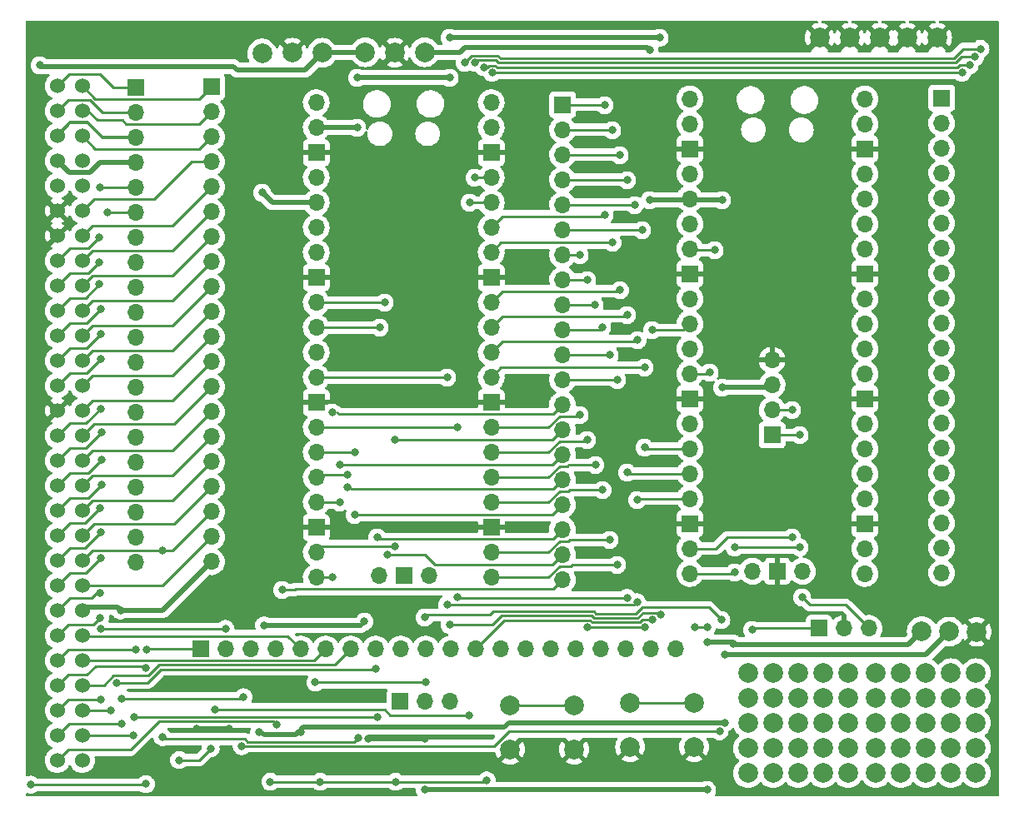
<source format=gtl>
%TF.GenerationSoftware,KiCad,Pcbnew,6.0.11-2627ca5db0~126~ubuntu22.04.1*%
%TF.CreationDate,2023-11-05T18:43:30+00:00*%
%TF.ProjectId,zx-spectrum-diagnostics,7a782d73-7065-4637-9472-756d2d646961,rev?*%
%TF.SameCoordinates,Original*%
%TF.FileFunction,Copper,L1,Top*%
%TF.FilePolarity,Positive*%
%FSLAX46Y46*%
G04 Gerber Fmt 4.6, Leading zero omitted, Abs format (unit mm)*
G04 Created by KiCad (PCBNEW 6.0.11-2627ca5db0~126~ubuntu22.04.1) date 2023-11-05 18:43:30*
%MOMM*%
%LPD*%
G01*
G04 APERTURE LIST*
%TA.AperFunction,ComponentPad*%
%ADD10C,2.000000*%
%TD*%
%TA.AperFunction,ComponentPad*%
%ADD11R,1.700000X1.700000*%
%TD*%
%TA.AperFunction,ComponentPad*%
%ADD12O,1.700000X1.700000*%
%TD*%
%TA.AperFunction,ComponentPad*%
%ADD13C,1.524000*%
%TD*%
%TA.AperFunction,ViaPad*%
%ADD14C,0.800000*%
%TD*%
%TA.AperFunction,Conductor*%
%ADD15C,0.500000*%
%TD*%
%TA.AperFunction,Conductor*%
%ADD16C,0.250000*%
%TD*%
%TA.AperFunction,Conductor*%
%ADD17C,0.350000*%
%TD*%
G04 APERTURE END LIST*
D10*
%TO.P,,1*%
%TO.N,GND*%
X155890000Y-76424000D03*
%TD*%
%TO.P,,1*%
%TO.N,GND*%
X158938000Y-76424000D03*
%TD*%
%TO.P,,1*%
%TO.N,GND*%
X161986000Y-76424000D03*
%TD*%
%TO.P,,1*%
%TO.N,GND*%
X164780000Y-76424000D03*
%TD*%
%TO.P,REF\u002A\u002A17,1*%
%TO.N,N/C*%
X166690000Y-148640000D03*
%TD*%
%TO.P,REF\u002A\u002A20,1*%
%TO.N,N/C*%
X148610000Y-151180000D03*
%TD*%
%TO.P,,1*%
%TO.N,+5V*%
X109726000Y-77898000D03*
%TD*%
%TO.P,REF\u002A\u002A19,1*%
%TO.N,N/C*%
X158770000Y-148640000D03*
%TD*%
%TO.P,REF\u002A\u002A,1*%
%TO.N,N/C*%
X148610000Y-141020000D03*
%TD*%
%TO.P,,1*%
%TO.N,3V3_PICO2*%
X99248000Y-78018000D03*
%TD*%
%TO.P,REF\u002A\u002A10,1*%
%TO.N,N/C*%
X148610000Y-146100000D03*
%TD*%
%TO.P,REF\u002A\u002A21,1*%
%TO.N,N/C*%
X151150000Y-151180000D03*
%TD*%
%TO.P,REF\u002A\u002A17,1*%
%TO.N,N/C*%
X153690000Y-148640000D03*
%TD*%
%TO.P,REF\u002A\u002A1,1*%
%TO.N,N/C*%
X151150000Y-141020000D03*
%TD*%
%TO.P,REF\u002A\u002A3,1*%
%TO.N,N/C*%
X169230000Y-141020000D03*
%TD*%
%TO.P,REF\u002A\u002A8,1*%
%TO.N,N/C*%
X169230000Y-143560000D03*
%TD*%
%TO.P,REF\u002A\u002A21,1*%
%TO.N,N/C*%
X164150000Y-151180000D03*
%TD*%
%TO.P,REF\u002A\u002A11,1*%
%TO.N,N/C*%
X164150000Y-146100000D03*
%TD*%
%TO.P,REF\u002A\u002A9,1*%
%TO.N,N/C*%
X158770000Y-143560000D03*
%TD*%
%TO.P,REF\u002A\u002A6,1*%
%TO.N,N/C*%
X164150000Y-143560000D03*
%TD*%
%TO.P,REF\u002A\u002A18,1*%
%TO.N,N/C*%
X156230000Y-148640000D03*
%TD*%
%TO.P,REF\u002A\u002A24,1*%
%TO.N,N/C*%
X158770000Y-151180000D03*
%TD*%
%TO.P,REF\u002A\u002A12,1*%
%TO.N,N/C*%
X166690000Y-146100000D03*
%TD*%
%TO.P,REF\u002A\u002A,1*%
%TO.N,N/C*%
X161610000Y-141020000D03*
%TD*%
%TO.P,,1*%
%TO.N,3V3_PICO1*%
X166270000Y-136750000D03*
%TD*%
%TO.P,REF\u002A\u002A13,1*%
%TO.N,N/C*%
X156230000Y-146100000D03*
%TD*%
%TO.P,,1*%
%TO.N,GND*%
X102296000Y-77948000D03*
%TD*%
%TO.P,REF\u002A\u002A24,1*%
%TO.N,N/C*%
X171770000Y-151180000D03*
%TD*%
%TO.P,REF\u002A\u002A3,1*%
%TO.N,N/C*%
X156230000Y-141020000D03*
%TD*%
%TO.P,REF\u002A\u002A22,1*%
%TO.N,N/C*%
X166690000Y-151180000D03*
%TD*%
%TO.P,REF\u002A\u002A13,1*%
%TO.N,N/C*%
X169230000Y-146100000D03*
%TD*%
%TO.P,,1*%
%TO.N,GND*%
X171850000Y-136810000D03*
%TD*%
%TO.P,REF\u002A\u002A2,1*%
%TO.N,N/C*%
X166690000Y-141020000D03*
%TD*%
D11*
%TO.P,J101,1,Pin_1*%
%TO.N,OLED_SDA*%
X151064000Y-116800000D03*
D12*
%TO.P,J101,2,Pin_2*%
%TO.N,OLED_SCK*%
X151064000Y-114260000D03*
%TO.P,J101,3,Pin_3*%
%TO.N,3V3_PICO1*%
X151064000Y-111720000D03*
%TO.P,J101,4,Pin_4*%
%TO.N,GND*%
X151064000Y-109180000D03*
%TD*%
D10*
%TO.P,,1*%
%TO.N,3V3_PICO1*%
X115758000Y-77898000D03*
%TD*%
%TO.P,SW101,1,A*%
%TO.N,GND*%
X143138000Y-148524000D03*
X136638000Y-148524000D03*
%TO.P,SW101,2,B*%
%TO.N,INPUT1*%
X136638000Y-144024000D03*
X143138000Y-144024000D03*
%TD*%
%TO.P,REF\u002A\u002A15,1*%
%TO.N,N/C*%
X161610000Y-148640000D03*
%TD*%
%TO.P,REF\u002A\u002A5,1*%
%TO.N,N/C*%
X148610000Y-143560000D03*
%TD*%
%TO.P,,1*%
%TO.N,GND*%
X112710000Y-77948000D03*
%TD*%
%TO.P,,1*%
%TO.N,+5V*%
X169050000Y-136800000D03*
%TD*%
%TO.P,REF\u002A\u002A2,1*%
%TO.N,N/C*%
X153690000Y-141020000D03*
%TD*%
%TO.P,REF\u002A\u002A6,1*%
%TO.N,N/C*%
X151150000Y-143560000D03*
%TD*%
%TO.P,REF\u002A\u002A11,1*%
%TO.N,N/C*%
X151150000Y-146100000D03*
%TD*%
%TO.P,REF\u002A\u002A14,1*%
%TO.N,N/C*%
X171770000Y-146100000D03*
%TD*%
%TO.P,SW102,1,A*%
%TO.N,GND*%
X130946000Y-148778000D03*
X124446000Y-148778000D03*
%TO.P,SW102,2,B*%
%TO.N,INPUT2*%
X130946000Y-144278000D03*
X124446000Y-144278000D03*
%TD*%
%TO.P,REF\u002A\u002A1,1*%
%TO.N,N/C*%
X164150000Y-141020000D03*
%TD*%
%TO.P,REF\u002A\u002A16,1*%
%TO.N,N/C*%
X164150000Y-148640000D03*
%TD*%
%TO.P,REF\u002A\u002A10,1*%
%TO.N,N/C*%
X161610000Y-146100000D03*
%TD*%
%TO.P,,1*%
%TO.N,+5V*%
X105344000Y-77948000D03*
%TD*%
%TO.P,REF\u002A\u002A4,1*%
%TO.N,N/C*%
X158770000Y-141020000D03*
%TD*%
%TO.P,REF\u002A\u002A20,1*%
%TO.N,N/C*%
X161610000Y-151180000D03*
%TD*%
%TO.P,REF\u002A\u002A16,1*%
%TO.N,N/C*%
X151150000Y-148640000D03*
%TD*%
%TO.P,REF\u002A\u002A15,1*%
%TO.N,N/C*%
X148610000Y-148640000D03*
%TD*%
%TO.P,,1*%
%TO.N,GND*%
X167828000Y-76424000D03*
%TD*%
%TO.P,REF\u002A\u002A14,1*%
%TO.N,N/C*%
X158770000Y-146100000D03*
%TD*%
%TO.P,REF\u002A\u002A7,1*%
%TO.N,N/C*%
X166690000Y-143560000D03*
%TD*%
%TO.P,REF\u002A\u002A9,1*%
%TO.N,N/C*%
X171770000Y-143560000D03*
%TD*%
%TO.P,REF\u002A\u002A12,1*%
%TO.N,N/C*%
X153690000Y-146100000D03*
%TD*%
%TO.P,REF\u002A\u002A19,1*%
%TO.N,N/C*%
X171770000Y-148640000D03*
%TD*%
%TO.P,REF\u002A\u002A7,1*%
%TO.N,N/C*%
X153690000Y-143560000D03*
%TD*%
%TO.P,REF\u002A\u002A23,1*%
%TO.N,N/C*%
X169230000Y-151180000D03*
%TD*%
%TO.P,REF\u002A\u002A23,1*%
%TO.N,N/C*%
X156230000Y-151180000D03*
%TD*%
%TO.P,REF\u002A\u002A22,1*%
%TO.N,N/C*%
X153690000Y-151180000D03*
%TD*%
%TO.P,REF\u002A\u002A4,1*%
%TO.N,N/C*%
X171770000Y-141020000D03*
%TD*%
D13*
%TO.P,Z101,*%
%TO.N,*%
X78420000Y-91470000D03*
X80960000Y-91470000D03*
%TO.P,Z101,A1,A15*%
%TO.N,ZXA15*%
X80960000Y-81310000D03*
%TO.P,Z101,A2,A13*%
%TO.N,ZXA13*%
X80960000Y-83850000D03*
%TO.P,Z101,A3,D7*%
%TO.N,ZXD7*%
X80960000Y-86390000D03*
%TO.P,Z101,A4,NC*%
%TO.N,unconnected-(Z101-PadA4)*%
X80960000Y-88930000D03*
%TO.P,Z101,A6,D0*%
%TO.N,ZXD0*%
X80960000Y-94010000D03*
%TO.P,Z101,A7,D1*%
%TO.N,ZXD1*%
X80960000Y-96550000D03*
%TO.P,Z101,A8,D2*%
%TO.N,ZXD2*%
X80960000Y-99090000D03*
%TO.P,Z101,A9,D6*%
%TO.N,ZXD6*%
X80960000Y-101630000D03*
%TO.P,Z101,A10,D5*%
%TO.N,ZXD5*%
X80960000Y-104170000D03*
%TO.P,Z101,A11,D3*%
%TO.N,ZXD3*%
X80960000Y-106710000D03*
%TO.P,Z101,A12,D4*%
%TO.N,ZXD4*%
X80960000Y-109250000D03*
%TO.P,Z101,A13,~{INT}*%
%TO.N,ZXINT*%
X80960000Y-111790000D03*
%TO.P,Z101,A14,~{NMI}*%
%TO.N,ZXNMI*%
X80960000Y-114330000D03*
%TO.P,Z101,A15,~{HALT}*%
%TO.N,ZXHALT*%
X80960000Y-116870000D03*
%TO.P,Z101,A16,~{MREQ}*%
%TO.N,ZXMREQ*%
X80960000Y-119410000D03*
%TO.P,Z101,A17,~{IORQ}*%
%TO.N,ZXIORQ*%
X80960000Y-121950000D03*
%TO.P,Z101,A18,~{RD}*%
%TO.N,ZXRD*%
X80960000Y-124490000D03*
%TO.P,Z101,A19,~{WR}*%
%TO.N,ZXWR*%
X80960000Y-127030000D03*
%TO.P,Z101,A20,-5V*%
%TO.N,ZXMIN5V*%
X80960000Y-129570000D03*
%TO.P,Z101,A21,~{WAIT}*%
%TO.N,ZXWAIT*%
X80960000Y-132110000D03*
%TO.P,Z101,A22,+12V*%
%TO.N,ZX12V*%
X80960000Y-134650000D03*
%TO.P,Z101,A23,+12VAC*%
%TO.N,ZX12VAC*%
X80960000Y-137190000D03*
%TO.P,Z101,A24,~{M1}*%
%TO.N,ZXM1*%
X80960000Y-139730000D03*
%TO.P,Z101,A25,~{RFSH}*%
%TO.N,ZXRFSH*%
X80960000Y-142270000D03*
%TO.P,Z101,A26,A8*%
%TO.N,ZXA8*%
X80960000Y-144810000D03*
%TO.P,Z101,A27,A10*%
%TO.N,ZXA10*%
X80960000Y-147350000D03*
%TO.P,Z101,A28,NC*%
%TO.N,unconnected-(Z101-PadA28)*%
X80960000Y-149890000D03*
%TO.P,Z101,B1,A14*%
%TO.N,ZXA14*%
X78420000Y-81310000D03*
%TO.P,Z101,B2,A12*%
%TO.N,ZXA12*%
X78420000Y-83850000D03*
%TO.P,Z101,B3,+5v*%
%TO.N,+5V*%
X78420000Y-86390000D03*
%TO.P,Z101,B4,+9V*%
%TO.N,ZX9V*%
X78420000Y-88930000D03*
%TO.P,Z101,B6,GND*%
%TO.N,GND*%
X78420000Y-94010000D03*
%TO.P,Z101,B7,GND*%
X78420000Y-96550000D03*
%TO.P,Z101,B8,CLK*%
%TO.N,ZXCLK*%
X78420000Y-99090000D03*
%TO.P,Z101,B9,A0*%
%TO.N,ZXA0*%
X78420000Y-101630000D03*
%TO.P,Z101,B10,A1*%
%TO.N,ZXA1*%
X78420000Y-104170000D03*
%TO.P,Z101,B11,A2*%
%TO.N,ZXA2*%
X78420000Y-106710000D03*
%TO.P,Z101,B12,A3*%
%TO.N,ZXA3*%
X78420000Y-109250000D03*
%TO.P,Z101,B13,~{IORQGE}*%
%TO.N,ZXIORQGE*%
X78420000Y-111790000D03*
%TO.P,Z101,B14,GND*%
%TO.N,GND*%
X78420000Y-114330000D03*
%TO.P,Z101,B15,VIDEO*%
%TO.N,ZXVIDEO*%
X78420000Y-116870000D03*
%TO.P,Z101,B16,Y*%
%TO.N,ZXY*%
X78420000Y-119410000D03*
%TO.P,Z101,B17,V*%
%TO.N,ZXV*%
X78420000Y-121950000D03*
%TO.P,Z101,B18,U*%
%TO.N,ZXU*%
X78420000Y-124490000D03*
%TO.P,Z101,B19,~{BUSRQ}*%
%TO.N,ZXBUSRQ*%
X78420000Y-127030000D03*
%TO.P,Z101,B20,~{RESET}*%
%TO.N,ZXRESET*%
X78420000Y-129570000D03*
%TO.P,Z101,B21,A7*%
%TO.N,ZXA7*%
X78420000Y-132110000D03*
%TO.P,Z101,B22,A6*%
%TO.N,ZXA6*%
X78420000Y-134650000D03*
%TO.P,Z101,B23,A5*%
%TO.N,ZXA5*%
X78420000Y-137190000D03*
%TO.P,Z101,B24,A4*%
%TO.N,ZXA4*%
X78420000Y-139730000D03*
%TO.P,Z101,B25,~{ROMCS}*%
%TO.N,ZXROMCS*%
X78420000Y-142270000D03*
%TO.P,Z101,B26,~{BUSACK}*%
%TO.N,ZXBUSACK*%
X78420000Y-144810000D03*
%TO.P,Z101,B27,A9*%
%TO.N,ZXA9*%
X78420000Y-147350000D03*
%TO.P,Z101,B28,A11*%
%TO.N,ZXA11*%
X78420000Y-149890000D03*
%TD*%
D10*
%TO.P,REF\u002A\u002A5,1*%
%TO.N,N/C*%
X161610000Y-143560000D03*
%TD*%
%TO.P,REF\u002A\u002A8,1*%
%TO.N,N/C*%
X156230000Y-143560000D03*
%TD*%
%TO.P,REF\u002A\u002A18,1*%
%TO.N,N/C*%
X169230000Y-148640000D03*
%TD*%
D11*
%TO.P,J203,1,Pin_1*%
%TO.N,ZXA14*%
X86365000Y-81470000D03*
D12*
%TO.P,J203,2,Pin_2*%
%TO.N,ZXA12*%
X86365000Y-84010000D03*
%TO.P,J203,3,Pin_3*%
%TO.N,+5V*%
X86365000Y-86550000D03*
%TO.P,J203,4,Pin_4*%
%TO.N,ZX9V*%
X86365000Y-89090000D03*
%TO.P,J203,5,Pin_5*%
%TO.N,ZXCLK*%
X86365000Y-91630000D03*
%TO.P,J203,6,Pin_6*%
%TO.N,ZXA0*%
X86365000Y-94170000D03*
%TO.P,J203,7,Pin_7*%
%TO.N,ZXA1*%
X86365000Y-96710000D03*
%TO.P,J203,8,Pin_8*%
%TO.N,ZXA2*%
X86365000Y-99250000D03*
%TO.P,J203,9,Pin_9*%
%TO.N,ZXA3*%
X86365000Y-101790000D03*
%TO.P,J203,10,Pin_10*%
%TO.N,ZXIORQGE*%
X86365000Y-104330000D03*
%TO.P,J203,11,Pin_11*%
%TO.N,ZXVIDEO*%
X86365000Y-106870000D03*
%TO.P,J203,12,Pin_12*%
%TO.N,ZXY*%
X86365000Y-109410000D03*
%TO.P,J203,13,Pin_13*%
%TO.N,ZXV*%
X86365000Y-111950000D03*
%TO.P,J203,14,Pin_14*%
%TO.N,ZXU*%
X86365000Y-114490000D03*
%TO.P,J203,15,Pin_15*%
%TO.N,ZXBUSRQ*%
X86365000Y-117030000D03*
%TO.P,J203,16,Pin_16*%
%TO.N,ZXRESET*%
X86365000Y-119570000D03*
%TO.P,J203,17,Pin_17*%
%TO.N,ZXA7*%
X86365000Y-122110000D03*
%TO.P,J203,18,Pin_18*%
%TO.N,ZXA6*%
X86365000Y-124650000D03*
%TO.P,J203,19,Pin_19*%
%TO.N,ZXA5*%
X86365000Y-127190000D03*
%TO.P,J203,20,Pin_20*%
%TO.N,ZXA4*%
X86365000Y-129730000D03*
%TD*%
D11*
%TO.P,J204,1,Pin_1*%
%TO.N,P1_GPIO0*%
X168295000Y-82560000D03*
D12*
%TO.P,J204,2,Pin_2*%
%TO.N,P1_GPIO1*%
X168295000Y-85100000D03*
%TO.P,J204,3,Pin_3*%
%TO.N,P1_GPIO2*%
X168295000Y-87640000D03*
%TO.P,J204,4,Pin_4*%
%TO.N,P1_GPIO3*%
X168295000Y-90180000D03*
%TO.P,J204,5,Pin_5*%
%TO.N,P1_GPIO4*%
X168295000Y-92720000D03*
%TO.P,J204,6,Pin_6*%
%TO.N,P1_GPIO5*%
X168295000Y-95260000D03*
%TO.P,J204,7,Pin_7*%
%TO.N,P1_GPIO6*%
X168295000Y-97800000D03*
%TO.P,J204,8,Pin_8*%
%TO.N,P1_GPIO7*%
X168295000Y-100340000D03*
%TO.P,J204,9,Pin_9*%
%TO.N,P1_GPIO8*%
X168295000Y-102880000D03*
%TO.P,J204,10,Pin_10*%
%TO.N,P1_GPIO9*%
X168295000Y-105420000D03*
%TO.P,J204,11,Pin_11*%
%TO.N,P1_GPIO10*%
X168295000Y-107960000D03*
%TO.P,J204,12,Pin_12*%
%TO.N,P1_GPIO11*%
X168295000Y-110500000D03*
%TO.P,J204,13,Pin_13*%
%TO.N,P1_GPIO12*%
X168295000Y-113040000D03*
%TO.P,J204,14,Pin_14*%
%TO.N,P1_GPIO13*%
X168295000Y-115580000D03*
%TO.P,J204,15,Pin_15*%
%TO.N,P1_GPIO14*%
X168295000Y-118120000D03*
%TO.P,J204,16,Pin_16*%
%TO.N,P1_GPIO15*%
X168295000Y-120660000D03*
%TO.P,J204,17,Pin_17*%
%TO.N,P2_GPIO0*%
X168295000Y-123200000D03*
%TO.P,J204,18,Pin_18*%
%TO.N,P2_GPIO1*%
X168295000Y-125740000D03*
%TO.P,J204,19,Pin_19*%
%TO.N,P2_GPIO2*%
X168295000Y-128280000D03*
%TO.P,J204,20,Pin_20*%
%TO.N,P2_GPIO3*%
X168295000Y-130820000D03*
%TD*%
%TO.P,J202,20,Pin_20*%
%TO.N,unconnected-(J202-Pad20)*%
X141250000Y-138565000D03*
%TO.P,J202,19,Pin_19*%
%TO.N,unconnected-(J202-Pad19)*%
X138710000Y-138565000D03*
%TO.P,J202,18,Pin_18*%
%TO.N,unconnected-(J202-Pad18)*%
X136170000Y-138565000D03*
%TO.P,J202,17,Pin_17*%
%TO.N,unconnected-(J202-Pad17)*%
X133630000Y-138565000D03*
%TO.P,J202,16,Pin_16*%
%TO.N,unconnected-(J202-Pad16)*%
X131090000Y-138565000D03*
%TO.P,J202,15,Pin_15*%
%TO.N,unconnected-(J202-Pad15)*%
X128550000Y-138565000D03*
%TO.P,J202,14,Pin_14*%
%TO.N,unconnected-(J202-Pad14)*%
X126010000Y-138565000D03*
%TO.P,J202,13,Pin_13*%
%TO.N,unconnected-(J202-Pad13)*%
X123470000Y-138565000D03*
%TO.P,J202,12,Pin_12*%
%TO.N,MIN5V_DIV*%
X120930000Y-138565000D03*
%TO.P,J202,11,Pin_11*%
%TO.N,12V_DIV*%
X118390000Y-138565000D03*
%TO.P,J202,10,Pin_10*%
%TO.N,5V_DIV*%
X115850000Y-138565000D03*
%TO.P,J202,9,Pin_9*%
%TO.N,ZXA10*%
X113310000Y-138565000D03*
%TO.P,J202,8,Pin_8*%
%TO.N,ZXA8*%
X110770000Y-138565000D03*
%TO.P,J202,7,Pin_7*%
%TO.N,ZXRFSH*%
X108230000Y-138565000D03*
%TO.P,J202,6,Pin_6*%
%TO.N,ZXM1*%
X105690000Y-138565000D03*
%TO.P,J202,5,Pin_5*%
%TO.N,ZX12VAC*%
X103150000Y-138565000D03*
%TO.P,J202,4,Pin_4*%
%TO.N,ZXA11*%
X100610000Y-138565000D03*
%TO.P,J202,3,Pin_3*%
%TO.N,ZXA9*%
X98070000Y-138565000D03*
%TO.P,J202,2,Pin_2*%
%TO.N,ZXBUSACK*%
X95530000Y-138565000D03*
D11*
%TO.P,J202,1,Pin_1*%
%TO.N,ZXROMCS*%
X92990000Y-138565000D03*
%TD*%
%TO.P,J102,1,Pin_1*%
%TO.N,P1_SWDIO*%
X155825000Y-136465000D03*
D12*
%TO.P,J102,2,Pin_2*%
%TO.N,GND*%
X158365000Y-136465000D03*
%TO.P,J102,3,Pin_3*%
%TO.N,P1_SWCLK*%
X160905000Y-136465000D03*
%TD*%
%TO.P,U102,1,GPIO0*%
%TO.N,P2_GPIO0*%
X122520000Y-83020000D03*
%TO.P,U102,2,GPIO1*%
%TO.N,P2_GPIO1*%
X122520000Y-85560000D03*
D11*
%TO.P,U102,3,GND*%
%TO.N,GND*%
X122520000Y-88100000D03*
D12*
%TO.P,U102,4,GPIO2*%
%TO.N,P2_GPIO2*%
X122520000Y-90640000D03*
%TO.P,U102,5,GPIO3*%
%TO.N,P2_GPIO3*%
X122520000Y-93180000D03*
%TO.P,U102,6,GPIO4*%
%TO.N,P2_GPIO4*%
X122520000Y-95720000D03*
%TO.P,U102,7,GPIO5*%
%TO.N,P2_GPIO5*%
X122520000Y-98260000D03*
D11*
%TO.P,U102,8,GND*%
%TO.N,GND*%
X122520000Y-100800000D03*
D12*
%TO.P,U102,9,GPIO6*%
%TO.N,P2_GPIO6*%
X122520000Y-103340000D03*
%TO.P,U102,10,GPIO7*%
%TO.N,P2_GPIO7*%
X122520000Y-105880000D03*
%TO.P,U102,11,GPIO8*%
%TO.N,P2_GPIO8*%
X122520000Y-108420000D03*
%TO.P,U102,12,GPIO9*%
%TO.N,P2_GPIO9*%
X122520000Y-110960000D03*
D11*
%TO.P,U102,13,GND*%
%TO.N,GND*%
X122520000Y-113500000D03*
D12*
%TO.P,U102,14,GPIO10*%
%TO.N,P2_GPIO10*%
X122520000Y-116040000D03*
%TO.P,U102,15,GPIO11*%
%TO.N,P2_GPIO11*%
X122520000Y-118580000D03*
%TO.P,U102,16,GPIO12*%
%TO.N,P2_GPIO12*%
X122520000Y-121120000D03*
%TO.P,U102,17,GPIO13*%
%TO.N,P2_GPIO13*%
X122520000Y-123660000D03*
D11*
%TO.P,U102,18,GND*%
%TO.N,GND*%
X122520000Y-126200000D03*
D12*
%TO.P,U102,19,GPIO14*%
%TO.N,P2_GPIO14*%
X122520000Y-128740000D03*
%TO.P,U102,20,GPIO15*%
%TO.N,P2_GPIO15*%
X122520000Y-131280000D03*
%TO.P,U102,21,GPIO16*%
%TO.N,P2_GPIO16*%
X104740000Y-131280000D03*
%TO.P,U102,22,GPIO17*%
%TO.N,P2_GPIO17*%
X104740000Y-128740000D03*
D11*
%TO.P,U102,23,GND*%
%TO.N,GND*%
X104740000Y-126200000D03*
D12*
%TO.P,U102,24,GPIO18*%
%TO.N,P2_GPIO18*%
X104740000Y-123660000D03*
%TO.P,U102,25,GPIO19*%
%TO.N,P2_GPIO19*%
X104740000Y-121120000D03*
%TO.P,U102,26,GPIO20*%
%TO.N,P2_GPIO20*%
X104740000Y-118580000D03*
%TO.P,U102,27,GPIO21*%
%TO.N,P2_LINKIN*%
X104740000Y-116040000D03*
D11*
%TO.P,U102,28,GND*%
%TO.N,GND*%
X104740000Y-113500000D03*
D12*
%TO.P,U102,29,GPIO22*%
%TO.N,P2_LINKOUT*%
X104740000Y-110960000D03*
%TO.P,U102,30,RUN*%
%TO.N,unconnected-(U102-Pad30)*%
X104740000Y-108420000D03*
%TO.P,U102,31,GPIO26_ADC0*%
%TO.N,P2_GPIO26*%
X104740000Y-105880000D03*
%TO.P,U102,32,GPIO27_ADC1*%
%TO.N,P2_GPIO27*%
X104740000Y-103340000D03*
D11*
%TO.P,U102,33,AGND*%
%TO.N,GND*%
X104740000Y-100800000D03*
D12*
%TO.P,U102,34,GPIO28_ADC2*%
%TO.N,P2_GPIO28*%
X104740000Y-98260000D03*
%TO.P,U102,35,ADC_VREF*%
%TO.N,unconnected-(U102-Pad35)*%
X104740000Y-95720000D03*
%TO.P,U102,36,3V3*%
%TO.N,3V3_PICO2*%
X104740000Y-93180000D03*
%TO.P,U102,37,3V3_EN*%
%TO.N,unconnected-(U102-Pad37)*%
X104740000Y-90640000D03*
D11*
%TO.P,U102,38,GND*%
%TO.N,GND*%
X104740000Y-88100000D03*
D12*
%TO.P,U102,39,VSYS*%
%TO.N,PICO_PWR*%
X104740000Y-85560000D03*
%TO.P,U102,40,VBUS*%
%TO.N,unconnected-(U102-Pad40)*%
X104740000Y-83020000D03*
%TO.P,U102,41,SWCLK*%
%TO.N,P2_SWCLK*%
X116170000Y-131050000D03*
D11*
%TO.P,U102,42,GND*%
%TO.N,GND*%
X113630000Y-131050000D03*
D12*
%TO.P,U102,43,SWDIO*%
%TO.N,P2_SWDIO*%
X111090000Y-131050000D03*
%TD*%
D11*
%TO.P,J103,1,Pin_1*%
%TO.N,P2_SWDIO*%
X113235000Y-143915000D03*
D12*
%TO.P,J103,2,Pin_2*%
%TO.N,GND*%
X115775000Y-143915000D03*
%TO.P,J103,3,Pin_3*%
%TO.N,P2_SWCLK*%
X118315000Y-143915000D03*
%TD*%
%TO.P,U101,1,GPIO0*%
%TO.N,P1_GPIO0*%
X160490000Y-82625000D03*
%TO.P,U101,2,GPIO1*%
%TO.N,P1_GPIO1*%
X160490000Y-85165000D03*
D11*
%TO.P,U101,3,GND*%
%TO.N,GND*%
X160490000Y-87705000D03*
D12*
%TO.P,U101,4,GPIO2*%
%TO.N,P1_GPIO2*%
X160490000Y-90245000D03*
%TO.P,U101,5,GPIO3*%
%TO.N,P1_GPIO3*%
X160490000Y-92785000D03*
%TO.P,U101,6,GPIO4*%
%TO.N,P1_GPIO4*%
X160490000Y-95325000D03*
%TO.P,U101,7,GPIO5*%
%TO.N,P1_GPIO5*%
X160490000Y-97865000D03*
D11*
%TO.P,U101,8,GND*%
%TO.N,GND*%
X160490000Y-100405000D03*
D12*
%TO.P,U101,9,GPIO6*%
%TO.N,P1_GPIO6*%
X160490000Y-102945000D03*
%TO.P,U101,10,GPIO7*%
%TO.N,P1_GPIO7*%
X160490000Y-105485000D03*
%TO.P,U101,11,GPIO8*%
%TO.N,P1_GPIO8*%
X160490000Y-108025000D03*
%TO.P,U101,12,GPIO9*%
%TO.N,P1_GPIO9*%
X160490000Y-110565000D03*
D11*
%TO.P,U101,13,GND*%
%TO.N,GND*%
X160490000Y-113105000D03*
D12*
%TO.P,U101,14,GPIO10*%
%TO.N,P1_GPIO10*%
X160490000Y-115645000D03*
%TO.P,U101,15,GPIO11*%
%TO.N,P1_GPIO11*%
X160490000Y-118185000D03*
%TO.P,U101,16,GPIO12*%
%TO.N,P1_GPIO12*%
X160490000Y-120725000D03*
%TO.P,U101,17,GPIO13*%
%TO.N,P1_GPIO13*%
X160490000Y-123265000D03*
D11*
%TO.P,U101,18,GND*%
%TO.N,GND*%
X160490000Y-125805000D03*
D12*
%TO.P,U101,19,GPIO14*%
%TO.N,P1_GPIO14*%
X160490000Y-128345000D03*
%TO.P,U101,20,GPIO15*%
%TO.N,P1_GPIO15*%
X160490000Y-130885000D03*
%TO.P,U101,21,GPIO16*%
%TO.N,OLED_SDA*%
X142710000Y-130885000D03*
%TO.P,U101,22,GPIO17*%
%TO.N,OLED_SCK*%
X142710000Y-128345000D03*
D11*
%TO.P,U101,23,GND*%
%TO.N,GND*%
X142710000Y-125805000D03*
D12*
%TO.P,U101,24,GPIO18*%
%TO.N,P2_LINKOUT*%
X142710000Y-123265000D03*
%TO.P,U101,25,GPIO19*%
%TO.N,P2_LINKIN*%
X142710000Y-120725000D03*
%TO.P,U101,26,GPIO20*%
%TO.N,INPUT2*%
X142710000Y-118185000D03*
%TO.P,U101,27,GPIO21*%
%TO.N,INPUT1*%
X142710000Y-115645000D03*
D11*
%TO.P,U101,28,GND*%
%TO.N,GND*%
X142710000Y-113105000D03*
D12*
%TO.P,U101,29,GPIO22*%
%TO.N,PICO_RESET_Z80*%
X142710000Y-110565000D03*
%TO.P,U101,30,RUN*%
%TO.N,unconnected-(U101-Pad30)*%
X142710000Y-108025000D03*
%TO.P,U101,31,GPIO26_ADC0*%
%TO.N,MIN5V_DIV*%
X142710000Y-105485000D03*
%TO.P,U101,32,GPIO27_ADC1*%
%TO.N,12V_DIV*%
X142710000Y-102945000D03*
D11*
%TO.P,U101,33,AGND*%
%TO.N,GND*%
X142710000Y-100405000D03*
D12*
%TO.P,U101,34,GPIO28_ADC2*%
%TO.N,5V_DIV*%
X142710000Y-97865000D03*
%TO.P,U101,35,ADC_VREF*%
%TO.N,unconnected-(U101-Pad35)*%
X142710000Y-95325000D03*
%TO.P,U101,36,3V3*%
%TO.N,3V3_PICO1*%
X142710000Y-92785000D03*
%TO.P,U101,37,3V3_EN*%
%TO.N,unconnected-(U101-Pad37)*%
X142710000Y-90245000D03*
D11*
%TO.P,U101,38,GND*%
%TO.N,GND*%
X142710000Y-87705000D03*
D12*
%TO.P,U101,39,VSYS*%
%TO.N,PICO_PWR*%
X142710000Y-85165000D03*
%TO.P,U101,40,VBUS*%
%TO.N,unconnected-(U101-Pad40)*%
X142710000Y-82625000D03*
%TO.P,U101,41,SWCLK*%
%TO.N,P1_SWCLK*%
X154140000Y-130655000D03*
D11*
%TO.P,U101,42,GND*%
%TO.N,GND*%
X151600000Y-130655000D03*
D12*
%TO.P,U101,43,SWDIO*%
%TO.N,P1_SWDIO*%
X149060000Y-130655000D03*
%TD*%
D11*
%TO.P,J205,1,Pin_1*%
%TO.N,P2_GPIO4*%
X129770000Y-83240000D03*
D12*
%TO.P,J205,2,Pin_2*%
%TO.N,P2_GPIO5*%
X129770000Y-85780000D03*
%TO.P,J205,3,Pin_3*%
%TO.N,P2_GPIO6*%
X129770000Y-88320000D03*
%TO.P,J205,4,Pin_4*%
%TO.N,P2_GPIO7*%
X129770000Y-90860000D03*
%TO.P,J205,5,Pin_5*%
%TO.N,P2_GPIO8*%
X129770000Y-93400000D03*
%TO.P,J205,6,Pin_6*%
%TO.N,P2_GPIO9*%
X129770000Y-95940000D03*
%TO.P,J205,7,Pin_7*%
%TO.N,P2_GPIO10*%
X129770000Y-98480000D03*
%TO.P,J205,8,Pin_8*%
%TO.N,P2_GPIO11*%
X129770000Y-101020000D03*
%TO.P,J205,9,Pin_9*%
%TO.N,P2_GPIO12*%
X129770000Y-103560000D03*
%TO.P,J205,10,Pin_10*%
%TO.N,P2_GPIO13*%
X129770000Y-106100000D03*
%TO.P,J205,11,Pin_11*%
%TO.N,P2_GPIO14*%
X129770000Y-108640000D03*
%TO.P,J205,12,Pin_12*%
%TO.N,P2_GPIO15*%
X129770000Y-111180000D03*
%TO.P,J205,13,Pin_13*%
%TO.N,P2_GPIO16*%
X129770000Y-113720000D03*
%TO.P,J205,14,Pin_14*%
%TO.N,P2_GPIO17*%
X129770000Y-116260000D03*
%TO.P,J205,15,Pin_15*%
%TO.N,P2_GPIO18*%
X129770000Y-118800000D03*
%TO.P,J205,16,Pin_16*%
%TO.N,P2_GPIO19*%
X129770000Y-121340000D03*
%TO.P,J205,17,Pin_17*%
%TO.N,P2_GPIO20*%
X129770000Y-123880000D03*
%TO.P,J205,18,Pin_18*%
%TO.N,P2_GPIO26*%
X129770000Y-126420000D03*
%TO.P,J205,19,Pin_19*%
%TO.N,P2_GPIO27*%
X129770000Y-128960000D03*
%TO.P,J205,20,Pin_20*%
%TO.N,P2_GPIO28*%
X129770000Y-131500000D03*
%TD*%
D11*
%TO.P,J201,1,Pin_1*%
%TO.N,ZXA15*%
X94090000Y-81430000D03*
D12*
%TO.P,J201,2,Pin_2*%
%TO.N,ZXA13*%
X94090000Y-83970000D03*
%TO.P,J201,3,Pin_3*%
%TO.N,ZXD7*%
X94090000Y-86510000D03*
%TO.P,J201,4,Pin_4*%
%TO.N,ZXD0*%
X94090000Y-89050000D03*
%TO.P,J201,5,Pin_5*%
%TO.N,ZXD1*%
X94090000Y-91590000D03*
%TO.P,J201,6,Pin_6*%
%TO.N,ZXD2*%
X94090000Y-94130000D03*
%TO.P,J201,7,Pin_7*%
%TO.N,ZXD6*%
X94090000Y-96670000D03*
%TO.P,J201,8,Pin_8*%
%TO.N,ZXD5*%
X94090000Y-99210000D03*
%TO.P,J201,9,Pin_9*%
%TO.N,ZXD3*%
X94090000Y-101750000D03*
%TO.P,J201,10,Pin_10*%
%TO.N,ZXD4*%
X94090000Y-104290000D03*
%TO.P,J201,11,Pin_11*%
%TO.N,ZXINT*%
X94090000Y-106830000D03*
%TO.P,J201,12,Pin_12*%
%TO.N,ZXNMI*%
X94090000Y-109370000D03*
%TO.P,J201,13,Pin_13*%
%TO.N,ZXHALT*%
X94090000Y-111910000D03*
%TO.P,J201,14,Pin_14*%
%TO.N,ZXMREQ*%
X94090000Y-114450000D03*
%TO.P,J201,15,Pin_15*%
%TO.N,ZXIORQ*%
X94090000Y-116990000D03*
%TO.P,J201,16,Pin_16*%
%TO.N,ZXRD*%
X94090000Y-119530000D03*
%TO.P,J201,17,Pin_17*%
%TO.N,ZXWR*%
X94090000Y-122070000D03*
%TO.P,J201,18,Pin_18*%
%TO.N,ZXMIN5V*%
X94090000Y-124610000D03*
%TO.P,J201,19,Pin_19*%
%TO.N,ZXWAIT*%
X94090000Y-127150000D03*
%TO.P,J201,20,Pin_20*%
%TO.N,ZX12V*%
X94090000Y-129690000D03*
%TD*%
D14*
%TO.N,3V3_PICO1*%
X138618000Y-92934000D03*
X138618000Y-77694000D03*
%TO.N,PICO_PWR*%
X139634000Y-76424000D03*
X118298000Y-80488000D03*
X118298000Y-76424000D03*
X108900000Y-80488000D03*
%TO.N,+5V*%
X76642000Y-79218000D03*
%TO.N,3V3_PICO2*%
X99248000Y-92172000D03*
%TO.N,PICO_PWR*%
X108900000Y-85568000D03*
%TO.N,GND*%
X113726000Y-126208000D03*
%TO.N,3V3_PICO1*%
X145984000Y-92934000D03*
%TO.N,OLED_SCK*%
X153096000Y-114270000D03*
X153096000Y-127224000D03*
%TO.N,OLED_SDA*%
X147254000Y-128240000D03*
X153858000Y-116810000D03*
X147254000Y-130780000D03*
X153858000Y-128240000D03*
%TO.N,P2_GPIO4*%
X134046000Y-83282000D03*
X134046000Y-94458000D03*
%TO.N,P2_GPIO5*%
X134808000Y-85822000D03*
X134845500Y-97252000D03*
%TO.N,P2_GPIO6*%
X135570000Y-88362000D03*
X135607500Y-102078000D03*
%TO.N,P2_GPIO7*%
X136332000Y-90902000D03*
X136332000Y-104618000D03*
%TO.N,P2_GPIO8*%
X137094000Y-93442000D03*
X137385500Y-107158000D03*
%TO.N,P2_GPIO9*%
X137856000Y-95982000D03*
X138110000Y-109952000D03*
%TO.N,P2_GPIO10*%
X131506000Y-98522000D03*
X131506000Y-114778000D03*
%TO.N,P2_GPIO11*%
X132268000Y-101062000D03*
X132268000Y-117318000D03*
%TO.N,P2_GPIO12*%
X133030000Y-103602000D03*
X133105000Y-119858000D03*
%TO.N,P2_GPIO13*%
X133792000Y-105888000D03*
X133829500Y-122398000D03*
%TO.N,P2_GPIO14*%
X134554000Y-108682000D03*
X134554000Y-127478000D03*
%TO.N,P2_GPIO15*%
X135316000Y-111222000D03*
X135316000Y-130018000D03*
%TO.N,P2_LINKIN*%
X136332000Y-133357500D03*
X136332000Y-120620000D03*
X119060000Y-116048000D03*
X119060000Y-133320000D03*
%TO.N,P2_LINKOUT*%
X118044000Y-110968000D03*
X137337652Y-133817652D03*
X137348000Y-123414000D03*
X118044000Y-134082000D03*
%TO.N,P2_GPIO16*%
X106360000Y-131288000D03*
X106360000Y-114524000D03*
%TO.N,P2_GPIO17*%
X112710000Y-128099500D03*
X112710000Y-117318000D03*
%TO.N,P2_GPIO18*%
X107122000Y-123668000D03*
X107122000Y-119858000D03*
%TO.N,P2_GPIO19*%
X107884000Y-120874000D03*
X107884000Y-122144000D03*
%TO.N,P2_GPIO20*%
X108646000Y-118588000D03*
X108640500Y-124938000D03*
%TO.N,P2_GPIO26*%
X111186000Y-105888000D03*
X110932000Y-127224000D03*
%TO.N,P2_GPIO27*%
X111948000Y-129002000D03*
X111694000Y-103348000D03*
%TO.N,P2_GPIO28*%
X101280000Y-132558000D03*
%TO.N,P2_GPIO2*%
X120838000Y-90648000D03*
%TO.N,P2_GPIO3*%
X172238848Y-77554727D03*
X119838497Y-78964000D03*
X120330000Y-93188000D03*
%TO.N,P2_GPIO2*%
X120838000Y-78964000D03*
X171684424Y-78386364D03*
%TO.N,P2_GPIO1*%
X121784364Y-79425576D03*
X171130000Y-79218000D03*
%TO.N,P2_GPIO0*%
X122616000Y-79980000D03*
X170368000Y-79980000D03*
%TO.N,MIN5V_DIV*%
X138872000Y-106142000D03*
%TO.N,12V_DIV*%
X139703636Y-135051576D03*
X118298000Y-136114000D03*
%TO.N,5V_DIV*%
X115758000Y-135352000D03*
X145222000Y-98014000D03*
X145904500Y-135606000D03*
%TO.N,INPUT2*%
X138110000Y-118080000D03*
%TO.N,MIN5V_DIV*%
X138872000Y-135606000D03*
%TO.N,P1_SWCLK*%
X154112000Y-133320000D03*
%TO.N,P1_SWDIO*%
X149032000Y-136622000D03*
%TO.N,3V3_PICO1*%
X145984000Y-111984000D03*
X147127000Y-138019000D03*
%TO.N,INPUT1*%
X144455500Y-136368000D03*
X143190000Y-136368000D03*
%TO.N,INPUT2*%
X138110000Y-136368000D03*
X132268000Y-136368000D03*
%TO.N,3V3_PICO1*%
X115758000Y-152878000D03*
X144460000Y-152878000D03*
X144455500Y-137892000D03*
%TO.N,GND*%
X117450000Y-150290000D03*
X115760000Y-147650000D03*
X110060000Y-147700000D03*
X110770000Y-150180000D03*
X95850000Y-146680000D03*
X92580000Y-146680000D03*
X95930000Y-141970000D03*
X92580000Y-151160000D03*
%TO.N,+5V*%
X109630000Y-135780000D03*
X99435000Y-136155000D03*
%TO.N,5V_DIV*%
X115880000Y-141900000D03*
X104650000Y-141970000D03*
%TO.N,+5V*%
X146238000Y-139162000D03*
X146280000Y-146040000D03*
X98910000Y-147036000D03*
X103140000Y-147036000D03*
%TO.N,MIN5V_DIV*%
X105130000Y-152060000D03*
X112810000Y-152060000D03*
X122060000Y-151910000D03*
X100070000Y-152060000D03*
%TO.N,PICO_RESET_Z80*%
X144714000Y-110460000D03*
X97170000Y-148440000D03*
X145730000Y-146930000D03*
%TO.N,Net-(Q101-Pad1)*%
X94010000Y-148680000D03*
X90810000Y-149860000D03*
%TO.N,12V_DIV*%
X120240000Y-145300000D03*
X94440000Y-144720000D03*
%TO.N,ZXMIN5V*%
X108970000Y-147580000D03*
X89110000Y-147520000D03*
X89125000Y-128555000D03*
%TO.N,ZXA11*%
X100690000Y-146230000D03*
%TO.N,ZXA10*%
X86130000Y-147330000D03*
X110990000Y-145510000D03*
X86200000Y-145470000D03*
%TO.N,ZXA9*%
X97350000Y-143470000D03*
X84990000Y-146180000D03*
X84990000Y-143580000D03*
%TO.N,ZXA8*%
X110770500Y-140600000D03*
X83840000Y-144820000D03*
X84461254Y-141993344D03*
%TO.N,ZXBUSACK*%
X95520000Y-136525500D03*
X82890000Y-143740000D03*
X82857308Y-136525500D03*
%TO.N,ZXROMCS*%
X87530000Y-138600000D03*
X87460000Y-140464500D03*
%TO.N,ZX12V*%
X84840000Y-134650000D03*
%TO.N,ZXA4*%
X86370000Y-138650000D03*
%TO.N,ZXA5*%
X82780000Y-135374500D03*
%TO.N,ZXRESET*%
X87430000Y-152300000D03*
X75730000Y-152350000D03*
%TO.N,ZXA6*%
X82750000Y-132834500D03*
%TO.N,ZXA7*%
X82810000Y-129350000D03*
%TO.N,ZXRESET*%
X82820000Y-126710000D03*
%TO.N,ZXBUSRQ*%
X82750000Y-124240000D03*
%TO.N,ZXU*%
X82930000Y-121840000D03*
%TO.N,ZXV*%
X82970000Y-119290000D03*
%TO.N,ZXY*%
X82950000Y-116500000D03*
%TO.N,ZXVIDEO*%
X82810000Y-114160000D03*
%TO.N,ZXIORQGE*%
X82810000Y-109100000D03*
%TO.N,ZXA3*%
X82820000Y-106580000D03*
%TO.N,ZXA2*%
X82840000Y-103960000D03*
%TO.N,ZXA1*%
X82720000Y-101460000D03*
%TO.N,ZXA0*%
X83510000Y-94190000D03*
X82670000Y-99260000D03*
%TO.N,ZXCLK*%
X82770000Y-91630000D03*
X82720000Y-96690000D03*
%TD*%
D15*
%TO.N,ZX12V*%
X80960000Y-134650000D02*
X81274000Y-134336000D01*
X81274000Y-134336000D02*
X84526000Y-134336000D01*
X84526000Y-134336000D02*
X84840000Y-134650000D01*
D16*
%TO.N,ZXRFSH*%
X80960000Y-142270000D02*
X83159293Y-142270000D01*
X106605000Y-140190000D02*
X108230000Y-138565000D01*
X83159293Y-142270000D02*
X84160949Y-141268344D01*
X87681461Y-141268344D02*
X88759805Y-140190000D01*
X84160949Y-141268344D02*
X87681461Y-141268344D01*
X88759805Y-140190000D02*
X106605000Y-140190000D01*
%TO.N,PICO_RESET_Z80*%
X145730000Y-146930000D02*
X124356167Y-146930000D01*
X124356167Y-146930000D02*
X122846167Y-148440000D01*
X122846167Y-148440000D02*
X97170000Y-148440000D01*
%TO.N,ZXMIN5V*%
X89110000Y-147520000D02*
X89305000Y-147715000D01*
X89305000Y-147715000D02*
X97470305Y-147715000D01*
X97745305Y-147990000D02*
X108560000Y-147990000D01*
X97470305Y-147715000D02*
X97745305Y-147990000D01*
X108560000Y-147990000D02*
X108970000Y-147580000D01*
D15*
%TO.N,+5V*%
X103140000Y-146795500D02*
X103407500Y-146528000D01*
X103407500Y-146528000D02*
X123852000Y-146528000D01*
X123852000Y-146528000D02*
X124340000Y-146040000D01*
X124340000Y-146040000D02*
X146280000Y-146040000D01*
D16*
X99217000Y-147067000D02*
X99105000Y-146955000D01*
D15*
X99440000Y-147290000D02*
X99217000Y-147067000D01*
X102980500Y-146955000D02*
X102645500Y-147290000D01*
X102645500Y-147290000D02*
X99440000Y-147290000D01*
%TO.N,3V3_PICO1*%
X147127000Y-138019000D02*
X147254000Y-138146000D01*
X164874000Y-138146000D02*
X166270000Y-136750000D01*
X147254000Y-138146000D02*
X164874000Y-138146000D01*
X144455500Y-137892000D02*
X147000000Y-137892000D01*
D16*
X147000000Y-137892000D02*
X147127000Y-138019000D01*
D15*
%TO.N,+5V*%
X146238000Y-139162000D02*
X166688000Y-139162000D01*
X166688000Y-139162000D02*
X169050000Y-136800000D01*
%TO.N,3V3_PICO1*%
X115758000Y-77898000D02*
X119364000Y-77898000D01*
X138364000Y-77440000D02*
X138618000Y-77694000D01*
X119364000Y-77898000D02*
X119822000Y-77440000D01*
X119822000Y-77440000D02*
X138364000Y-77440000D01*
%TO.N,+5V*%
X76767000Y-79343000D02*
X96325000Y-79343000D01*
X96325000Y-79343000D02*
X96708000Y-79726000D01*
X96708000Y-79726000D02*
X103566000Y-79726000D01*
X103566000Y-79726000D02*
X105344000Y-77948000D01*
D17*
X78420000Y-86390000D02*
X79750000Y-85060000D01*
X79750000Y-85060000D02*
X81533604Y-85060000D01*
X81533604Y-85060000D02*
X83023604Y-86550000D01*
X83023604Y-86550000D02*
X86365000Y-86550000D01*
D16*
%TO.N,ZXA13*%
X81528000Y-83850000D02*
X82484000Y-84806000D01*
X82484000Y-84806000D02*
X85024000Y-84806000D01*
X85403000Y-85185000D02*
X92875000Y-85185000D01*
X92875000Y-85185000D02*
X94090000Y-83970000D01*
X85024000Y-84806000D02*
X85403000Y-85185000D01*
D15*
%TO.N,ZX9V*%
X78420000Y-88930000D02*
X79632000Y-90142000D01*
X79632000Y-90142000D02*
X81720000Y-90142000D01*
X81720000Y-90142000D02*
X82772000Y-89090000D01*
X82772000Y-89090000D02*
X86365000Y-89090000D01*
D16*
X83023604Y-89090000D02*
X86365000Y-89090000D01*
D15*
%TO.N,3V3_PICO1*%
X145984000Y-111984000D02*
X150800000Y-111984000D01*
D16*
%TO.N,OLED_SDA*%
X153858000Y-116810000D02*
X151074000Y-116810000D01*
%TO.N,OLED_SCK*%
X153096000Y-114270000D02*
X151074000Y-114270000D01*
%TO.N,P2_GPIO20*%
X108646000Y-118588000D02*
X104748000Y-118588000D01*
%TO.N,P2_GPIO26*%
X129770000Y-126420000D02*
X128815000Y-127375000D01*
X128815000Y-127375000D02*
X111083000Y-127375000D01*
X111083000Y-127375000D02*
X110932000Y-127224000D01*
X111186000Y-105888000D02*
X104748000Y-105888000D01*
%TO.N,P2_GPIO27*%
X111694000Y-103348000D02*
X111686000Y-103340000D01*
X111686000Y-103340000D02*
X104740000Y-103340000D01*
X111948000Y-129002000D02*
X115783701Y-129002000D01*
X115783701Y-129002000D02*
X116799701Y-130018000D01*
X116799701Y-130018000D02*
X128712000Y-130018000D01*
X128712000Y-130018000D02*
X129770000Y-128960000D01*
%TO.N,P2_GPIO17*%
X112710000Y-128099500D02*
X105380500Y-128099500D01*
X105380500Y-128099500D02*
X104740000Y-128740000D01*
X112710000Y-117318000D02*
X128712000Y-117318000D01*
X128712000Y-117318000D02*
X129770000Y-116260000D01*
D15*
%TO.N,3V3_PICO1*%
X138618000Y-92934000D02*
X142561000Y-92934000D01*
%TO.N,PICO_PWR*%
X118298000Y-76424000D02*
X139634000Y-76424000D01*
X108900000Y-80488000D02*
X118298000Y-80488000D01*
D16*
%TO.N,+5V*%
X76642000Y-79218000D02*
X76767000Y-79343000D01*
D15*
%TO.N,3V3_PICO2*%
X99248000Y-92172000D02*
X100256000Y-93180000D01*
X100256000Y-93180000D02*
X104740000Y-93180000D01*
%TO.N,+5V*%
X109726000Y-77898000D02*
X105394000Y-77898000D01*
%TO.N,PICO_PWR*%
X108900000Y-85568000D02*
X104748000Y-85568000D01*
%TO.N,3V3_PICO1*%
X145984000Y-92934000D02*
X142859000Y-92934000D01*
D16*
%TO.N,OLED_SCK*%
X145371000Y-128345000D02*
X146492000Y-127224000D01*
X142710000Y-128345000D02*
X145371000Y-128345000D01*
X146492000Y-127224000D02*
X153096000Y-127224000D01*
%TO.N,OLED_SDA*%
X142710000Y-130885000D02*
X147149000Y-130885000D01*
X147254000Y-128240000D02*
X153858000Y-128240000D01*
X147149000Y-130885000D02*
X147254000Y-130780000D01*
%TO.N,5V_DIV*%
X145222000Y-98014000D02*
X142859000Y-98014000D01*
%TO.N,PICO_RESET_Z80*%
X144714000Y-110460000D02*
X144609000Y-110565000D01*
X144609000Y-110565000D02*
X142710000Y-110565000D01*
%TO.N,P2_GPIO4*%
X134004000Y-83240000D02*
X129770000Y-83240000D01*
X122520000Y-95720000D02*
X123665000Y-94575000D01*
X123665000Y-94575000D02*
X133929000Y-94575000D01*
X133929000Y-94575000D02*
X134046000Y-94458000D01*
X134046000Y-83282000D02*
X134004000Y-83240000D01*
%TO.N,P2_GPIO5*%
X122520000Y-98260000D02*
X123528000Y-97252000D01*
X123528000Y-97252000D02*
X134845500Y-97252000D01*
X134808000Y-85822000D02*
X134766000Y-85780000D01*
X134766000Y-85780000D02*
X129770000Y-85780000D01*
%TO.N,P2_GPIO6*%
X123665000Y-102195000D02*
X135490500Y-102195000D01*
X135570000Y-88362000D02*
X135528000Y-88320000D01*
X122520000Y-103340000D02*
X123665000Y-102195000D01*
X135490500Y-102195000D02*
X135607500Y-102078000D01*
X135528000Y-88320000D02*
X129770000Y-88320000D01*
%TO.N,P2_GPIO7*%
X123665000Y-104735000D02*
X136215000Y-104735000D01*
X122520000Y-105880000D02*
X123665000Y-104735000D01*
X136332000Y-90902000D02*
X136290000Y-90860000D01*
X136290000Y-90860000D02*
X129770000Y-90860000D01*
X136215000Y-104735000D02*
X136332000Y-104618000D01*
%TO.N,P2_GPIO8*%
X137052000Y-93400000D02*
X129770000Y-93400000D01*
X123665000Y-107275000D02*
X137268500Y-107275000D01*
X122520000Y-108420000D02*
X123665000Y-107275000D01*
X137268500Y-107275000D02*
X137385500Y-107158000D01*
X137094000Y-93442000D02*
X137052000Y-93400000D01*
%TO.N,P2_GPIO9*%
X137856000Y-95982000D02*
X137814000Y-95940000D01*
X122520000Y-110960000D02*
X123528000Y-109952000D01*
X123528000Y-109952000D02*
X138110000Y-109952000D01*
X137814000Y-95940000D02*
X129770000Y-95940000D01*
%TO.N,P2_GPIO10*%
X122520000Y-116040000D02*
X128328299Y-116040000D01*
X128328299Y-116040000D02*
X129473299Y-114895000D01*
X131506000Y-98522000D02*
X129812000Y-98522000D01*
X129473299Y-114895000D02*
X131389000Y-114895000D01*
X131389000Y-114895000D02*
X131506000Y-114778000D01*
%TO.N,P2_GPIO11*%
X122520000Y-118580000D02*
X128328299Y-118580000D01*
X128328299Y-118580000D02*
X129473299Y-117435000D01*
X132226000Y-101020000D02*
X129770000Y-101020000D01*
X129473299Y-117435000D02*
X132151000Y-117435000D01*
X132151000Y-117435000D02*
X132268000Y-117318000D01*
X132268000Y-101062000D02*
X132226000Y-101020000D01*
%TO.N,P2_GPIO12*%
X132988000Y-103560000D02*
X129770000Y-103560000D01*
X133030000Y-103602000D02*
X132988000Y-103560000D01*
X130256701Y-119975000D02*
X130304851Y-119926850D01*
X129473299Y-119975000D02*
X130256701Y-119975000D01*
X128328299Y-121120000D02*
X129473299Y-119975000D01*
X122520000Y-121120000D02*
X128328299Y-121120000D01*
X130304851Y-119926850D02*
X130373701Y-119858000D01*
X130373701Y-119858000D02*
X133105000Y-119858000D01*
%TO.N,P2_GPIO13*%
X130373000Y-122515000D02*
X130490000Y-122398000D01*
X129473299Y-122515000D02*
X130373000Y-122515000D01*
X133792000Y-105888000D02*
X133580000Y-106100000D01*
X128328299Y-123660000D02*
X129473299Y-122515000D01*
X122520000Y-123660000D02*
X128328299Y-123660000D01*
X130490000Y-122398000D02*
X133829500Y-122398000D01*
X133580000Y-106100000D02*
X129770000Y-106100000D01*
%TO.N,P2_GPIO14*%
X130373000Y-127595000D02*
X130490000Y-127478000D01*
X129473299Y-127595000D02*
X130373000Y-127595000D01*
X128328299Y-128740000D02*
X129473299Y-127595000D01*
X122520000Y-128740000D02*
X128328299Y-128740000D01*
X134554000Y-108682000D02*
X134512000Y-108640000D01*
X130490000Y-127478000D02*
X134554000Y-127478000D01*
X134512000Y-108640000D02*
X129770000Y-108640000D01*
%TO.N,P2_GPIO15*%
X130627000Y-130135000D02*
X130744000Y-130018000D01*
X129473299Y-130135000D02*
X130627000Y-130135000D01*
X128328299Y-131280000D02*
X129473299Y-130135000D01*
X122520000Y-131280000D02*
X128328299Y-131280000D01*
X130744000Y-130018000D02*
X135316000Y-130018000D01*
X135316000Y-111222000D02*
X135274000Y-111180000D01*
X135274000Y-111180000D02*
X129770000Y-111180000D01*
%TO.N,P2_LINKIN*%
X119060000Y-116048000D02*
X104748000Y-116048000D01*
X136332000Y-133357500D02*
X119097500Y-133357500D01*
X142710000Y-120725000D02*
X136437000Y-120725000D01*
X136437000Y-120725000D02*
X136332000Y-120620000D01*
X119097500Y-133357500D02*
X119060000Y-133320000D01*
%TO.N,P2_LINKOUT*%
X142710000Y-123265000D02*
X137497000Y-123265000D01*
X118044000Y-110968000D02*
X118036000Y-110960000D01*
X137497000Y-123265000D02*
X137348000Y-123414000D01*
X118036000Y-110960000D02*
X104740000Y-110960000D01*
X137337652Y-133817652D02*
X137073304Y-134082000D01*
X137073304Y-134082000D02*
X118044000Y-134082000D01*
%TO.N,5V_DIV*%
X145904500Y-135606000D02*
X144625076Y-134326576D01*
X137219903Y-134960000D02*
X133158097Y-134960000D01*
X133158097Y-134960000D02*
X132941097Y-134743000D01*
X144625076Y-134326576D02*
X137853327Y-134326576D01*
X122717000Y-134743000D02*
X122362000Y-135098000D01*
X116012000Y-135098000D02*
X115758000Y-135352000D01*
X137853327Y-134326576D02*
X137219903Y-134960000D01*
X132941097Y-134743000D02*
X122717000Y-134743000D01*
X122362000Y-135098000D02*
X116012000Y-135098000D01*
%TO.N,12V_DIV*%
X139703636Y-135051576D02*
X139533060Y-134881000D01*
X122616000Y-136114000D02*
X118298000Y-136114000D01*
X139533060Y-134881000D02*
X137935299Y-134881000D01*
X137935299Y-134881000D02*
X137406299Y-135410000D01*
X137406299Y-135410000D02*
X132971701Y-135410000D01*
X132971701Y-135410000D02*
X132754701Y-135193000D01*
X132754701Y-135193000D02*
X123537000Y-135193000D01*
X123537000Y-135193000D02*
X122616000Y-136114000D01*
%TO.N,MIN5V_DIV*%
X138872000Y-135606000D02*
X137846695Y-135606000D01*
X137846695Y-135606000D02*
X137592695Y-135860000D01*
X137592695Y-135860000D02*
X132785305Y-135860000D01*
X132785305Y-135860000D02*
X132568305Y-135643000D01*
X132568305Y-135643000D02*
X123852000Y-135643000D01*
X123852000Y-135643000D02*
X120930000Y-138565000D01*
%TO.N,P2_GPIO16*%
X107019000Y-114675000D02*
X106868000Y-114524000D01*
X128815000Y-114675000D02*
X107019000Y-114675000D01*
X129770000Y-113720000D02*
X128815000Y-114675000D01*
X106614000Y-131288000D02*
X104748000Y-131288000D01*
%TO.N,P2_GPIO18*%
X107376000Y-123668000D02*
X104748000Y-123668000D01*
X129770000Y-118800000D02*
X128712000Y-119858000D01*
X128712000Y-119858000D02*
X107376000Y-119858000D01*
%TO.N,P2_GPIO19*%
X129770000Y-121340000D02*
X128815000Y-122295000D01*
X128815000Y-122295000D02*
X108289000Y-122295000D01*
X108289000Y-122295000D02*
X108138000Y-122144000D01*
X108138000Y-120874000D02*
X104986000Y-120874000D01*
%TO.N,P2_GPIO20*%
X129770000Y-123880000D02*
X128712000Y-124938000D01*
X128712000Y-124938000D02*
X108900000Y-124938000D01*
%TO.N,P2_GPIO28*%
X101280000Y-132558000D02*
X102550000Y-132558000D01*
X102550000Y-132558000D02*
X102653000Y-132455000D01*
X128815000Y-132455000D02*
X129770000Y-131500000D01*
X102653000Y-132455000D02*
X128815000Y-132455000D01*
%TO.N,P2_GPIO3*%
X120330000Y-93188000D02*
X122512000Y-93188000D01*
X119838497Y-78964000D02*
X120113000Y-78689497D01*
X123448097Y-78514000D02*
X169535903Y-78514000D01*
X120113000Y-78689497D02*
X120113000Y-78663695D01*
X120113000Y-78663695D02*
X120537695Y-78239000D01*
X121149881Y-78250576D02*
X123184673Y-78250576D01*
X120537695Y-78239000D02*
X121138305Y-78239000D01*
X121138305Y-78239000D02*
X121149881Y-78250576D01*
X123184673Y-78250576D02*
X123448097Y-78514000D01*
X169535903Y-78514000D02*
X170495176Y-77554727D01*
X170495176Y-77554727D02*
X172238848Y-77554727D01*
%TO.N,P2_GPIO2*%
X120838000Y-90648000D02*
X122512000Y-90648000D01*
X120838000Y-78964000D02*
X121101424Y-78700576D01*
X121101424Y-78700576D02*
X122998277Y-78700576D01*
X122998277Y-78700576D02*
X123261701Y-78964000D01*
X123261701Y-78964000D02*
X169722299Y-78964000D01*
X169722299Y-78964000D02*
X170299935Y-78386364D01*
X170299935Y-78386364D02*
X171684424Y-78386364D01*
%TO.N,P2_GPIO1*%
X121784364Y-79425576D02*
X122145119Y-79425576D01*
X122145119Y-79425576D02*
X122315695Y-79255000D01*
X122315695Y-79255000D02*
X122916305Y-79255000D01*
X123133305Y-79472000D02*
X169850695Y-79472000D01*
X122916305Y-79255000D02*
X123133305Y-79472000D01*
X169850695Y-79472000D02*
X170104695Y-79218000D01*
X170104695Y-79218000D02*
X171130000Y-79218000D01*
%TO.N,P2_GPIO0*%
X170368000Y-79980000D02*
X122616000Y-79980000D01*
%TO.N,MIN5V_DIV*%
X138872000Y-106142000D02*
X142053000Y-106142000D01*
X142053000Y-106142000D02*
X142710000Y-105485000D01*
%TO.N,INPUT2*%
X138110000Y-118080000D02*
X138215000Y-118185000D01*
X138215000Y-118185000D02*
X142710000Y-118185000D01*
%TO.N,P1_SWCLK*%
X158522000Y-134082000D02*
X160905000Y-136465000D01*
X154112000Y-133320000D02*
X154874000Y-134082000D01*
X154874000Y-134082000D02*
X158522000Y-134082000D01*
%TO.N,P1_SWDIO*%
X149189000Y-136465000D02*
X149032000Y-136622000D01*
X155825000Y-136465000D02*
X149189000Y-136465000D01*
%TO.N,INPUT1*%
X143190000Y-136368000D02*
X144455500Y-136368000D01*
X136638000Y-144024000D02*
X143138000Y-144024000D01*
%TO.N,INPUT2*%
X132268000Y-136368000D02*
X138110000Y-136368000D01*
X124446000Y-144278000D02*
X130946000Y-144278000D01*
D15*
%TO.N,3V3_PICO1*%
X115758000Y-152878000D02*
X144460000Y-152878000D01*
%TO.N,GND*%
X110060000Y-147700000D02*
X115710000Y-147700000D01*
D16*
X115710000Y-147700000D02*
X115760000Y-147650000D01*
D15*
X92580000Y-146680000D02*
X95850000Y-146680000D01*
D16*
%TO.N,+5V*%
X109255000Y-136155000D02*
X109630000Y-135780000D01*
D15*
X99435000Y-136155000D02*
X109255000Y-136155000D01*
D16*
%TO.N,5V_DIV*%
X104650000Y-141970000D02*
X115810000Y-141970000D01*
X115810000Y-141970000D02*
X115880000Y-141900000D01*
%TO.N,ZXA8*%
X110770500Y-140600000D02*
X110730500Y-140640000D01*
X110730500Y-140640000D02*
X88946201Y-140640000D01*
X88946201Y-140640000D02*
X87592857Y-141993344D01*
X87592857Y-141993344D02*
X84461254Y-141993344D01*
%TO.N,+5V*%
X103140000Y-146795500D02*
X102980500Y-146955000D01*
%TO.N,ZXA11*%
X78420000Y-149890000D02*
X79507000Y-148803000D01*
X79507000Y-148803000D02*
X85877000Y-148803000D01*
X85877000Y-148803000D02*
X88760000Y-145920000D01*
X88760000Y-145920000D02*
X100380000Y-145920000D01*
X100380000Y-145920000D02*
X100690000Y-146230000D01*
%TO.N,MIN5V_DIV*%
X105130000Y-152060000D02*
X112810000Y-152060000D01*
X112810000Y-152060000D02*
X121910000Y-152060000D01*
X100070000Y-152060000D02*
X105130000Y-152060000D01*
X121910000Y-152060000D02*
X122060000Y-151910000D01*
%TO.N,Net-(Q101-Pad1)*%
X92830000Y-149860000D02*
X94010000Y-148680000D01*
X90810000Y-149860000D02*
X92830000Y-149860000D01*
%TO.N,12V_DIV*%
X112270000Y-145300000D02*
X120240000Y-145300000D01*
X111690000Y-144720000D02*
X112270000Y-145300000D01*
X94440000Y-144720000D02*
X111690000Y-144720000D01*
%TO.N,ZXMIN5V*%
X89125000Y-128555000D02*
X90145000Y-128555000D01*
%TO.N,ZXA10*%
X110950000Y-145470000D02*
X110990000Y-145510000D01*
X86110000Y-147350000D02*
X86130000Y-147330000D01*
X86200000Y-145470000D02*
X110950000Y-145470000D01*
X80960000Y-147350000D02*
X86110000Y-147350000D01*
%TO.N,ZXA9*%
X97240000Y-143580000D02*
X97350000Y-143470000D01*
X84990000Y-143580000D02*
X97240000Y-143580000D01*
X79590000Y-146180000D02*
X84990000Y-146180000D01*
X78420000Y-147350000D02*
X79590000Y-146180000D01*
%TO.N,ZXA8*%
X83830000Y-144810000D02*
X83840000Y-144820000D01*
X80960000Y-144810000D02*
X83830000Y-144810000D01*
%TO.N,ZXBUSACK*%
X82857308Y-136525500D02*
X95520000Y-136525500D01*
X79507000Y-143723000D02*
X82873000Y-143723000D01*
X82873000Y-143723000D02*
X82890000Y-143740000D01*
X78420000Y-144810000D02*
X79507000Y-143723000D01*
%TO.N,ZXROMCS*%
X82350000Y-140280000D02*
X87320000Y-140280000D01*
X78420000Y-142270000D02*
X79507000Y-141183000D01*
X79507000Y-141183000D02*
X81447000Y-141183000D01*
X81447000Y-141183000D02*
X82350000Y-140280000D01*
X87320000Y-140280000D02*
X87320000Y-140324500D01*
X87320000Y-140324500D02*
X87460000Y-140464500D01*
X87530000Y-138600000D02*
X87565000Y-138565000D01*
X87565000Y-138565000D02*
X92990000Y-138565000D01*
%TO.N,ZXM1*%
X80970000Y-139740000D02*
X104515000Y-139740000D01*
X104515000Y-139740000D02*
X105690000Y-138565000D01*
D15*
%TO.N,ZX12V*%
X84840000Y-134650000D02*
X89130000Y-134650000D01*
D16*
%TO.N,ZX12VAC*%
X81030000Y-137250000D02*
X101835000Y-137250000D01*
X101835000Y-137250000D02*
X103150000Y-138565000D01*
%TO.N,ZXA4*%
X81217000Y-138643000D02*
X79507000Y-138643000D01*
X86370000Y-138650000D02*
X81217000Y-138643000D01*
X79507000Y-138643000D02*
X78420000Y-139730000D01*
%TO.N,ZXA5*%
X82051500Y-136103000D02*
X82780000Y-135374500D01*
X79507000Y-136103000D02*
X82051500Y-136103000D01*
X78420000Y-137190000D02*
X79507000Y-136103000D01*
%TO.N,ZXRESET*%
X87380000Y-152350000D02*
X87430000Y-152300000D01*
X75730000Y-152350000D02*
X87380000Y-152350000D01*
%TO.N,ZXA6*%
X81900000Y-133380000D02*
X82360000Y-132920000D01*
X78420000Y-134650000D02*
X79690000Y-133380000D01*
X79690000Y-133380000D02*
X81900000Y-133380000D01*
X82360000Y-132920000D02*
X82445500Y-132834500D01*
X82445500Y-132834500D02*
X82750000Y-132834500D01*
%TO.N,ZXA7*%
X81320000Y-130840000D02*
X82810000Y-129350000D01*
X79690000Y-130840000D02*
X81320000Y-130840000D01*
X78420000Y-132110000D02*
X79690000Y-130840000D01*
%TO.N,ZXRESET*%
X81220000Y-128310000D02*
X82820000Y-126710000D01*
X79680000Y-128310000D02*
X81220000Y-128310000D01*
X78420000Y-129570000D02*
X79680000Y-128310000D01*
%TO.N,ZXBUSRQ*%
X79700000Y-125750000D02*
X81240000Y-125750000D01*
X81240000Y-125750000D02*
X82750000Y-124240000D01*
X78420000Y-127030000D02*
X79700000Y-125750000D01*
%TO.N,ZXU*%
X81550000Y-123220000D02*
X82930000Y-121840000D01*
X79690000Y-123220000D02*
X81550000Y-123220000D01*
X78420000Y-124490000D02*
X79690000Y-123220000D01*
%TO.N,ZXV*%
X81580000Y-120680000D02*
X82970000Y-119290000D01*
X79690000Y-120680000D02*
X81580000Y-120680000D01*
X78420000Y-121950000D02*
X79690000Y-120680000D01*
%TO.N,ZXY*%
X81320000Y-118130000D02*
X82950000Y-116500000D01*
X79700000Y-118130000D02*
X81320000Y-118130000D01*
X78420000Y-119410000D02*
X79700000Y-118130000D01*
%TO.N,ZXVIDEO*%
X79680000Y-115610000D02*
X81360000Y-115610000D01*
X78420000Y-116870000D02*
X79680000Y-115610000D01*
X81360000Y-115610000D02*
X82810000Y-114160000D01*
%TO.N,ZXIORQGE*%
X81390000Y-110520000D02*
X82810000Y-109100000D01*
X79690000Y-110520000D02*
X81390000Y-110520000D01*
X78420000Y-111790000D02*
X79690000Y-110520000D01*
%TO.N,ZXA3*%
X79700000Y-107970000D02*
X81430000Y-107970000D01*
X81430000Y-107970000D02*
X82820000Y-106580000D01*
X78420000Y-109250000D02*
X79700000Y-107970000D01*
%TO.N,ZXA2*%
X81370000Y-105430000D02*
X82840000Y-103960000D01*
X79700000Y-105430000D02*
X81370000Y-105430000D01*
X78420000Y-106710000D02*
X79700000Y-105430000D01*
%TO.N,ZXA1*%
X79700000Y-102890000D02*
X81290000Y-102890000D01*
X78420000Y-104170000D02*
X79700000Y-102890000D01*
X81290000Y-102890000D02*
X82720000Y-101460000D01*
%TO.N,ZXA0*%
X79700000Y-100350000D02*
X81580000Y-100350000D01*
X78420000Y-101630000D02*
X79700000Y-100350000D01*
X81580000Y-100350000D02*
X82670000Y-99260000D01*
X83510000Y-94190000D02*
X83530000Y-94170000D01*
X83530000Y-94170000D02*
X86365000Y-94170000D01*
%TO.N,ZXCLK*%
X79690000Y-97820000D02*
X81590000Y-97820000D01*
X78420000Y-99090000D02*
X79690000Y-97820000D01*
X81590000Y-97820000D02*
X82720000Y-96690000D01*
X82770000Y-91630000D02*
X86365000Y-91630000D01*
D15*
%TO.N,ZX12V*%
X89130000Y-134650000D02*
X94090000Y-129690000D01*
D16*
%TO.N,ZXWAIT*%
X80960000Y-132110000D02*
X89130000Y-132110000D01*
X89130000Y-132110000D02*
X94090000Y-127150000D01*
%TO.N,ZXMIN5V*%
X80960000Y-129570000D02*
X81975000Y-128555000D01*
X81975000Y-128555000D02*
X89125000Y-128555000D01*
X90145000Y-128555000D02*
X94090000Y-124610000D01*
%TO.N,ZXWR*%
X80960000Y-127030000D02*
X82165000Y-125825000D01*
X82165000Y-125825000D02*
X90335000Y-125825000D01*
X90335000Y-125825000D02*
X94090000Y-122070000D01*
%TO.N,ZXRD*%
X80960000Y-124490000D02*
X81975000Y-123475000D01*
X81975000Y-123475000D02*
X90145000Y-123475000D01*
X90145000Y-123475000D02*
X94090000Y-119530000D01*
%TO.N,ZXIORQ*%
X80960000Y-121950000D02*
X81975000Y-120935000D01*
X81975000Y-120935000D02*
X90145000Y-120935000D01*
X90145000Y-120935000D02*
X94090000Y-116990000D01*
%TO.N,ZXMREQ*%
X80960000Y-119410000D02*
X81975000Y-118395000D01*
X90145000Y-118395000D02*
X94090000Y-114450000D01*
X81975000Y-118395000D02*
X90145000Y-118395000D01*
%TO.N,ZXHALT*%
X80960000Y-116870000D02*
X82165000Y-115665000D01*
X82165000Y-115665000D02*
X90335000Y-115665000D01*
X90335000Y-115665000D02*
X94090000Y-111910000D01*
%TO.N,ZXNMI*%
X80960000Y-114330000D02*
X81975000Y-113315000D01*
X81975000Y-113315000D02*
X90145000Y-113315000D01*
X90145000Y-113315000D02*
X94090000Y-109370000D01*
%TO.N,ZXINT*%
X80960000Y-111790000D02*
X81975000Y-110775000D01*
X81975000Y-110775000D02*
X90145000Y-110775000D01*
X90145000Y-110775000D02*
X94090000Y-106830000D01*
%TO.N,ZXD4*%
X80960000Y-109250000D02*
X81975000Y-108235000D01*
X81975000Y-108235000D02*
X90145000Y-108235000D01*
X90145000Y-108235000D02*
X94090000Y-104290000D01*
%TO.N,ZXD3*%
X80960000Y-106710000D02*
X81975000Y-105695000D01*
X81975000Y-105695000D02*
X90145000Y-105695000D01*
X90145000Y-105695000D02*
X94090000Y-101750000D01*
%TO.N,ZXD5*%
X80960000Y-104170000D02*
X81975000Y-103155000D01*
X90145000Y-103155000D02*
X94090000Y-99210000D01*
X81975000Y-103155000D02*
X90145000Y-103155000D01*
%TO.N,ZXD6*%
X80960000Y-101630000D02*
X81975000Y-100615000D01*
X81975000Y-100615000D02*
X90145000Y-100615000D01*
X90145000Y-100615000D02*
X94090000Y-96670000D01*
%TO.N,ZXD2*%
X80960000Y-99090000D02*
X81975000Y-98075000D01*
X81975000Y-98075000D02*
X90145000Y-98075000D01*
X90145000Y-98075000D02*
X94090000Y-94130000D01*
%TO.N,ZXD1*%
X80960000Y-96550000D02*
X81975000Y-95535000D01*
X90145000Y-95535000D02*
X94090000Y-91590000D01*
X81975000Y-95535000D02*
X90145000Y-95535000D01*
%TO.N,ZXD0*%
X80960000Y-94010000D02*
X82165000Y-92805000D01*
X92060000Y-89050000D02*
X94090000Y-89050000D01*
X82165000Y-92805000D02*
X88305000Y-92805000D01*
X88305000Y-92805000D02*
X92060000Y-89050000D01*
%TO.N,ZXA12*%
X78420000Y-83850000D02*
X79507000Y-82763000D01*
X79507000Y-82763000D02*
X81776604Y-82763000D01*
X81776604Y-82763000D02*
X83023604Y-84010000D01*
X83023604Y-84010000D02*
X86365000Y-84010000D01*
%TO.N,ZXA14*%
X79590000Y-80140000D02*
X82750000Y-80140000D01*
X78420000Y-81310000D02*
X79590000Y-80140000D01*
X82750000Y-80140000D02*
X84080000Y-81470000D01*
X84080000Y-81470000D02*
X86365000Y-81470000D01*
%TO.N,ZXD7*%
X80960000Y-86390000D02*
X82295000Y-87725000D01*
X82295000Y-87725000D02*
X92875000Y-87725000D01*
X92875000Y-87725000D02*
X94090000Y-86510000D01*
%TO.N,ZXA15*%
X80960000Y-81310000D02*
X82295000Y-82645000D01*
X82295000Y-82645000D02*
X92875000Y-82645000D01*
X92875000Y-82645000D02*
X94090000Y-81430000D01*
%TD*%
%TA.AperFunction,Conductor*%
%TO.N,GND*%
G36*
X155687663Y-74702502D02*
G01*
X155734156Y-74756158D01*
X155744260Y-74826432D01*
X155714766Y-74891012D01*
X155648956Y-74931019D01*
X155427373Y-74984217D01*
X155417988Y-74987266D01*
X155207837Y-75074313D01*
X155199042Y-75078795D01*
X155031555Y-75181432D01*
X155022093Y-75191890D01*
X155025876Y-75200666D01*
X155877188Y-76051978D01*
X155891132Y-76059592D01*
X155892965Y-76059461D01*
X155899580Y-76055210D01*
X156751080Y-75203710D01*
X156757840Y-75191330D01*
X156752113Y-75183680D01*
X156580958Y-75078795D01*
X156572163Y-75074313D01*
X156362012Y-74987266D01*
X156352627Y-74984217D01*
X156131044Y-74931019D01*
X156069475Y-74895667D01*
X156036792Y-74832640D01*
X156043373Y-74761949D01*
X156087127Y-74706038D01*
X156160458Y-74682500D01*
X158667542Y-74682500D01*
X158735663Y-74702502D01*
X158782156Y-74756158D01*
X158792260Y-74826432D01*
X158762766Y-74891012D01*
X158696956Y-74931019D01*
X158475373Y-74984217D01*
X158465988Y-74987266D01*
X158255837Y-75074313D01*
X158247042Y-75078795D01*
X158079555Y-75181432D01*
X158070093Y-75191890D01*
X158073876Y-75200666D01*
X158925188Y-76051978D01*
X158939132Y-76059592D01*
X158940965Y-76059461D01*
X158947580Y-76055210D01*
X159799080Y-75203710D01*
X159805840Y-75191330D01*
X159800113Y-75183680D01*
X159628958Y-75078795D01*
X159620163Y-75074313D01*
X159410012Y-74987266D01*
X159400627Y-74984217D01*
X159179044Y-74931019D01*
X159117475Y-74895667D01*
X159084792Y-74832640D01*
X159091373Y-74761949D01*
X159135127Y-74706038D01*
X159208458Y-74682500D01*
X161715542Y-74682500D01*
X161783663Y-74702502D01*
X161830156Y-74756158D01*
X161840260Y-74826432D01*
X161810766Y-74891012D01*
X161744956Y-74931019D01*
X161523373Y-74984217D01*
X161513988Y-74987266D01*
X161303837Y-75074313D01*
X161295042Y-75078795D01*
X161127555Y-75181432D01*
X161118093Y-75191890D01*
X161121876Y-75200666D01*
X161973188Y-76051978D01*
X161987132Y-76059592D01*
X161988965Y-76059461D01*
X161995580Y-76055210D01*
X162847080Y-75203710D01*
X162853840Y-75191330D01*
X162848113Y-75183680D01*
X162676958Y-75078795D01*
X162668163Y-75074313D01*
X162458012Y-74987266D01*
X162448627Y-74984217D01*
X162227044Y-74931019D01*
X162165475Y-74895667D01*
X162132792Y-74832640D01*
X162139373Y-74761949D01*
X162183127Y-74706038D01*
X162256458Y-74682500D01*
X164509542Y-74682500D01*
X164577663Y-74702502D01*
X164624156Y-74756158D01*
X164634260Y-74826432D01*
X164604766Y-74891012D01*
X164538956Y-74931019D01*
X164317373Y-74984217D01*
X164307988Y-74987266D01*
X164097837Y-75074313D01*
X164089042Y-75078795D01*
X163921555Y-75181432D01*
X163912093Y-75191890D01*
X163915876Y-75200666D01*
X164767188Y-76051978D01*
X164781132Y-76059592D01*
X164782965Y-76059461D01*
X164789580Y-76055210D01*
X165641080Y-75203710D01*
X165647840Y-75191330D01*
X165642113Y-75183680D01*
X165470958Y-75078795D01*
X165462163Y-75074313D01*
X165252012Y-74987266D01*
X165242627Y-74984217D01*
X165021044Y-74931019D01*
X164959475Y-74895667D01*
X164926792Y-74832640D01*
X164933373Y-74761949D01*
X164977127Y-74706038D01*
X165050458Y-74682500D01*
X167557542Y-74682500D01*
X167625663Y-74702502D01*
X167672156Y-74756158D01*
X167682260Y-74826432D01*
X167652766Y-74891012D01*
X167586956Y-74931019D01*
X167365373Y-74984217D01*
X167355988Y-74987266D01*
X167145837Y-75074313D01*
X167137042Y-75078795D01*
X166969555Y-75181432D01*
X166960093Y-75191890D01*
X166963876Y-75200666D01*
X167815188Y-76051978D01*
X167829132Y-76059592D01*
X167830965Y-76059461D01*
X167837580Y-76055210D01*
X168689080Y-75203710D01*
X168695840Y-75191330D01*
X168690113Y-75183680D01*
X168518958Y-75078795D01*
X168510163Y-75074313D01*
X168300012Y-74987266D01*
X168290627Y-74984217D01*
X168069044Y-74931019D01*
X168007475Y-74895667D01*
X167974792Y-74832640D01*
X167981373Y-74761949D01*
X168025127Y-74706038D01*
X168098458Y-74682500D01*
X173975500Y-74682500D01*
X174043621Y-74702502D01*
X174090114Y-74756158D01*
X174101500Y-74808500D01*
X174101500Y-153415500D01*
X174081498Y-153483621D01*
X174027842Y-153530114D01*
X173975500Y-153541500D01*
X145344211Y-153541500D01*
X145276090Y-153521498D01*
X145229597Y-153467842D01*
X145219493Y-153397568D01*
X145235092Y-153352500D01*
X145291223Y-153255279D01*
X145291224Y-153255278D01*
X145294527Y-153249556D01*
X145353542Y-153067928D01*
X145358497Y-153020789D01*
X145372814Y-152884565D01*
X145373504Y-152878000D01*
X145358881Y-152738866D01*
X145354232Y-152694635D01*
X145354232Y-152694633D01*
X145353542Y-152688072D01*
X145294527Y-152506444D01*
X145284992Y-152489928D01*
X145235482Y-152404176D01*
X145199040Y-152341056D01*
X145119914Y-152253177D01*
X145075675Y-152204045D01*
X145075674Y-152204044D01*
X145071253Y-152199134D01*
X144934708Y-152099928D01*
X144922094Y-152090763D01*
X144922093Y-152090762D01*
X144916752Y-152086882D01*
X144910724Y-152084198D01*
X144910722Y-152084197D01*
X144748319Y-152011891D01*
X144748318Y-152011891D01*
X144742288Y-152009206D01*
X144648888Y-151989353D01*
X144561944Y-151970872D01*
X144561939Y-151970872D01*
X144555487Y-151969500D01*
X144364513Y-151969500D01*
X144358061Y-151970872D01*
X144358056Y-151970872D01*
X144271112Y-151989353D01*
X144177712Y-152009206D01*
X144171682Y-152011891D01*
X144171681Y-152011891D01*
X144009278Y-152084197D01*
X144009276Y-152084198D01*
X144003248Y-152086882D01*
X143997909Y-152090761D01*
X143997902Y-152090765D01*
X143991472Y-152095437D01*
X143917413Y-152119500D01*
X123091422Y-152119500D01*
X123023301Y-152099498D01*
X122976808Y-152045842D01*
X122966112Y-151980329D01*
X122972814Y-151916564D01*
X122973504Y-151910000D01*
X122953542Y-151720072D01*
X122894527Y-151538444D01*
X122799040Y-151373056D01*
X122705242Y-151268882D01*
X122675675Y-151236045D01*
X122675674Y-151236044D01*
X122671253Y-151231134D01*
X122516752Y-151118882D01*
X122510724Y-151116198D01*
X122510722Y-151116197D01*
X122348319Y-151043891D01*
X122348318Y-151043891D01*
X122342288Y-151041206D01*
X122248887Y-151021353D01*
X122161944Y-151002872D01*
X122161939Y-151002872D01*
X122155487Y-151001500D01*
X121964513Y-151001500D01*
X121958061Y-151002872D01*
X121958056Y-151002872D01*
X121871113Y-151021353D01*
X121777712Y-151041206D01*
X121771682Y-151043891D01*
X121771681Y-151043891D01*
X121609278Y-151116197D01*
X121609276Y-151116198D01*
X121603248Y-151118882D01*
X121448747Y-151231134D01*
X121444326Y-151236044D01*
X121444325Y-151236045D01*
X121414759Y-151268882D01*
X121320960Y-151373056D01*
X121319586Y-151375435D01*
X121264496Y-151417915D01*
X121218784Y-151426500D01*
X113518200Y-151426500D01*
X113450079Y-151406498D01*
X113430853Y-151390157D01*
X113430580Y-151390460D01*
X113425668Y-151386037D01*
X113421253Y-151381134D01*
X113266752Y-151268882D01*
X113260724Y-151266198D01*
X113260722Y-151266197D01*
X113098319Y-151193891D01*
X113098318Y-151193891D01*
X113092288Y-151191206D01*
X112998888Y-151171353D01*
X112911944Y-151152872D01*
X112911939Y-151152872D01*
X112905487Y-151151500D01*
X112714513Y-151151500D01*
X112708061Y-151152872D01*
X112708056Y-151152872D01*
X112621112Y-151171353D01*
X112527712Y-151191206D01*
X112521682Y-151193891D01*
X112521681Y-151193891D01*
X112359278Y-151266197D01*
X112359276Y-151266198D01*
X112353248Y-151268882D01*
X112198747Y-151381134D01*
X112194332Y-151386037D01*
X112189420Y-151390460D01*
X112188295Y-151389211D01*
X112134986Y-151422051D01*
X112101800Y-151426500D01*
X105838200Y-151426500D01*
X105770079Y-151406498D01*
X105750853Y-151390157D01*
X105750580Y-151390460D01*
X105745668Y-151386037D01*
X105741253Y-151381134D01*
X105586752Y-151268882D01*
X105580724Y-151266198D01*
X105580722Y-151266197D01*
X105418319Y-151193891D01*
X105418318Y-151193891D01*
X105412288Y-151191206D01*
X105318888Y-151171353D01*
X105231944Y-151152872D01*
X105231939Y-151152872D01*
X105225487Y-151151500D01*
X105034513Y-151151500D01*
X105028061Y-151152872D01*
X105028056Y-151152872D01*
X104941112Y-151171353D01*
X104847712Y-151191206D01*
X104841682Y-151193891D01*
X104841681Y-151193891D01*
X104679278Y-151266197D01*
X104679276Y-151266198D01*
X104673248Y-151268882D01*
X104518747Y-151381134D01*
X104514332Y-151386037D01*
X104509420Y-151390460D01*
X104508295Y-151389211D01*
X104454986Y-151422051D01*
X104421800Y-151426500D01*
X100778200Y-151426500D01*
X100710079Y-151406498D01*
X100690853Y-151390157D01*
X100690580Y-151390460D01*
X100685668Y-151386037D01*
X100681253Y-151381134D01*
X100526752Y-151268882D01*
X100520724Y-151266198D01*
X100520722Y-151266197D01*
X100358319Y-151193891D01*
X100358318Y-151193891D01*
X100352288Y-151191206D01*
X100258888Y-151171353D01*
X100171944Y-151152872D01*
X100171939Y-151152872D01*
X100165487Y-151151500D01*
X99974513Y-151151500D01*
X99968061Y-151152872D01*
X99968056Y-151152872D01*
X99881112Y-151171353D01*
X99787712Y-151191206D01*
X99781682Y-151193891D01*
X99781681Y-151193891D01*
X99619278Y-151266197D01*
X99619276Y-151266198D01*
X99613248Y-151268882D01*
X99458747Y-151381134D01*
X99454326Y-151386044D01*
X99454325Y-151386045D01*
X99343802Y-151508794D01*
X99330960Y-151523056D01*
X99327659Y-151528774D01*
X99240083Y-151680460D01*
X99235473Y-151688444D01*
X99176458Y-151870072D01*
X99175768Y-151876633D01*
X99175768Y-151876635D01*
X99170924Y-151922721D01*
X99156496Y-152060000D01*
X99157186Y-152066565D01*
X99171636Y-152204045D01*
X99176458Y-152249928D01*
X99235473Y-152431556D01*
X99330960Y-152596944D01*
X99335378Y-152601851D01*
X99335379Y-152601852D01*
X99403294Y-152677279D01*
X99458747Y-152738866D01*
X99557843Y-152810864D01*
X99587857Y-152832670D01*
X99613248Y-152851118D01*
X99619276Y-152853802D01*
X99619278Y-152853803D01*
X99781681Y-152926109D01*
X99787712Y-152928794D01*
X99881112Y-152948647D01*
X99968056Y-152967128D01*
X99968061Y-152967128D01*
X99974513Y-152968500D01*
X100165487Y-152968500D01*
X100171939Y-152967128D01*
X100171944Y-152967128D01*
X100258888Y-152948647D01*
X100352288Y-152928794D01*
X100358319Y-152926109D01*
X100520722Y-152853803D01*
X100520724Y-152853802D01*
X100526752Y-152851118D01*
X100552144Y-152832670D01*
X100659671Y-152754546D01*
X100681253Y-152738866D01*
X100685668Y-152733963D01*
X100690580Y-152729540D01*
X100691705Y-152730789D01*
X100745014Y-152697949D01*
X100778200Y-152693500D01*
X104421800Y-152693500D01*
X104489921Y-152713502D01*
X104509147Y-152729843D01*
X104509420Y-152729540D01*
X104514332Y-152733963D01*
X104518747Y-152738866D01*
X104540329Y-152754546D01*
X104647857Y-152832670D01*
X104673248Y-152851118D01*
X104679276Y-152853802D01*
X104679278Y-152853803D01*
X104841681Y-152926109D01*
X104847712Y-152928794D01*
X104941112Y-152948647D01*
X105028056Y-152967128D01*
X105028061Y-152967128D01*
X105034513Y-152968500D01*
X105225487Y-152968500D01*
X105231939Y-152967128D01*
X105231944Y-152967128D01*
X105318888Y-152948647D01*
X105412288Y-152928794D01*
X105418319Y-152926109D01*
X105580722Y-152853803D01*
X105580724Y-152853802D01*
X105586752Y-152851118D01*
X105612144Y-152832670D01*
X105719671Y-152754546D01*
X105741253Y-152738866D01*
X105745668Y-152733963D01*
X105750580Y-152729540D01*
X105751705Y-152730789D01*
X105805014Y-152697949D01*
X105838200Y-152693500D01*
X112101800Y-152693500D01*
X112169921Y-152713502D01*
X112189147Y-152729843D01*
X112189420Y-152729540D01*
X112194332Y-152733963D01*
X112198747Y-152738866D01*
X112220329Y-152754546D01*
X112327857Y-152832670D01*
X112353248Y-152851118D01*
X112359276Y-152853802D01*
X112359278Y-152853803D01*
X112521681Y-152926109D01*
X112527712Y-152928794D01*
X112621112Y-152948647D01*
X112708056Y-152967128D01*
X112708061Y-152967128D01*
X112714513Y-152968500D01*
X112905487Y-152968500D01*
X112911939Y-152967128D01*
X112911944Y-152967128D01*
X112998888Y-152948647D01*
X113092288Y-152928794D01*
X113098319Y-152926109D01*
X113260722Y-152853803D01*
X113260724Y-152853802D01*
X113266752Y-152851118D01*
X113292144Y-152832670D01*
X113399671Y-152754546D01*
X113421253Y-152738866D01*
X113425668Y-152733963D01*
X113430580Y-152729540D01*
X113431705Y-152730789D01*
X113485014Y-152697949D01*
X113518200Y-152693500D01*
X114723950Y-152693500D01*
X114792071Y-152713502D01*
X114838564Y-152767158D01*
X114849260Y-152832670D01*
X114844496Y-152878000D01*
X114845186Y-152884565D01*
X114859504Y-153020789D01*
X114864458Y-153067928D01*
X114923473Y-153249556D01*
X114926776Y-153255278D01*
X114926777Y-153255279D01*
X114982908Y-153352500D01*
X114999646Y-153421495D01*
X114976426Y-153488587D01*
X114920619Y-153532474D01*
X114873789Y-153541500D01*
X75334500Y-153541500D01*
X75266379Y-153521498D01*
X75219886Y-153467842D01*
X75208500Y-153415500D01*
X75208500Y-153306313D01*
X75228502Y-153238192D01*
X75282158Y-153191699D01*
X75352432Y-153181595D01*
X75385746Y-153191205D01*
X75447712Y-153218794D01*
X75538972Y-153238192D01*
X75628056Y-153257128D01*
X75628061Y-153257128D01*
X75634513Y-153258500D01*
X75825487Y-153258500D01*
X75831939Y-153257128D01*
X75831944Y-153257128D01*
X75921028Y-153238192D01*
X76012288Y-153218794D01*
X76035409Y-153208500D01*
X76180722Y-153143803D01*
X76180724Y-153143802D01*
X76186752Y-153141118D01*
X76251500Y-153094076D01*
X76335914Y-153032745D01*
X76341253Y-153028866D01*
X76345668Y-153023963D01*
X76350580Y-153019540D01*
X76351705Y-153020789D01*
X76405014Y-152987949D01*
X76438200Y-152983500D01*
X86784185Y-152983500D01*
X86852306Y-153003502D01*
X86858246Y-153007564D01*
X86949971Y-153074206D01*
X86973248Y-153091118D01*
X86979276Y-153093802D01*
X86979278Y-153093803D01*
X87076833Y-153137237D01*
X87147712Y-153168794D01*
X87241112Y-153188647D01*
X87328056Y-153207128D01*
X87328061Y-153207128D01*
X87334513Y-153208500D01*
X87525487Y-153208500D01*
X87531939Y-153207128D01*
X87531944Y-153207128D01*
X87618888Y-153188647D01*
X87712288Y-153168794D01*
X87783167Y-153137237D01*
X87880722Y-153093803D01*
X87880724Y-153093802D01*
X87886752Y-153091118D01*
X88041253Y-152978866D01*
X88169040Y-152836944D01*
X88252275Y-152692777D01*
X88261223Y-152677279D01*
X88261224Y-152677278D01*
X88264527Y-152671556D01*
X88323542Y-152489928D01*
X88343504Y-152300000D01*
X88337850Y-152246208D01*
X88324232Y-152116635D01*
X88324232Y-152116633D01*
X88323542Y-152110072D01*
X88264527Y-151928444D01*
X88169040Y-151763056D01*
X88136247Y-151726635D01*
X88045675Y-151626045D01*
X88045674Y-151626044D01*
X88041253Y-151621134D01*
X87936091Y-151544729D01*
X87892094Y-151512763D01*
X87892093Y-151512762D01*
X87886752Y-151508882D01*
X87880724Y-151506198D01*
X87880722Y-151506197D01*
X87718319Y-151433891D01*
X87718318Y-151433891D01*
X87712288Y-151431206D01*
X87596047Y-151406498D01*
X87531944Y-151392872D01*
X87531939Y-151392872D01*
X87525487Y-151391500D01*
X87334513Y-151391500D01*
X87328061Y-151392872D01*
X87328056Y-151392872D01*
X87263953Y-151406498D01*
X87147712Y-151431206D01*
X87141682Y-151433891D01*
X87141681Y-151433891D01*
X86979278Y-151506197D01*
X86979276Y-151506198D01*
X86973248Y-151508882D01*
X86967907Y-151512762D01*
X86967906Y-151512763D01*
X86923909Y-151544729D01*
X86818747Y-151621134D01*
X86777220Y-151667255D01*
X86770417Y-151674810D01*
X86709971Y-151712050D01*
X86676781Y-151716500D01*
X76438200Y-151716500D01*
X76370079Y-151696498D01*
X76350853Y-151680157D01*
X76350580Y-151680460D01*
X76345668Y-151676037D01*
X76341253Y-151671134D01*
X76267090Y-151617251D01*
X76192094Y-151562763D01*
X76192093Y-151562762D01*
X76186752Y-151558882D01*
X76180724Y-151556198D01*
X76180722Y-151556197D01*
X76018319Y-151483891D01*
X76018318Y-151483891D01*
X76012288Y-151481206D01*
X75918888Y-151461353D01*
X75831944Y-151442872D01*
X75831939Y-151442872D01*
X75825487Y-151441500D01*
X75634513Y-151441500D01*
X75628061Y-151442872D01*
X75628056Y-151442872D01*
X75541112Y-151461353D01*
X75447712Y-151481206D01*
X75385748Y-151508794D01*
X75315382Y-151518228D01*
X75251085Y-151488122D01*
X75213272Y-151428033D01*
X75208500Y-151393687D01*
X75208500Y-114335475D01*
X77145628Y-114335475D01*
X77164038Y-114545896D01*
X77165941Y-114556691D01*
X77220609Y-114760715D01*
X77224355Y-114771007D01*
X77313623Y-114962441D01*
X77319103Y-114971932D01*
X77349794Y-115015765D01*
X77360271Y-115024140D01*
X77373718Y-115017072D01*
X78047978Y-114342812D01*
X78055592Y-114328868D01*
X78055461Y-114327035D01*
X78051210Y-114320420D01*
X77372997Y-113642207D01*
X77361223Y-113635777D01*
X77349207Y-113645074D01*
X77319103Y-113688068D01*
X77313623Y-113697559D01*
X77224355Y-113888993D01*
X77220609Y-113899285D01*
X77165941Y-114103309D01*
X77164038Y-114114104D01*
X77145628Y-114324525D01*
X77145628Y-114335475D01*
X75208500Y-114335475D01*
X75208500Y-96555475D01*
X77145628Y-96555475D01*
X77164038Y-96765896D01*
X77165941Y-96776691D01*
X77220609Y-96980715D01*
X77224355Y-96991007D01*
X77313623Y-97182441D01*
X77319103Y-97191932D01*
X77349794Y-97235765D01*
X77360271Y-97244140D01*
X77373718Y-97237072D01*
X78047978Y-96562812D01*
X78055592Y-96548868D01*
X78055461Y-96547035D01*
X78051210Y-96540420D01*
X77372997Y-95862207D01*
X77361223Y-95855777D01*
X77349207Y-95865074D01*
X77319103Y-95908068D01*
X77313623Y-95917559D01*
X77224355Y-96108993D01*
X77220609Y-96119285D01*
X77165941Y-96323309D01*
X77164038Y-96334104D01*
X77145628Y-96544525D01*
X77145628Y-96555475D01*
X75208500Y-96555475D01*
X75208500Y-95068777D01*
X77725777Y-95068777D01*
X77735074Y-95080793D01*
X77778069Y-95110898D01*
X77787555Y-95116376D01*
X77893557Y-95165805D01*
X77946842Y-95212722D01*
X77966303Y-95280999D01*
X77945761Y-95348959D01*
X77893557Y-95394195D01*
X77787559Y-95443623D01*
X77778068Y-95449103D01*
X77734235Y-95479794D01*
X77725860Y-95490271D01*
X77732928Y-95503718D01*
X78407188Y-96177978D01*
X78421132Y-96185592D01*
X78422965Y-96185461D01*
X78429580Y-96181210D01*
X79107793Y-95502997D01*
X79114223Y-95491223D01*
X79104926Y-95479207D01*
X79061931Y-95449102D01*
X79052445Y-95443624D01*
X78946444Y-95394195D01*
X78893159Y-95347278D01*
X78873698Y-95279000D01*
X78894240Y-95211040D01*
X78946444Y-95165805D01*
X79052445Y-95116376D01*
X79061931Y-95110898D01*
X79105764Y-95080207D01*
X79114139Y-95069729D01*
X79107071Y-95056281D01*
X78432812Y-94382022D01*
X78418868Y-94374408D01*
X78417035Y-94374539D01*
X78410420Y-94378790D01*
X77732207Y-95057003D01*
X77725777Y-95068777D01*
X75208500Y-95068777D01*
X75208500Y-94015475D01*
X77145628Y-94015475D01*
X77164038Y-94225896D01*
X77165941Y-94236691D01*
X77220609Y-94440715D01*
X77224355Y-94451007D01*
X77313623Y-94642441D01*
X77319103Y-94651932D01*
X77349794Y-94695765D01*
X77360271Y-94704140D01*
X77373718Y-94697072D01*
X78047978Y-94022812D01*
X78055592Y-94008868D01*
X78055461Y-94007035D01*
X78051210Y-94000420D01*
X77372997Y-93322207D01*
X77361223Y-93315777D01*
X77349207Y-93325074D01*
X77319103Y-93368068D01*
X77313623Y-93377559D01*
X77224355Y-93568993D01*
X77220609Y-93579285D01*
X77165941Y-93783309D01*
X77164038Y-93794104D01*
X77145628Y-94004525D01*
X77145628Y-94015475D01*
X75208500Y-94015475D01*
X75208500Y-79218000D01*
X75728496Y-79218000D01*
X75748458Y-79407928D01*
X75807473Y-79589556D01*
X75902960Y-79754944D01*
X75907378Y-79759851D01*
X75907379Y-79759852D01*
X76007572Y-79871128D01*
X76030747Y-79896866D01*
X76185248Y-80009118D01*
X76191276Y-80011802D01*
X76191278Y-80011803D01*
X76353681Y-80084109D01*
X76359712Y-80086794D01*
X76441850Y-80104253D01*
X76540056Y-80125128D01*
X76540061Y-80125128D01*
X76546513Y-80126500D01*
X76737487Y-80126500D01*
X76743939Y-80125128D01*
X76743944Y-80125128D01*
X76842150Y-80104253D01*
X76868347Y-80101500D01*
X77531247Y-80101500D01*
X77599368Y-80121502D01*
X77645861Y-80175158D01*
X77655965Y-80245432D01*
X77626471Y-80310012D01*
X77608700Y-80326039D01*
X77608943Y-80326329D01*
X77604730Y-80329864D01*
X77600219Y-80333023D01*
X77443023Y-80490219D01*
X77439866Y-80494727D01*
X77439864Y-80494730D01*
X77342695Y-80633502D01*
X77315512Y-80672324D01*
X77313189Y-80677306D01*
X77313186Y-80677311D01*
X77231135Y-80853271D01*
X77221560Y-80873804D01*
X77164022Y-81088537D01*
X77144647Y-81310000D01*
X77164022Y-81531463D01*
X77184407Y-81607540D01*
X77214905Y-81721358D01*
X77221560Y-81746196D01*
X77223882Y-81751177D01*
X77223883Y-81751178D01*
X77313186Y-81942689D01*
X77313189Y-81942694D01*
X77315512Y-81947676D01*
X77318668Y-81952183D01*
X77318669Y-81952185D01*
X77417351Y-82093117D01*
X77443023Y-82129781D01*
X77600219Y-82286977D01*
X77604727Y-82290134D01*
X77604730Y-82290136D01*
X77673757Y-82338469D01*
X77782323Y-82414488D01*
X77787305Y-82416811D01*
X77787310Y-82416814D01*
X77892373Y-82465805D01*
X77945658Y-82512722D01*
X77965119Y-82580999D01*
X77944577Y-82648959D01*
X77892373Y-82694195D01*
X77787311Y-82743186D01*
X77787306Y-82743189D01*
X77782324Y-82745512D01*
X77777817Y-82748668D01*
X77777815Y-82748669D01*
X77604730Y-82869864D01*
X77604727Y-82869866D01*
X77600219Y-82873023D01*
X77443023Y-83030219D01*
X77439866Y-83034727D01*
X77439864Y-83034730D01*
X77318669Y-83207815D01*
X77315512Y-83212324D01*
X77313189Y-83217306D01*
X77313186Y-83217311D01*
X77250497Y-83351749D01*
X77221560Y-83413804D01*
X77164022Y-83628537D01*
X77144647Y-83850000D01*
X77164022Y-84071463D01*
X77195918Y-84190500D01*
X77216759Y-84268277D01*
X77221560Y-84286196D01*
X77223882Y-84291177D01*
X77223883Y-84291178D01*
X77313186Y-84482689D01*
X77313189Y-84482694D01*
X77315512Y-84487676D01*
X77318668Y-84492183D01*
X77318669Y-84492185D01*
X77436785Y-84660872D01*
X77443023Y-84669781D01*
X77600219Y-84826977D01*
X77604727Y-84830134D01*
X77604730Y-84830136D01*
X77638082Y-84853489D01*
X77782323Y-84954488D01*
X77787305Y-84956811D01*
X77787310Y-84956814D01*
X77892373Y-85005805D01*
X77945658Y-85052722D01*
X77965119Y-85120999D01*
X77944577Y-85188959D01*
X77892373Y-85234195D01*
X77787311Y-85283186D01*
X77787306Y-85283189D01*
X77782324Y-85285512D01*
X77777817Y-85288668D01*
X77777815Y-85288669D01*
X77604730Y-85409864D01*
X77604727Y-85409866D01*
X77600219Y-85413023D01*
X77443023Y-85570219D01*
X77439866Y-85574727D01*
X77439864Y-85574730D01*
X77319453Y-85746695D01*
X77315512Y-85752324D01*
X77313189Y-85757306D01*
X77313186Y-85757311D01*
X77243926Y-85905840D01*
X77221560Y-85953804D01*
X77220138Y-85959112D01*
X77220137Y-85959114D01*
X77207744Y-86005365D01*
X77164022Y-86168537D01*
X77144647Y-86390000D01*
X77164022Y-86611463D01*
X77195918Y-86730500D01*
X77219238Y-86817529D01*
X77221560Y-86826196D01*
X77223882Y-86831177D01*
X77223883Y-86831178D01*
X77313186Y-87022689D01*
X77313189Y-87022694D01*
X77315512Y-87027676D01*
X77318668Y-87032183D01*
X77318669Y-87032185D01*
X77436666Y-87200702D01*
X77443023Y-87209781D01*
X77600219Y-87366977D01*
X77604727Y-87370134D01*
X77604730Y-87370136D01*
X77638082Y-87393489D01*
X77782323Y-87494488D01*
X77787305Y-87496811D01*
X77787310Y-87496814D01*
X77892373Y-87545805D01*
X77945658Y-87592722D01*
X77965119Y-87660999D01*
X77944577Y-87728959D01*
X77892373Y-87774195D01*
X77787311Y-87823186D01*
X77787306Y-87823189D01*
X77782324Y-87825512D01*
X77777817Y-87828668D01*
X77777815Y-87828669D01*
X77604730Y-87949864D01*
X77604727Y-87949866D01*
X77600219Y-87953023D01*
X77443023Y-88110219D01*
X77439866Y-88114727D01*
X77439864Y-88114730D01*
X77319453Y-88286695D01*
X77315512Y-88292324D01*
X77313189Y-88297306D01*
X77313186Y-88297311D01*
X77243926Y-88445840D01*
X77221560Y-88493804D01*
X77220138Y-88499112D01*
X77220137Y-88499114D01*
X77202497Y-88564949D01*
X77164022Y-88708537D01*
X77144647Y-88930000D01*
X77164022Y-89151463D01*
X77195918Y-89270500D01*
X77219238Y-89357529D01*
X77221560Y-89366196D01*
X77223882Y-89371177D01*
X77223883Y-89371178D01*
X77313186Y-89562689D01*
X77313189Y-89562694D01*
X77315512Y-89567676D01*
X77318668Y-89572183D01*
X77318669Y-89572185D01*
X77438741Y-89743665D01*
X77443023Y-89749781D01*
X77600219Y-89906977D01*
X77604727Y-89910134D01*
X77604730Y-89910136D01*
X77638082Y-89933489D01*
X77782323Y-90034488D01*
X77787305Y-90036811D01*
X77787310Y-90036814D01*
X77892373Y-90085805D01*
X77945658Y-90132722D01*
X77965119Y-90200999D01*
X77944577Y-90268959D01*
X77892373Y-90314195D01*
X77787311Y-90363186D01*
X77787306Y-90363189D01*
X77782324Y-90365512D01*
X77777817Y-90368668D01*
X77777815Y-90368669D01*
X77604730Y-90489864D01*
X77604727Y-90489866D01*
X77600219Y-90493023D01*
X77443023Y-90650219D01*
X77439866Y-90654727D01*
X77439864Y-90654730D01*
X77320757Y-90824833D01*
X77315512Y-90832324D01*
X77313189Y-90837306D01*
X77313186Y-90837311D01*
X77243926Y-90985840D01*
X77221560Y-91033804D01*
X77220138Y-91039112D01*
X77220137Y-91039114D01*
X77217197Y-91050088D01*
X77164022Y-91248537D01*
X77144647Y-91470000D01*
X77164022Y-91691463D01*
X77195918Y-91810500D01*
X77219238Y-91897529D01*
X77221560Y-91906196D01*
X77223882Y-91911177D01*
X77223883Y-91911178D01*
X77313186Y-92102689D01*
X77313189Y-92102694D01*
X77315512Y-92107676D01*
X77318668Y-92112183D01*
X77318669Y-92112185D01*
X77436785Y-92280872D01*
X77443023Y-92289781D01*
X77600219Y-92446977D01*
X77604727Y-92450134D01*
X77604730Y-92450136D01*
X77638082Y-92473489D01*
X77782323Y-92574488D01*
X77787305Y-92576811D01*
X77787310Y-92576814D01*
X77892965Y-92626081D01*
X77946250Y-92672998D01*
X77965711Y-92741275D01*
X77945169Y-92809235D01*
X77892965Y-92854471D01*
X77787559Y-92903623D01*
X77778068Y-92909103D01*
X77734235Y-92939794D01*
X77725860Y-92950271D01*
X77732928Y-92963718D01*
X78407188Y-93637978D01*
X78421132Y-93645592D01*
X78422965Y-93645461D01*
X78429580Y-93641210D01*
X79107793Y-92962997D01*
X79114223Y-92951223D01*
X79104926Y-92939207D01*
X79061931Y-92909102D01*
X79052445Y-92903624D01*
X78947035Y-92854471D01*
X78893750Y-92807554D01*
X78874289Y-92739277D01*
X78894831Y-92671317D01*
X78947035Y-92626081D01*
X79052690Y-92576814D01*
X79052695Y-92576811D01*
X79057677Y-92574488D01*
X79201918Y-92473489D01*
X79235270Y-92450136D01*
X79235273Y-92450134D01*
X79239781Y-92446977D01*
X79396977Y-92289781D01*
X79403216Y-92280872D01*
X79521331Y-92112185D01*
X79521332Y-92112183D01*
X79524488Y-92107676D01*
X79526811Y-92102694D01*
X79526814Y-92102689D01*
X79575805Y-91997627D01*
X79622723Y-91944342D01*
X79691000Y-91924881D01*
X79758960Y-91945423D01*
X79804195Y-91997627D01*
X79853186Y-92102689D01*
X79853189Y-92102694D01*
X79855512Y-92107676D01*
X79858668Y-92112183D01*
X79858669Y-92112185D01*
X79976785Y-92280872D01*
X79983023Y-92289781D01*
X80140219Y-92446977D01*
X80144727Y-92450134D01*
X80144730Y-92450136D01*
X80178082Y-92473489D01*
X80322323Y-92574488D01*
X80327305Y-92576811D01*
X80327310Y-92576814D01*
X80432373Y-92625805D01*
X80485658Y-92672722D01*
X80505119Y-92740999D01*
X80484577Y-92808959D01*
X80432373Y-92854195D01*
X80327311Y-92903186D01*
X80327306Y-92903189D01*
X80322324Y-92905512D01*
X80317817Y-92908668D01*
X80317815Y-92908669D01*
X80144730Y-93029864D01*
X80144727Y-93029866D01*
X80140219Y-93033023D01*
X79983023Y-93190219D01*
X79979866Y-93194727D01*
X79979864Y-93194730D01*
X79860954Y-93364552D01*
X79855512Y-93372324D01*
X79853189Y-93377306D01*
X79853186Y-93377311D01*
X79803919Y-93482965D01*
X79757001Y-93536250D01*
X79688724Y-93555711D01*
X79620764Y-93535169D01*
X79575529Y-93482965D01*
X79526377Y-93377559D01*
X79520897Y-93368068D01*
X79490206Y-93324235D01*
X79479729Y-93315860D01*
X79466282Y-93322928D01*
X78792022Y-93997188D01*
X78784408Y-94011132D01*
X78784539Y-94012965D01*
X78788790Y-94019580D01*
X79467003Y-94697793D01*
X79478777Y-94704223D01*
X79490793Y-94694926D01*
X79520897Y-94651932D01*
X79526377Y-94642441D01*
X79575529Y-94537035D01*
X79622447Y-94483750D01*
X79690724Y-94464289D01*
X79758684Y-94484831D01*
X79803919Y-94537035D01*
X79853186Y-94642689D01*
X79853189Y-94642694D01*
X79855512Y-94647676D01*
X79858668Y-94652183D01*
X79858669Y-94652185D01*
X79978465Y-94823271D01*
X79983023Y-94829781D01*
X80140219Y-94986977D01*
X80144727Y-94990134D01*
X80144730Y-94990136D01*
X80178082Y-95013489D01*
X80322323Y-95114488D01*
X80327305Y-95116811D01*
X80327310Y-95116814D01*
X80432373Y-95165805D01*
X80485658Y-95212722D01*
X80505119Y-95280999D01*
X80484577Y-95348959D01*
X80432373Y-95394195D01*
X80327311Y-95443186D01*
X80327306Y-95443189D01*
X80322324Y-95445512D01*
X80317817Y-95448668D01*
X80317815Y-95448669D01*
X80144730Y-95569864D01*
X80144727Y-95569866D01*
X80140219Y-95573023D01*
X79983023Y-95730219D01*
X79979866Y-95734727D01*
X79979864Y-95734730D01*
X79859453Y-95906695D01*
X79855512Y-95912324D01*
X79853189Y-95917306D01*
X79853186Y-95917311D01*
X79803919Y-96022965D01*
X79757001Y-96076250D01*
X79688724Y-96095711D01*
X79620764Y-96075169D01*
X79575529Y-96022965D01*
X79526377Y-95917559D01*
X79520897Y-95908068D01*
X79490206Y-95864235D01*
X79479729Y-95855860D01*
X79466282Y-95862928D01*
X77732207Y-97597003D01*
X77725777Y-97608777D01*
X77735074Y-97620793D01*
X77778069Y-97650898D01*
X77787555Y-97656376D01*
X77892965Y-97705529D01*
X77946250Y-97752446D01*
X77965711Y-97820723D01*
X77945169Y-97888683D01*
X77892965Y-97933919D01*
X77787311Y-97983186D01*
X77787306Y-97983189D01*
X77782324Y-97985512D01*
X77777817Y-97988668D01*
X77777815Y-97988669D01*
X77604730Y-98109864D01*
X77604727Y-98109866D01*
X77600219Y-98113023D01*
X77443023Y-98270219D01*
X77439866Y-98274727D01*
X77439864Y-98274730D01*
X77319453Y-98446695D01*
X77315512Y-98452324D01*
X77313189Y-98457306D01*
X77313186Y-98457311D01*
X77223883Y-98648822D01*
X77221560Y-98653804D01*
X77220138Y-98659112D01*
X77220137Y-98659114D01*
X77206754Y-98709059D01*
X77164022Y-98868537D01*
X77144647Y-99090000D01*
X77164022Y-99311463D01*
X77195918Y-99430500D01*
X77219238Y-99517529D01*
X77221560Y-99526196D01*
X77223882Y-99531177D01*
X77223883Y-99531178D01*
X77313186Y-99722689D01*
X77313189Y-99722694D01*
X77315512Y-99727676D01*
X77318668Y-99732183D01*
X77318669Y-99732185D01*
X77436666Y-99900702D01*
X77443023Y-99909781D01*
X77600219Y-100066977D01*
X77604727Y-100070134D01*
X77604730Y-100070136D01*
X77638082Y-100093489D01*
X77782323Y-100194488D01*
X77787305Y-100196811D01*
X77787310Y-100196814D01*
X77892373Y-100245805D01*
X77945658Y-100292722D01*
X77965119Y-100360999D01*
X77944577Y-100428959D01*
X77892373Y-100474195D01*
X77787311Y-100523186D01*
X77787306Y-100523189D01*
X77782324Y-100525512D01*
X77777817Y-100528668D01*
X77777815Y-100528669D01*
X77604730Y-100649864D01*
X77604727Y-100649866D01*
X77600219Y-100653023D01*
X77443023Y-100810219D01*
X77439866Y-100814727D01*
X77439864Y-100814730D01*
X77319453Y-100986695D01*
X77315512Y-100992324D01*
X77313189Y-100997306D01*
X77313186Y-100997311D01*
X77225358Y-101185659D01*
X77221560Y-101193804D01*
X77220138Y-101199112D01*
X77220137Y-101199114D01*
X77206754Y-101249059D01*
X77164022Y-101408537D01*
X77144647Y-101630000D01*
X77164022Y-101851463D01*
X77184448Y-101927694D01*
X77216759Y-102048277D01*
X77221560Y-102066196D01*
X77223882Y-102071177D01*
X77223883Y-102071178D01*
X77313186Y-102262689D01*
X77313189Y-102262694D01*
X77315512Y-102267676D01*
X77318668Y-102272183D01*
X77318669Y-102272185D01*
X77438465Y-102443271D01*
X77443023Y-102449781D01*
X77600219Y-102606977D01*
X77604727Y-102610134D01*
X77604730Y-102610136D01*
X77638082Y-102633489D01*
X77782323Y-102734488D01*
X77787305Y-102736811D01*
X77787310Y-102736814D01*
X77892373Y-102785805D01*
X77945658Y-102832722D01*
X77965119Y-102900999D01*
X77944577Y-102968959D01*
X77892373Y-103014195D01*
X77787311Y-103063186D01*
X77787306Y-103063189D01*
X77782324Y-103065512D01*
X77777817Y-103068668D01*
X77777815Y-103068669D01*
X77604730Y-103189864D01*
X77604727Y-103189866D01*
X77600219Y-103193023D01*
X77443023Y-103350219D01*
X77439866Y-103354727D01*
X77439864Y-103354730D01*
X77319453Y-103526695D01*
X77315512Y-103532324D01*
X77313189Y-103537306D01*
X77313186Y-103537311D01*
X77225535Y-103725279D01*
X77221560Y-103733804D01*
X77220138Y-103739112D01*
X77220137Y-103739114D01*
X77206754Y-103789059D01*
X77164022Y-103948537D01*
X77144647Y-104170000D01*
X77164022Y-104391463D01*
X77184898Y-104469373D01*
X77216759Y-104588277D01*
X77221560Y-104606196D01*
X77223882Y-104611177D01*
X77223883Y-104611178D01*
X77313186Y-104802689D01*
X77313189Y-104802694D01*
X77315512Y-104807676D01*
X77318668Y-104812183D01*
X77318669Y-104812185D01*
X77438465Y-104983271D01*
X77443023Y-104989781D01*
X77600219Y-105146977D01*
X77604727Y-105150134D01*
X77604730Y-105150136D01*
X77638082Y-105173489D01*
X77782323Y-105274488D01*
X77787305Y-105276811D01*
X77787310Y-105276814D01*
X77892373Y-105325805D01*
X77945658Y-105372722D01*
X77965119Y-105440999D01*
X77944577Y-105508959D01*
X77892373Y-105554195D01*
X77787311Y-105603186D01*
X77787306Y-105603189D01*
X77782324Y-105605512D01*
X77777817Y-105608668D01*
X77777815Y-105608669D01*
X77604730Y-105729864D01*
X77604727Y-105729866D01*
X77600219Y-105733023D01*
X77443023Y-105890219D01*
X77439866Y-105894727D01*
X77439864Y-105894730D01*
X77319453Y-106066695D01*
X77315512Y-106072324D01*
X77313189Y-106077306D01*
X77313186Y-106077311D01*
X77225535Y-106265279D01*
X77221560Y-106273804D01*
X77220138Y-106279112D01*
X77220137Y-106279114D01*
X77206754Y-106329059D01*
X77164022Y-106488537D01*
X77144647Y-106710000D01*
X77164022Y-106931463D01*
X77195918Y-107050500D01*
X77216759Y-107128277D01*
X77221560Y-107146196D01*
X77223882Y-107151177D01*
X77223883Y-107151178D01*
X77313186Y-107342689D01*
X77313189Y-107342694D01*
X77315512Y-107347676D01*
X77318668Y-107352183D01*
X77318669Y-107352185D01*
X77438465Y-107523271D01*
X77443023Y-107529781D01*
X77600219Y-107686977D01*
X77604727Y-107690134D01*
X77604730Y-107690136D01*
X77638082Y-107713489D01*
X77782323Y-107814488D01*
X77787305Y-107816811D01*
X77787310Y-107816814D01*
X77856274Y-107848972D01*
X77889103Y-107864280D01*
X77892373Y-107865805D01*
X77945658Y-107912722D01*
X77965119Y-107980999D01*
X77944577Y-108048959D01*
X77892373Y-108094195D01*
X77787311Y-108143186D01*
X77787306Y-108143189D01*
X77782324Y-108145512D01*
X77777817Y-108148668D01*
X77777815Y-108148669D01*
X77604730Y-108269864D01*
X77604727Y-108269866D01*
X77600219Y-108273023D01*
X77443023Y-108430219D01*
X77439866Y-108434727D01*
X77439864Y-108434730D01*
X77319453Y-108606695D01*
X77315512Y-108612324D01*
X77313189Y-108617306D01*
X77313186Y-108617311D01*
X77225358Y-108805659D01*
X77221560Y-108813804D01*
X77220138Y-108819112D01*
X77220137Y-108819114D01*
X77206754Y-108869059D01*
X77164022Y-109028537D01*
X77144647Y-109250000D01*
X77164022Y-109471463D01*
X77184898Y-109549373D01*
X77217961Y-109672763D01*
X77221560Y-109686196D01*
X77223882Y-109691177D01*
X77223883Y-109691178D01*
X77313186Y-109882689D01*
X77313189Y-109882694D01*
X77315512Y-109887676D01*
X77318668Y-109892183D01*
X77318669Y-109892185D01*
X77436785Y-110060872D01*
X77443023Y-110069781D01*
X77600219Y-110226977D01*
X77604727Y-110230134D01*
X77604730Y-110230136D01*
X77638082Y-110253489D01*
X77782323Y-110354488D01*
X77787305Y-110356811D01*
X77787310Y-110356814D01*
X77892373Y-110405805D01*
X77945658Y-110452722D01*
X77965119Y-110520999D01*
X77944577Y-110588959D01*
X77892373Y-110634195D01*
X77787311Y-110683186D01*
X77787306Y-110683189D01*
X77782324Y-110685512D01*
X77777817Y-110688668D01*
X77777815Y-110688669D01*
X77604730Y-110809864D01*
X77604727Y-110809866D01*
X77600219Y-110813023D01*
X77443023Y-110970219D01*
X77439866Y-110974727D01*
X77439864Y-110974730D01*
X77319453Y-111146695D01*
X77315512Y-111152324D01*
X77313189Y-111157306D01*
X77313186Y-111157311D01*
X77225535Y-111345279D01*
X77221560Y-111353804D01*
X77220138Y-111359112D01*
X77220137Y-111359114D01*
X77206754Y-111409059D01*
X77164022Y-111568537D01*
X77144647Y-111790000D01*
X77164022Y-112011463D01*
X77195918Y-112130500D01*
X77219238Y-112217529D01*
X77221560Y-112226196D01*
X77223882Y-112231177D01*
X77223883Y-112231178D01*
X77313186Y-112422689D01*
X77313189Y-112422694D01*
X77315512Y-112427676D01*
X77318668Y-112432183D01*
X77318669Y-112432185D01*
X77436666Y-112600702D01*
X77443023Y-112609781D01*
X77600219Y-112766977D01*
X77604727Y-112770134D01*
X77604730Y-112770136D01*
X77638082Y-112793489D01*
X77782323Y-112894488D01*
X77787305Y-112896811D01*
X77787310Y-112896814D01*
X77892965Y-112946081D01*
X77946250Y-112992998D01*
X77965711Y-113061275D01*
X77945169Y-113129235D01*
X77892965Y-113174471D01*
X77787559Y-113223623D01*
X77778068Y-113229103D01*
X77734235Y-113259794D01*
X77725860Y-113270271D01*
X77732928Y-113283718D01*
X78407188Y-113957978D01*
X78421132Y-113965592D01*
X78422965Y-113965461D01*
X78429580Y-113961210D01*
X79107793Y-113282997D01*
X79114223Y-113271223D01*
X79104926Y-113259207D01*
X79061931Y-113229102D01*
X79052445Y-113223624D01*
X78947035Y-113174471D01*
X78893750Y-113127554D01*
X78874289Y-113059277D01*
X78894831Y-112991317D01*
X78947035Y-112946081D01*
X79052690Y-112896814D01*
X79052695Y-112896811D01*
X79057677Y-112894488D01*
X79201918Y-112793489D01*
X79235270Y-112770136D01*
X79235273Y-112770134D01*
X79239781Y-112766977D01*
X79396977Y-112609781D01*
X79403335Y-112600702D01*
X79521331Y-112432185D01*
X79521332Y-112432183D01*
X79524488Y-112427676D01*
X79526811Y-112422694D01*
X79526814Y-112422689D01*
X79575805Y-112317627D01*
X79622723Y-112264342D01*
X79691000Y-112244881D01*
X79758960Y-112265423D01*
X79804195Y-112317627D01*
X79853186Y-112422689D01*
X79853189Y-112422694D01*
X79855512Y-112427676D01*
X79858668Y-112432183D01*
X79858669Y-112432185D01*
X79976666Y-112600702D01*
X79983023Y-112609781D01*
X80140219Y-112766977D01*
X80144727Y-112770134D01*
X80144730Y-112770136D01*
X80178082Y-112793489D01*
X80322323Y-112894488D01*
X80327305Y-112896811D01*
X80327310Y-112896814D01*
X80432373Y-112945805D01*
X80485658Y-112992722D01*
X80505119Y-113060999D01*
X80484577Y-113128959D01*
X80432373Y-113174195D01*
X80327311Y-113223186D01*
X80327306Y-113223189D01*
X80322324Y-113225512D01*
X80317817Y-113228668D01*
X80317815Y-113228669D01*
X80144730Y-113349864D01*
X80144727Y-113349866D01*
X80140219Y-113353023D01*
X79983023Y-113510219D01*
X79979866Y-113514727D01*
X79979864Y-113514730D01*
X79859453Y-113686695D01*
X79855512Y-113692324D01*
X79853189Y-113697306D01*
X79853186Y-113697311D01*
X79803919Y-113802965D01*
X79757001Y-113856250D01*
X79688724Y-113875711D01*
X79620764Y-113855169D01*
X79575529Y-113802965D01*
X79526377Y-113697559D01*
X79520897Y-113688068D01*
X79490206Y-113644235D01*
X79479729Y-113635860D01*
X79466282Y-113642928D01*
X77732207Y-115377003D01*
X77725777Y-115388777D01*
X77735074Y-115400793D01*
X77778069Y-115430898D01*
X77787555Y-115436376D01*
X77892965Y-115485529D01*
X77946250Y-115532446D01*
X77965711Y-115600723D01*
X77945169Y-115668683D01*
X77892965Y-115713919D01*
X77787311Y-115763186D01*
X77787306Y-115763189D01*
X77782324Y-115765512D01*
X77777817Y-115768668D01*
X77777815Y-115768669D01*
X77604730Y-115889864D01*
X77604727Y-115889866D01*
X77600219Y-115893023D01*
X77443023Y-116050219D01*
X77439866Y-116054727D01*
X77439864Y-116054730D01*
X77320954Y-116224552D01*
X77315512Y-116232324D01*
X77313189Y-116237306D01*
X77313186Y-116237311D01*
X77243926Y-116385840D01*
X77221560Y-116433804D01*
X77220138Y-116439112D01*
X77220137Y-116439114D01*
X77216570Y-116452425D01*
X77164022Y-116648537D01*
X77144647Y-116870000D01*
X77164022Y-117091463D01*
X77187442Y-117178866D01*
X77217961Y-117292763D01*
X77221560Y-117306196D01*
X77223882Y-117311177D01*
X77223883Y-117311178D01*
X77313186Y-117502689D01*
X77313189Y-117502694D01*
X77315512Y-117507676D01*
X77318668Y-117512183D01*
X77318669Y-117512185D01*
X77438465Y-117683271D01*
X77443023Y-117689781D01*
X77600219Y-117846977D01*
X77604727Y-117850134D01*
X77604730Y-117850136D01*
X77638082Y-117873489D01*
X77782323Y-117974488D01*
X77787305Y-117976811D01*
X77787310Y-117976814D01*
X77892373Y-118025805D01*
X77945658Y-118072722D01*
X77965119Y-118140999D01*
X77944577Y-118208959D01*
X77892373Y-118254195D01*
X77787311Y-118303186D01*
X77787306Y-118303189D01*
X77782324Y-118305512D01*
X77777817Y-118308668D01*
X77777815Y-118308669D01*
X77604730Y-118429864D01*
X77604727Y-118429866D01*
X77600219Y-118433023D01*
X77443023Y-118590219D01*
X77439866Y-118594727D01*
X77439864Y-118594730D01*
X77318669Y-118767815D01*
X77315512Y-118772324D01*
X77313189Y-118777306D01*
X77313186Y-118777311D01*
X77225535Y-118965279D01*
X77221560Y-118973804D01*
X77220138Y-118979112D01*
X77220137Y-118979114D01*
X77206754Y-119029059D01*
X77164022Y-119188537D01*
X77144647Y-119410000D01*
X77164022Y-119631463D01*
X77184898Y-119709373D01*
X77217961Y-119832763D01*
X77221560Y-119846196D01*
X77223882Y-119851177D01*
X77223883Y-119851178D01*
X77313186Y-120042689D01*
X77313189Y-120042694D01*
X77315512Y-120047676D01*
X77318668Y-120052183D01*
X77318669Y-120052185D01*
X77438465Y-120223271D01*
X77443023Y-120229781D01*
X77600219Y-120386977D01*
X77604727Y-120390134D01*
X77604730Y-120390136D01*
X77638082Y-120413489D01*
X77782323Y-120514488D01*
X77787305Y-120516811D01*
X77787310Y-120516814D01*
X77892373Y-120565805D01*
X77945658Y-120612722D01*
X77965119Y-120680999D01*
X77944577Y-120748959D01*
X77892373Y-120794195D01*
X77787311Y-120843186D01*
X77787306Y-120843189D01*
X77782324Y-120845512D01*
X77777817Y-120848668D01*
X77777815Y-120848669D01*
X77604730Y-120969864D01*
X77604727Y-120969866D01*
X77600219Y-120973023D01*
X77443023Y-121130219D01*
X77439866Y-121134727D01*
X77439864Y-121134730D01*
X77318669Y-121307815D01*
X77315512Y-121312324D01*
X77313189Y-121317306D01*
X77313186Y-121317311D01*
X77224360Y-121507799D01*
X77221560Y-121513804D01*
X77220138Y-121519112D01*
X77220137Y-121519114D01*
X77206754Y-121569059D01*
X77164022Y-121728537D01*
X77144647Y-121950000D01*
X77164022Y-122171463D01*
X77184898Y-122249373D01*
X77216759Y-122368277D01*
X77221560Y-122386196D01*
X77223882Y-122391177D01*
X77223883Y-122391178D01*
X77313186Y-122582689D01*
X77313189Y-122582694D01*
X77315512Y-122587676D01*
X77318668Y-122592183D01*
X77318669Y-122592185D01*
X77438465Y-122763271D01*
X77443023Y-122769781D01*
X77600219Y-122926977D01*
X77604727Y-122930134D01*
X77604730Y-122930136D01*
X77638082Y-122953489D01*
X77782323Y-123054488D01*
X77787305Y-123056811D01*
X77787310Y-123056814D01*
X77892373Y-123105805D01*
X77945658Y-123152722D01*
X77965119Y-123220999D01*
X77944577Y-123288959D01*
X77892373Y-123334195D01*
X77787311Y-123383186D01*
X77787306Y-123383189D01*
X77782324Y-123385512D01*
X77777817Y-123388668D01*
X77777815Y-123388669D01*
X77604730Y-123509864D01*
X77604727Y-123509866D01*
X77600219Y-123513023D01*
X77443023Y-123670219D01*
X77439866Y-123674727D01*
X77439864Y-123674730D01*
X77318669Y-123847815D01*
X77315512Y-123852324D01*
X77313189Y-123857306D01*
X77313186Y-123857311D01*
X77225358Y-124045659D01*
X77221560Y-124053804D01*
X77220138Y-124059112D01*
X77220137Y-124059114D01*
X77206754Y-124109059D01*
X77164022Y-124268537D01*
X77144647Y-124490000D01*
X77164022Y-124711463D01*
X77178940Y-124767137D01*
X77219238Y-124917529D01*
X77221560Y-124926196D01*
X77223882Y-124931177D01*
X77223883Y-124931178D01*
X77313186Y-125122689D01*
X77313189Y-125122694D01*
X77315512Y-125127676D01*
X77318668Y-125132183D01*
X77318669Y-125132185D01*
X77438465Y-125303271D01*
X77443023Y-125309781D01*
X77600219Y-125466977D01*
X77604727Y-125470134D01*
X77604730Y-125470136D01*
X77638082Y-125493489D01*
X77782323Y-125594488D01*
X77787305Y-125596811D01*
X77787310Y-125596814D01*
X77892373Y-125645805D01*
X77945658Y-125692722D01*
X77965119Y-125760999D01*
X77944577Y-125828959D01*
X77892373Y-125874195D01*
X77787311Y-125923186D01*
X77787306Y-125923189D01*
X77782324Y-125925512D01*
X77777817Y-125928668D01*
X77777815Y-125928669D01*
X77604730Y-126049864D01*
X77604727Y-126049866D01*
X77600219Y-126053023D01*
X77443023Y-126210219D01*
X77439866Y-126214727D01*
X77439864Y-126214730D01*
X77320954Y-126384552D01*
X77315512Y-126392324D01*
X77313189Y-126397306D01*
X77313186Y-126397311D01*
X77244255Y-126545134D01*
X77221560Y-126593804D01*
X77220138Y-126599112D01*
X77220137Y-126599114D01*
X77214730Y-126619292D01*
X77164022Y-126808537D01*
X77144647Y-127030000D01*
X77164022Y-127251463D01*
X77189023Y-127344767D01*
X77217961Y-127452763D01*
X77221560Y-127466196D01*
X77223882Y-127471177D01*
X77223883Y-127471178D01*
X77313186Y-127662689D01*
X77313189Y-127662694D01*
X77315512Y-127667676D01*
X77318668Y-127672183D01*
X77318669Y-127672185D01*
X77438465Y-127843271D01*
X77443023Y-127849781D01*
X77600219Y-128006977D01*
X77604727Y-128010134D01*
X77604730Y-128010136D01*
X77638082Y-128033489D01*
X77782323Y-128134488D01*
X77787305Y-128136811D01*
X77787310Y-128136814D01*
X77892373Y-128185805D01*
X77945658Y-128232722D01*
X77965119Y-128300999D01*
X77944577Y-128368959D01*
X77892373Y-128414195D01*
X77787311Y-128463186D01*
X77787306Y-128463189D01*
X77782324Y-128465512D01*
X77777817Y-128468668D01*
X77777815Y-128468669D01*
X77604730Y-128589864D01*
X77604727Y-128589866D01*
X77600219Y-128593023D01*
X77443023Y-128750219D01*
X77439866Y-128754727D01*
X77439864Y-128754730D01*
X77319252Y-128926983D01*
X77315512Y-128932324D01*
X77313189Y-128937306D01*
X77313186Y-128937311D01*
X77225358Y-129125659D01*
X77221560Y-129133804D01*
X77220138Y-129139112D01*
X77220137Y-129139114D01*
X77206754Y-129189059D01*
X77164022Y-129348537D01*
X77144647Y-129570000D01*
X77164022Y-129791463D01*
X77195492Y-129908909D01*
X77217961Y-129992763D01*
X77221560Y-130006196D01*
X77223882Y-130011177D01*
X77223883Y-130011178D01*
X77313186Y-130202689D01*
X77313189Y-130202694D01*
X77315512Y-130207676D01*
X77318668Y-130212183D01*
X77318669Y-130212185D01*
X77438465Y-130383271D01*
X77443023Y-130389781D01*
X77600219Y-130546977D01*
X77604727Y-130550134D01*
X77604730Y-130550136D01*
X77638082Y-130573489D01*
X77782323Y-130674488D01*
X77787305Y-130676811D01*
X77787310Y-130676814D01*
X77892373Y-130725805D01*
X77945658Y-130772722D01*
X77965119Y-130840999D01*
X77944577Y-130908959D01*
X77892373Y-130954195D01*
X77787311Y-131003186D01*
X77787306Y-131003189D01*
X77782324Y-131005512D01*
X77777817Y-131008668D01*
X77777815Y-131008669D01*
X77604730Y-131129864D01*
X77604727Y-131129866D01*
X77600219Y-131133023D01*
X77443023Y-131290219D01*
X77439866Y-131294727D01*
X77439864Y-131294730D01*
X77318669Y-131467815D01*
X77315512Y-131472324D01*
X77313189Y-131477306D01*
X77313186Y-131477311D01*
X77228204Y-131659556D01*
X77221560Y-131673804D01*
X77220138Y-131679112D01*
X77220137Y-131679114D01*
X77216151Y-131693990D01*
X77164022Y-131888537D01*
X77144647Y-132110000D01*
X77164022Y-132331463D01*
X77178940Y-132387137D01*
X77219050Y-132536827D01*
X77221560Y-132546196D01*
X77223882Y-132551177D01*
X77223883Y-132551178D01*
X77313186Y-132742689D01*
X77313189Y-132742694D01*
X77315512Y-132747676D01*
X77318668Y-132752183D01*
X77318669Y-132752185D01*
X77438465Y-132923271D01*
X77443023Y-132929781D01*
X77600219Y-133086977D01*
X77604727Y-133090134D01*
X77604730Y-133090136D01*
X77637229Y-133112892D01*
X77782323Y-133214488D01*
X77787305Y-133216811D01*
X77787310Y-133216814D01*
X77892373Y-133265805D01*
X77945658Y-133312722D01*
X77965119Y-133380999D01*
X77944577Y-133448959D01*
X77892373Y-133494195D01*
X77787311Y-133543186D01*
X77787306Y-133543189D01*
X77782324Y-133545512D01*
X77777817Y-133548668D01*
X77777815Y-133548669D01*
X77604730Y-133669864D01*
X77604727Y-133669866D01*
X77600219Y-133673023D01*
X77443023Y-133830219D01*
X77439866Y-133834727D01*
X77439864Y-133834730D01*
X77370132Y-133934318D01*
X77315512Y-134012324D01*
X77313189Y-134017306D01*
X77313186Y-134017311D01*
X77229826Y-134196078D01*
X77221560Y-134213804D01*
X77164022Y-134428537D01*
X77144647Y-134650000D01*
X77164022Y-134871463D01*
X77165446Y-134876776D01*
X77212284Y-135051576D01*
X77221560Y-135086196D01*
X77223882Y-135091177D01*
X77223883Y-135091178D01*
X77313186Y-135282689D01*
X77313189Y-135282694D01*
X77315512Y-135287676D01*
X77318668Y-135292183D01*
X77318669Y-135292185D01*
X77439532Y-135464795D01*
X77443023Y-135469781D01*
X77600219Y-135626977D01*
X77604727Y-135630134D01*
X77604730Y-135630136D01*
X77609216Y-135633277D01*
X77782323Y-135754488D01*
X77787305Y-135756811D01*
X77787310Y-135756814D01*
X77892373Y-135805805D01*
X77945658Y-135852722D01*
X77965119Y-135920999D01*
X77944577Y-135988959D01*
X77892373Y-136034195D01*
X77787311Y-136083186D01*
X77787306Y-136083189D01*
X77782324Y-136085512D01*
X77777817Y-136088668D01*
X77777815Y-136088669D01*
X77604730Y-136209864D01*
X77604727Y-136209866D01*
X77600219Y-136213023D01*
X77443023Y-136370219D01*
X77439866Y-136374727D01*
X77439864Y-136374730D01*
X77334294Y-136525500D01*
X77315512Y-136552324D01*
X77313189Y-136557306D01*
X77313186Y-136557311D01*
X77224295Y-136747939D01*
X77221560Y-136753804D01*
X77220138Y-136759112D01*
X77220137Y-136759114D01*
X77206199Y-136811132D01*
X77164022Y-136968537D01*
X77144647Y-137190000D01*
X77164022Y-137411463D01*
X77221560Y-137626196D01*
X77223882Y-137631177D01*
X77223883Y-137631178D01*
X77313186Y-137822689D01*
X77313189Y-137822694D01*
X77315512Y-137827676D01*
X77318668Y-137832183D01*
X77318669Y-137832185D01*
X77382894Y-137923907D01*
X77443023Y-138009781D01*
X77600219Y-138166977D01*
X77604727Y-138170134D01*
X77604730Y-138170136D01*
X77680495Y-138223187D01*
X77782323Y-138294488D01*
X77787305Y-138296811D01*
X77787310Y-138296814D01*
X77892373Y-138345805D01*
X77945658Y-138392722D01*
X77965119Y-138460999D01*
X77944577Y-138528959D01*
X77892373Y-138574195D01*
X77787311Y-138623186D01*
X77787306Y-138623189D01*
X77782324Y-138625512D01*
X77777817Y-138628668D01*
X77777815Y-138628669D01*
X77604730Y-138749864D01*
X77604727Y-138749866D01*
X77600219Y-138753023D01*
X77443023Y-138910219D01*
X77439866Y-138914727D01*
X77439864Y-138914730D01*
X77343271Y-139052680D01*
X77315512Y-139092324D01*
X77313189Y-139097306D01*
X77313186Y-139097311D01*
X77231730Y-139271994D01*
X77221560Y-139293804D01*
X77164022Y-139508537D01*
X77144647Y-139730000D01*
X77164022Y-139951463D01*
X77195918Y-140070500D01*
X77209687Y-140121884D01*
X77221560Y-140166196D01*
X77223882Y-140171177D01*
X77223883Y-140171178D01*
X77313186Y-140362689D01*
X77313189Y-140362694D01*
X77315512Y-140367676D01*
X77318668Y-140372183D01*
X77318669Y-140372185D01*
X77412565Y-140506282D01*
X77443023Y-140549781D01*
X77600219Y-140706977D01*
X77604727Y-140710134D01*
X77604730Y-140710136D01*
X77680495Y-140763187D01*
X77782323Y-140834488D01*
X77787305Y-140836811D01*
X77787310Y-140836814D01*
X77892373Y-140885805D01*
X77945658Y-140932722D01*
X77965119Y-141000999D01*
X77944577Y-141068959D01*
X77892373Y-141114195D01*
X77787311Y-141163186D01*
X77787306Y-141163189D01*
X77782324Y-141165512D01*
X77777817Y-141168668D01*
X77777815Y-141168669D01*
X77604730Y-141289864D01*
X77604727Y-141289866D01*
X77600219Y-141293023D01*
X77443023Y-141450219D01*
X77439866Y-141454727D01*
X77439864Y-141454730D01*
X77343242Y-141592721D01*
X77315512Y-141632324D01*
X77313189Y-141637306D01*
X77313186Y-141637311D01*
X77243555Y-141786635D01*
X77221560Y-141833804D01*
X77164022Y-142048537D01*
X77144647Y-142270000D01*
X77164022Y-142491463D01*
X77194147Y-142603891D01*
X77219050Y-142696827D01*
X77221560Y-142706196D01*
X77223882Y-142711177D01*
X77223883Y-142711178D01*
X77313186Y-142902689D01*
X77313189Y-142902694D01*
X77315512Y-142907676D01*
X77318668Y-142912183D01*
X77318669Y-142912185D01*
X77438469Y-143083277D01*
X77443023Y-143089781D01*
X77600219Y-143246977D01*
X77604727Y-143250134D01*
X77604730Y-143250136D01*
X77641082Y-143275590D01*
X77782323Y-143374488D01*
X77787305Y-143376811D01*
X77787310Y-143376814D01*
X77892373Y-143425805D01*
X77945658Y-143472722D01*
X77965119Y-143540999D01*
X77944577Y-143608959D01*
X77892373Y-143654195D01*
X77787311Y-143703186D01*
X77787306Y-143703189D01*
X77782324Y-143705512D01*
X77777817Y-143708668D01*
X77777815Y-143708669D01*
X77604730Y-143829864D01*
X77604727Y-143829866D01*
X77600219Y-143833023D01*
X77443023Y-143990219D01*
X77439866Y-143994727D01*
X77439864Y-143994730D01*
X77318669Y-144167815D01*
X77315512Y-144172324D01*
X77313189Y-144177306D01*
X77313186Y-144177311D01*
X77229629Y-144356500D01*
X77221560Y-144373804D01*
X77164022Y-144588537D01*
X77144647Y-144810000D01*
X77164022Y-145031463D01*
X77221560Y-145246196D01*
X77223882Y-145251177D01*
X77223883Y-145251178D01*
X77313186Y-145442689D01*
X77313189Y-145442694D01*
X77315512Y-145447676D01*
X77318668Y-145452183D01*
X77318669Y-145452185D01*
X77419803Y-145596619D01*
X77443023Y-145629781D01*
X77600219Y-145786977D01*
X77604727Y-145790134D01*
X77604730Y-145790136D01*
X77680495Y-145843187D01*
X77782323Y-145914488D01*
X77787305Y-145916811D01*
X77787310Y-145916814D01*
X77892373Y-145965805D01*
X77945658Y-146012722D01*
X77965119Y-146080999D01*
X77944577Y-146148959D01*
X77892373Y-146194195D01*
X77787311Y-146243186D01*
X77787306Y-146243189D01*
X77782324Y-146245512D01*
X77777817Y-146248668D01*
X77777815Y-146248669D01*
X77604730Y-146369864D01*
X77604727Y-146369866D01*
X77600219Y-146373023D01*
X77443023Y-146530219D01*
X77439866Y-146534727D01*
X77439864Y-146534730D01*
X77349038Y-146664444D01*
X77315512Y-146712324D01*
X77313189Y-146717306D01*
X77313186Y-146717311D01*
X77229825Y-146896080D01*
X77221560Y-146913804D01*
X77164022Y-147128537D01*
X77144647Y-147350000D01*
X77164022Y-147571463D01*
X77221560Y-147786196D01*
X77223882Y-147791177D01*
X77223883Y-147791178D01*
X77313186Y-147982689D01*
X77313189Y-147982694D01*
X77315512Y-147987676D01*
X77318668Y-147992183D01*
X77318669Y-147992185D01*
X77412565Y-148126282D01*
X77443023Y-148169781D01*
X77600219Y-148326977D01*
X77604727Y-148330134D01*
X77604730Y-148330136D01*
X77659523Y-148368502D01*
X77782323Y-148454488D01*
X77787305Y-148456811D01*
X77787310Y-148456814D01*
X77892373Y-148505805D01*
X77945658Y-148552722D01*
X77965119Y-148620999D01*
X77944577Y-148688959D01*
X77892373Y-148734195D01*
X77787311Y-148783186D01*
X77787306Y-148783189D01*
X77782324Y-148785512D01*
X77777817Y-148788668D01*
X77777815Y-148788669D01*
X77604730Y-148909864D01*
X77604727Y-148909866D01*
X77600219Y-148913023D01*
X77443023Y-149070219D01*
X77439866Y-149074727D01*
X77439864Y-149074730D01*
X77323702Y-149240627D01*
X77315512Y-149252324D01*
X77313189Y-149257306D01*
X77313186Y-149257311D01*
X77228718Y-149438453D01*
X77221560Y-149453804D01*
X77220138Y-149459112D01*
X77220137Y-149459114D01*
X77217499Y-149468958D01*
X77164022Y-149668537D01*
X77144647Y-149890000D01*
X77164022Y-150111463D01*
X77221560Y-150326196D01*
X77223882Y-150331177D01*
X77223883Y-150331178D01*
X77313186Y-150522689D01*
X77313189Y-150522694D01*
X77315512Y-150527676D01*
X77318668Y-150532183D01*
X77318669Y-150532185D01*
X77412565Y-150666282D01*
X77443023Y-150709781D01*
X77600219Y-150866977D01*
X77604727Y-150870134D01*
X77604730Y-150870136D01*
X77680495Y-150923187D01*
X77782323Y-150994488D01*
X77787305Y-150996811D01*
X77787310Y-150996814D01*
X77888268Y-151043891D01*
X77983804Y-151088440D01*
X77989112Y-151089862D01*
X77989114Y-151089863D01*
X78054949Y-151107503D01*
X78198537Y-151145978D01*
X78420000Y-151165353D01*
X78641463Y-151145978D01*
X78785051Y-151107503D01*
X78850886Y-151089863D01*
X78850888Y-151089862D01*
X78856196Y-151088440D01*
X78951732Y-151043891D01*
X79052690Y-150996814D01*
X79052695Y-150996811D01*
X79057677Y-150994488D01*
X79159505Y-150923187D01*
X79235270Y-150870136D01*
X79235273Y-150870134D01*
X79239781Y-150866977D01*
X79396977Y-150709781D01*
X79427436Y-150666282D01*
X79521331Y-150532185D01*
X79521332Y-150532183D01*
X79524488Y-150527676D01*
X79526811Y-150522694D01*
X79526814Y-150522689D01*
X79575805Y-150417627D01*
X79622723Y-150364342D01*
X79691000Y-150344881D01*
X79758960Y-150365423D01*
X79804195Y-150417627D01*
X79853186Y-150522689D01*
X79853189Y-150522694D01*
X79855512Y-150527676D01*
X79858668Y-150532183D01*
X79858669Y-150532185D01*
X79952565Y-150666282D01*
X79983023Y-150709781D01*
X80140219Y-150866977D01*
X80144727Y-150870134D01*
X80144730Y-150870136D01*
X80220495Y-150923187D01*
X80322323Y-150994488D01*
X80327305Y-150996811D01*
X80327310Y-150996814D01*
X80428268Y-151043891D01*
X80523804Y-151088440D01*
X80529112Y-151089862D01*
X80529114Y-151089863D01*
X80594949Y-151107503D01*
X80738537Y-151145978D01*
X80960000Y-151165353D01*
X81181463Y-151145978D01*
X81325051Y-151107503D01*
X81390886Y-151089863D01*
X81390888Y-151089862D01*
X81396196Y-151088440D01*
X81491732Y-151043891D01*
X81592690Y-150996814D01*
X81592695Y-150996811D01*
X81597677Y-150994488D01*
X81699505Y-150923187D01*
X81775270Y-150870136D01*
X81775273Y-150870134D01*
X81779781Y-150866977D01*
X81936977Y-150709781D01*
X81967436Y-150666282D01*
X82061331Y-150532185D01*
X82061332Y-150532183D01*
X82064488Y-150527676D01*
X82066811Y-150522694D01*
X82066814Y-150522689D01*
X82156117Y-150331178D01*
X82156118Y-150331177D01*
X82158440Y-150326196D01*
X82215978Y-150111463D01*
X82235353Y-149890000D01*
X82215978Y-149668537D01*
X82214554Y-149663224D01*
X82214553Y-149663216D01*
X82196304Y-149595112D01*
X82197993Y-149524136D01*
X82237786Y-149465339D01*
X82303051Y-149437391D01*
X82318010Y-149436500D01*
X85798233Y-149436500D01*
X85809416Y-149437027D01*
X85816909Y-149438702D01*
X85824835Y-149438453D01*
X85824836Y-149438453D01*
X85884986Y-149436562D01*
X85888945Y-149436500D01*
X85916856Y-149436500D01*
X85920791Y-149436003D01*
X85920856Y-149435995D01*
X85932693Y-149435062D01*
X85964951Y-149434048D01*
X85968970Y-149433922D01*
X85976889Y-149433673D01*
X85996343Y-149428021D01*
X86015700Y-149424013D01*
X86027930Y-149422468D01*
X86027931Y-149422468D01*
X86035797Y-149421474D01*
X86043168Y-149418555D01*
X86043170Y-149418555D01*
X86076912Y-149405196D01*
X86088142Y-149401351D01*
X86122983Y-149391229D01*
X86122984Y-149391229D01*
X86130593Y-149389018D01*
X86137412Y-149384985D01*
X86137417Y-149384983D01*
X86148028Y-149378707D01*
X86165776Y-149370012D01*
X86184617Y-149362552D01*
X86220387Y-149336564D01*
X86230307Y-149330048D01*
X86261535Y-149311580D01*
X86261538Y-149311578D01*
X86268362Y-149307542D01*
X86282683Y-149293221D01*
X86297717Y-149280380D01*
X86307694Y-149273131D01*
X86314107Y-149268472D01*
X86342298Y-149234395D01*
X86350288Y-149225616D01*
X87996332Y-147579572D01*
X88058644Y-147545546D01*
X88129459Y-147550611D01*
X88186295Y-147593158D01*
X88210737Y-147655496D01*
X88214580Y-147692056D01*
X88216458Y-147709928D01*
X88275473Y-147891556D01*
X88278776Y-147897278D01*
X88278777Y-147897279D01*
X88290117Y-147916920D01*
X88370960Y-148056944D01*
X88498747Y-148198866D01*
X88653248Y-148311118D01*
X88659276Y-148313802D01*
X88659278Y-148313803D01*
X88821681Y-148386109D01*
X88827712Y-148388794D01*
X88908556Y-148405978D01*
X89008056Y-148427128D01*
X89008061Y-148427128D01*
X89014513Y-148428500D01*
X89205487Y-148428500D01*
X89211939Y-148427128D01*
X89211944Y-148427128D01*
X89311444Y-148405978D01*
X89392288Y-148388794D01*
X89427118Y-148373287D01*
X89458324Y-148359393D01*
X89509573Y-148348500D01*
X92991659Y-148348500D01*
X93059780Y-148368502D01*
X93106273Y-148422158D01*
X93116031Y-148490027D01*
X93116458Y-148490072D01*
X93101218Y-148635070D01*
X93099093Y-148655292D01*
X93072080Y-148720949D01*
X93062878Y-148731218D01*
X92604499Y-149189596D01*
X92542187Y-149223621D01*
X92515404Y-149226500D01*
X91518200Y-149226500D01*
X91450079Y-149206498D01*
X91430853Y-149190157D01*
X91430580Y-149190460D01*
X91425668Y-149186037D01*
X91421253Y-149181134D01*
X91368132Y-149142539D01*
X91272094Y-149072763D01*
X91272093Y-149072762D01*
X91266752Y-149068882D01*
X91260724Y-149066198D01*
X91260722Y-149066197D01*
X91098319Y-148993891D01*
X91098318Y-148993891D01*
X91092288Y-148991206D01*
X90992866Y-148970073D01*
X90911944Y-148952872D01*
X90911939Y-148952872D01*
X90905487Y-148951500D01*
X90714513Y-148951500D01*
X90708061Y-148952872D01*
X90708056Y-148952872D01*
X90627134Y-148970073D01*
X90527712Y-148991206D01*
X90521682Y-148993891D01*
X90521681Y-148993891D01*
X90359278Y-149066197D01*
X90359276Y-149066198D01*
X90353248Y-149068882D01*
X90347907Y-149072762D01*
X90347906Y-149072763D01*
X90306589Y-149102782D01*
X90198747Y-149181134D01*
X90194326Y-149186044D01*
X90194325Y-149186045D01*
X90083802Y-149308794D01*
X90070960Y-149323056D01*
X90023536Y-149405196D01*
X90004949Y-149437391D01*
X89975473Y-149488444D01*
X89916458Y-149670072D01*
X89915768Y-149676633D01*
X89915768Y-149676635D01*
X89907415Y-149756110D01*
X89896496Y-149860000D01*
X89897186Y-149866565D01*
X89911351Y-150001334D01*
X89916458Y-150049928D01*
X89975473Y-150231556D01*
X89978776Y-150237278D01*
X89978777Y-150237279D01*
X90004955Y-150282621D01*
X90070960Y-150396944D01*
X90075378Y-150401851D01*
X90075379Y-150401852D01*
X90157452Y-150493003D01*
X90198747Y-150538866D01*
X90353248Y-150651118D01*
X90359276Y-150653802D01*
X90359278Y-150653803D01*
X90521681Y-150726109D01*
X90527712Y-150728794D01*
X90621112Y-150748647D01*
X90708056Y-150767128D01*
X90708061Y-150767128D01*
X90714513Y-150768500D01*
X90905487Y-150768500D01*
X90911939Y-150767128D01*
X90911944Y-150767128D01*
X90998888Y-150748647D01*
X91092288Y-150728794D01*
X91098319Y-150726109D01*
X91260722Y-150653803D01*
X91260724Y-150653802D01*
X91266752Y-150651118D01*
X91421253Y-150538866D01*
X91425668Y-150533963D01*
X91430580Y-150529540D01*
X91431705Y-150530789D01*
X91485014Y-150497949D01*
X91518200Y-150493500D01*
X92751233Y-150493500D01*
X92762416Y-150494027D01*
X92769909Y-150495702D01*
X92777835Y-150495453D01*
X92777836Y-150495453D01*
X92837986Y-150493562D01*
X92841945Y-150493500D01*
X92869856Y-150493500D01*
X92873791Y-150493003D01*
X92873856Y-150492995D01*
X92885693Y-150492062D01*
X92917951Y-150491048D01*
X92921970Y-150490922D01*
X92929889Y-150490673D01*
X92949343Y-150485021D01*
X92968700Y-150481013D01*
X92980930Y-150479468D01*
X92980931Y-150479468D01*
X92988797Y-150478474D01*
X92996168Y-150475555D01*
X92996170Y-150475555D01*
X93029912Y-150462196D01*
X93041142Y-150458351D01*
X93075983Y-150448229D01*
X93075984Y-150448229D01*
X93083593Y-150446018D01*
X93090412Y-150441985D01*
X93090417Y-150441983D01*
X93101028Y-150435707D01*
X93118776Y-150427012D01*
X93137617Y-150419552D01*
X93173387Y-150393564D01*
X93183307Y-150387048D01*
X93214535Y-150368580D01*
X93214538Y-150368578D01*
X93221362Y-150364542D01*
X93235683Y-150350221D01*
X93250717Y-150337380D01*
X93260694Y-150330131D01*
X93267107Y-150325472D01*
X93272157Y-150319368D01*
X93272162Y-150319363D01*
X93295293Y-150291402D01*
X93303283Y-150282621D01*
X93575234Y-150010670D01*
X123578160Y-150010670D01*
X123583887Y-150018320D01*
X123755042Y-150123205D01*
X123763837Y-150127687D01*
X123973988Y-150214734D01*
X123983373Y-150217783D01*
X124204554Y-150270885D01*
X124214301Y-150272428D01*
X124441070Y-150290275D01*
X124450930Y-150290275D01*
X124677699Y-150272428D01*
X124687446Y-150270885D01*
X124908627Y-150217783D01*
X124918012Y-150214734D01*
X125128163Y-150127687D01*
X125136958Y-150123205D01*
X125304445Y-150020568D01*
X125313400Y-150010670D01*
X130078160Y-150010670D01*
X130083887Y-150018320D01*
X130255042Y-150123205D01*
X130263837Y-150127687D01*
X130473988Y-150214734D01*
X130483373Y-150217783D01*
X130704554Y-150270885D01*
X130714301Y-150272428D01*
X130941070Y-150290275D01*
X130950930Y-150290275D01*
X131177699Y-150272428D01*
X131187446Y-150270885D01*
X131408627Y-150217783D01*
X131418012Y-150214734D01*
X131628163Y-150127687D01*
X131636958Y-150123205D01*
X131804445Y-150020568D01*
X131813907Y-150010110D01*
X131810124Y-150001334D01*
X131565460Y-149756670D01*
X135770160Y-149756670D01*
X135775887Y-149764320D01*
X135947042Y-149869205D01*
X135955837Y-149873687D01*
X136165988Y-149960734D01*
X136175373Y-149963783D01*
X136396554Y-150016885D01*
X136406301Y-150018428D01*
X136633070Y-150036275D01*
X136642930Y-150036275D01*
X136869699Y-150018428D01*
X136879446Y-150016885D01*
X137100627Y-149963783D01*
X137110012Y-149960734D01*
X137320163Y-149873687D01*
X137328958Y-149869205D01*
X137496445Y-149766568D01*
X137505400Y-149756670D01*
X142270160Y-149756670D01*
X142275887Y-149764320D01*
X142447042Y-149869205D01*
X142455837Y-149873687D01*
X142665988Y-149960734D01*
X142675373Y-149963783D01*
X142896554Y-150016885D01*
X142906301Y-150018428D01*
X143133070Y-150036275D01*
X143142930Y-150036275D01*
X143369699Y-150018428D01*
X143379446Y-150016885D01*
X143600627Y-149963783D01*
X143610012Y-149960734D01*
X143820163Y-149873687D01*
X143828958Y-149869205D01*
X143996445Y-149766568D01*
X144005907Y-149756110D01*
X144002124Y-149747334D01*
X143150812Y-148896022D01*
X143136868Y-148888408D01*
X143135035Y-148888539D01*
X143128420Y-148892790D01*
X142276920Y-149744290D01*
X142270160Y-149756670D01*
X137505400Y-149756670D01*
X137505907Y-149756110D01*
X137502124Y-149747334D01*
X136650812Y-148896022D01*
X136636868Y-148888408D01*
X136635035Y-148888539D01*
X136628420Y-148892790D01*
X135776920Y-149744290D01*
X135770160Y-149756670D01*
X131565460Y-149756670D01*
X130958812Y-149150022D01*
X130944868Y-149142408D01*
X130943035Y-149142539D01*
X130936420Y-149146790D01*
X130084920Y-149998290D01*
X130078160Y-150010670D01*
X125313400Y-150010670D01*
X125313907Y-150010110D01*
X125310124Y-150001334D01*
X124458812Y-149150022D01*
X124444868Y-149142408D01*
X124443035Y-149142539D01*
X124436420Y-149146790D01*
X123584920Y-149998290D01*
X123578160Y-150010670D01*
X93575234Y-150010670D01*
X93960501Y-149625404D01*
X94022813Y-149591379D01*
X94049596Y-149588500D01*
X94105487Y-149588500D01*
X94111939Y-149587128D01*
X94111944Y-149587128D01*
X94198888Y-149568647D01*
X94292288Y-149548794D01*
X94413721Y-149494729D01*
X94460722Y-149473803D01*
X94460724Y-149473802D01*
X94466752Y-149471118D01*
X94515095Y-149435995D01*
X94560494Y-149403010D01*
X94621253Y-149358866D01*
X94631822Y-149347128D01*
X94744621Y-149221852D01*
X94744622Y-149221851D01*
X94749040Y-149216944D01*
X94830730Y-149075453D01*
X94841223Y-149057279D01*
X94841224Y-149057278D01*
X94844527Y-149051556D01*
X94903542Y-148869928D01*
X94914551Y-148765188D01*
X94922814Y-148686565D01*
X94923504Y-148680000D01*
X94903542Y-148490072D01*
X94905929Y-148489821D01*
X94910488Y-148429927D01*
X94953295Y-148373287D01*
X95019929Y-148348781D01*
X95028341Y-148348500D01*
X96133428Y-148348500D01*
X96201549Y-148368502D01*
X96248042Y-148422158D01*
X96258738Y-148461329D01*
X96265843Y-148528930D01*
X96275520Y-148620999D01*
X96276458Y-148629928D01*
X96335473Y-148811556D01*
X96430960Y-148976944D01*
X96435378Y-148981851D01*
X96435379Y-148981852D01*
X96446219Y-148993891D01*
X96558747Y-149118866D01*
X96629244Y-149170085D01*
X96679362Y-149206498D01*
X96713248Y-149231118D01*
X96719276Y-149233802D01*
X96719278Y-149233803D01*
X96852734Y-149293221D01*
X96887712Y-149308794D01*
X96968368Y-149325938D01*
X97068056Y-149347128D01*
X97068061Y-149347128D01*
X97074513Y-149348500D01*
X97265487Y-149348500D01*
X97271939Y-149347128D01*
X97271944Y-149347128D01*
X97371632Y-149325938D01*
X97452288Y-149308794D01*
X97487266Y-149293221D01*
X97620722Y-149233803D01*
X97620724Y-149233802D01*
X97626752Y-149231118D01*
X97660639Y-149206498D01*
X97759671Y-149134546D01*
X97781253Y-149118866D01*
X97785668Y-149113963D01*
X97790580Y-149109540D01*
X97791705Y-149110789D01*
X97845014Y-149077949D01*
X97878200Y-149073500D01*
X122767400Y-149073500D01*
X122778583Y-149074027D01*
X122786076Y-149075702D01*
X122794002Y-149075453D01*
X122794003Y-149075453D01*
X122854153Y-149073562D01*
X122858112Y-149073500D01*
X122866762Y-149073500D01*
X122934883Y-149093502D01*
X122981376Y-149147158D01*
X122989280Y-149170085D01*
X123006214Y-149240618D01*
X123009266Y-149250012D01*
X123096313Y-149460163D01*
X123100795Y-149468958D01*
X123203432Y-149636445D01*
X123213890Y-149645907D01*
X123222666Y-149642124D01*
X124085658Y-148779132D01*
X124810408Y-148779132D01*
X124810539Y-148780965D01*
X124814790Y-148787580D01*
X125666290Y-149639080D01*
X125678670Y-149645840D01*
X125686320Y-149640113D01*
X125791205Y-149468958D01*
X125795687Y-149460163D01*
X125882734Y-149250012D01*
X125885783Y-149240627D01*
X125938885Y-149019446D01*
X125940428Y-149009699D01*
X125958275Y-148782930D01*
X129433725Y-148782930D01*
X129451572Y-149009699D01*
X129453115Y-149019446D01*
X129506217Y-149240627D01*
X129509266Y-149250012D01*
X129596313Y-149460163D01*
X129600795Y-149468958D01*
X129703432Y-149636445D01*
X129713890Y-149645907D01*
X129722666Y-149642124D01*
X130573978Y-148790812D01*
X130580356Y-148779132D01*
X131310408Y-148779132D01*
X131310539Y-148780965D01*
X131314790Y-148787580D01*
X132166290Y-149639080D01*
X132178670Y-149645840D01*
X132186320Y-149640113D01*
X132291205Y-149468958D01*
X132295687Y-149460163D01*
X132382734Y-149250012D01*
X132385783Y-149240627D01*
X132438885Y-149019446D01*
X132440428Y-149009699D01*
X132458275Y-148782930D01*
X132458275Y-148773070D01*
X132440428Y-148546301D01*
X132438885Y-148536554D01*
X132385783Y-148315373D01*
X132382734Y-148305988D01*
X132295687Y-148095837D01*
X132291205Y-148087042D01*
X132188568Y-147919555D01*
X132178110Y-147910093D01*
X132169334Y-147913876D01*
X131318022Y-148765188D01*
X131310408Y-148779132D01*
X130580356Y-148779132D01*
X130581592Y-148776868D01*
X130581461Y-148775035D01*
X130577210Y-148768420D01*
X129725710Y-147916920D01*
X129713330Y-147910160D01*
X129705680Y-147915887D01*
X129600795Y-148087042D01*
X129596313Y-148095837D01*
X129509266Y-148305988D01*
X129506217Y-148315373D01*
X129453115Y-148536554D01*
X129451572Y-148546301D01*
X129433725Y-148773070D01*
X129433725Y-148782930D01*
X125958275Y-148782930D01*
X125958275Y-148773070D01*
X125940428Y-148546301D01*
X125938885Y-148536554D01*
X125885783Y-148315373D01*
X125882734Y-148305988D01*
X125795687Y-148095837D01*
X125791205Y-148087042D01*
X125688568Y-147919555D01*
X125678110Y-147910093D01*
X125669334Y-147913876D01*
X124818022Y-148765188D01*
X124810408Y-148779132D01*
X124085658Y-148779132D01*
X125264385Y-147600405D01*
X125326697Y-147566379D01*
X125353480Y-147563500D01*
X130038520Y-147563500D01*
X130106641Y-147583502D01*
X130127615Y-147600405D01*
X130933188Y-148405978D01*
X130947132Y-148413592D01*
X130948965Y-148413461D01*
X130955580Y-148409210D01*
X131764385Y-147600405D01*
X131826697Y-147566379D01*
X131853480Y-147563500D01*
X135232982Y-147563500D01*
X135301103Y-147583502D01*
X135347596Y-147637158D01*
X135357700Y-147707432D01*
X135340415Y-147755335D01*
X135292790Y-147833052D01*
X135288313Y-147841837D01*
X135201266Y-148051988D01*
X135198217Y-148061373D01*
X135145115Y-148282554D01*
X135143572Y-148292301D01*
X135125725Y-148519070D01*
X135125725Y-148528930D01*
X135143572Y-148755699D01*
X135145115Y-148765446D01*
X135198217Y-148986627D01*
X135201266Y-148996012D01*
X135288313Y-149206163D01*
X135292795Y-149214958D01*
X135395432Y-149382445D01*
X135405890Y-149391907D01*
X135414666Y-149388124D01*
X136548905Y-148253885D01*
X136611217Y-148219859D01*
X136682032Y-148224924D01*
X136727095Y-148253885D01*
X137858290Y-149385080D01*
X137870670Y-149391840D01*
X137878320Y-149386113D01*
X137983205Y-149214958D01*
X137987687Y-149206163D01*
X138074734Y-148996012D01*
X138077783Y-148986627D01*
X138130885Y-148765446D01*
X138132428Y-148755699D01*
X138150275Y-148528930D01*
X138150275Y-148519070D01*
X138132428Y-148292301D01*
X138130885Y-148282554D01*
X138077783Y-148061373D01*
X138074734Y-148051988D01*
X137987687Y-147841837D01*
X137983210Y-147833052D01*
X137935585Y-147755335D01*
X137917047Y-147686802D01*
X137938503Y-147619125D01*
X137993142Y-147573792D01*
X138043018Y-147563500D01*
X141732982Y-147563500D01*
X141801103Y-147583502D01*
X141847596Y-147637158D01*
X141857700Y-147707432D01*
X141840415Y-147755335D01*
X141792790Y-147833052D01*
X141788313Y-147841837D01*
X141701266Y-148051988D01*
X141698217Y-148061373D01*
X141645115Y-148282554D01*
X141643572Y-148292301D01*
X141625725Y-148519070D01*
X141625725Y-148528930D01*
X141643572Y-148755699D01*
X141645115Y-148765446D01*
X141698217Y-148986627D01*
X141701266Y-148996012D01*
X141788313Y-149206163D01*
X141792795Y-149214958D01*
X141895432Y-149382445D01*
X141905890Y-149391907D01*
X141914666Y-149388124D01*
X143048905Y-148253885D01*
X143111217Y-148219859D01*
X143182032Y-148224924D01*
X143227095Y-148253885D01*
X144358290Y-149385080D01*
X144370670Y-149391840D01*
X144378320Y-149386113D01*
X144483205Y-149214958D01*
X144487687Y-149206163D01*
X144574734Y-148996012D01*
X144577783Y-148986627D01*
X144630885Y-148765446D01*
X144632428Y-148755699D01*
X144650275Y-148528930D01*
X144650275Y-148519070D01*
X144632428Y-148292301D01*
X144630885Y-148282554D01*
X144577783Y-148061373D01*
X144574734Y-148051988D01*
X144487687Y-147841837D01*
X144483210Y-147833052D01*
X144435585Y-147755335D01*
X144417047Y-147686802D01*
X144438503Y-147619125D01*
X144493142Y-147573792D01*
X144543018Y-147563500D01*
X145021800Y-147563500D01*
X145089921Y-147583502D01*
X145109147Y-147599843D01*
X145109420Y-147599540D01*
X145114332Y-147603963D01*
X145118747Y-147608866D01*
X145273248Y-147721118D01*
X145279276Y-147723802D01*
X145279278Y-147723803D01*
X145430606Y-147791178D01*
X145447712Y-147798794D01*
X145541113Y-147818647D01*
X145628056Y-147837128D01*
X145628061Y-147837128D01*
X145634513Y-147838500D01*
X145825487Y-147838500D01*
X145831939Y-147837128D01*
X145831944Y-147837128D01*
X145918887Y-147818647D01*
X146012288Y-147798794D01*
X146029394Y-147791178D01*
X146180722Y-147723803D01*
X146180724Y-147723802D01*
X146186752Y-147721118D01*
X146341253Y-147608866D01*
X146367244Y-147580000D01*
X146464621Y-147471852D01*
X146464622Y-147471851D01*
X146469040Y-147466944D01*
X146564527Y-147301556D01*
X146623542Y-147119928D01*
X146625115Y-147104967D01*
X146637928Y-146983056D01*
X146642225Y-146942166D01*
X146669238Y-146876510D01*
X146716286Y-146840230D01*
X146730722Y-146833803D01*
X146730724Y-146833802D01*
X146736752Y-146831118D01*
X146760257Y-146814041D01*
X146877467Y-146728882D01*
X146891253Y-146718866D01*
X146992078Y-146606888D01*
X147052523Y-146569650D01*
X147123507Y-146571002D01*
X147182491Y-146610516D01*
X147202120Y-146642979D01*
X147224675Y-146697432D01*
X147259471Y-146781436D01*
X147261760Y-146786963D01*
X147264346Y-146791183D01*
X147383241Y-146985202D01*
X147383245Y-146985208D01*
X147385824Y-146989416D01*
X147540031Y-147169969D01*
X147543787Y-147173177D01*
X147543792Y-147173182D01*
X147662056Y-147274189D01*
X147700866Y-147333639D01*
X147701372Y-147404634D01*
X147662056Y-147465811D01*
X147543792Y-147566818D01*
X147543787Y-147566823D01*
X147540031Y-147570031D01*
X147385824Y-147750584D01*
X147383245Y-147754792D01*
X147383241Y-147754798D01*
X147268245Y-147942455D01*
X147261760Y-147953037D01*
X147259867Y-147957607D01*
X147259865Y-147957611D01*
X147193929Y-148116796D01*
X147170895Y-148172406D01*
X147165722Y-148193955D01*
X147118616Y-148390166D01*
X147115465Y-148403289D01*
X147096835Y-148640000D01*
X147115465Y-148876711D01*
X147116619Y-148881518D01*
X147116620Y-148881524D01*
X147147623Y-149010659D01*
X147170895Y-149107594D01*
X147172788Y-149112165D01*
X147172789Y-149112167D01*
X147258109Y-149318148D01*
X147261760Y-149326963D01*
X147264346Y-149331183D01*
X147383241Y-149525202D01*
X147383245Y-149525208D01*
X147385824Y-149529416D01*
X147540031Y-149709969D01*
X147543787Y-149713177D01*
X147543792Y-149713182D01*
X147662056Y-149814189D01*
X147700866Y-149873639D01*
X147701372Y-149944634D01*
X147662056Y-150005811D01*
X147543792Y-150106818D01*
X147543787Y-150106823D01*
X147540031Y-150110031D01*
X147385824Y-150290584D01*
X147383245Y-150294792D01*
X147383241Y-150294798D01*
X147272473Y-150475555D01*
X147261760Y-150493037D01*
X147259867Y-150497607D01*
X147259865Y-150497611D01*
X147196281Y-150651118D01*
X147170895Y-150712406D01*
X147115465Y-150943289D01*
X147096835Y-151180000D01*
X147115465Y-151416711D01*
X147116619Y-151421518D01*
X147116620Y-151421524D01*
X147137572Y-151508794D01*
X147170895Y-151647594D01*
X147172788Y-151652165D01*
X147172789Y-151652167D01*
X147218721Y-151763056D01*
X147261760Y-151866963D01*
X147264346Y-151871183D01*
X147383241Y-152065202D01*
X147383245Y-152065208D01*
X147385824Y-152069416D01*
X147540031Y-152249969D01*
X147720584Y-152404176D01*
X147724792Y-152406755D01*
X147724798Y-152406759D01*
X147878130Y-152500721D01*
X147923037Y-152528240D01*
X147927607Y-152530133D01*
X147927611Y-152530135D01*
X148088904Y-152596944D01*
X148142406Y-152619105D01*
X148222609Y-152638360D01*
X148368476Y-152673380D01*
X148368482Y-152673381D01*
X148373289Y-152674535D01*
X148610000Y-152693165D01*
X148846711Y-152674535D01*
X148851518Y-152673381D01*
X148851524Y-152673380D01*
X148997391Y-152638360D01*
X149077594Y-152619105D01*
X149131096Y-152596944D01*
X149292389Y-152530135D01*
X149292393Y-152530133D01*
X149296963Y-152528240D01*
X149341870Y-152500721D01*
X149495202Y-152406759D01*
X149495208Y-152406755D01*
X149499416Y-152404176D01*
X149679969Y-152249969D01*
X149683177Y-152246213D01*
X149683182Y-152246208D01*
X149784189Y-152127944D01*
X149843639Y-152089134D01*
X149914634Y-152088628D01*
X149975811Y-152127944D01*
X150076818Y-152246208D01*
X150076823Y-152246213D01*
X150080031Y-152249969D01*
X150260584Y-152404176D01*
X150264792Y-152406755D01*
X150264798Y-152406759D01*
X150418130Y-152500721D01*
X150463037Y-152528240D01*
X150467607Y-152530133D01*
X150467611Y-152530135D01*
X150628904Y-152596944D01*
X150682406Y-152619105D01*
X150762609Y-152638360D01*
X150908476Y-152673380D01*
X150908482Y-152673381D01*
X150913289Y-152674535D01*
X151150000Y-152693165D01*
X151386711Y-152674535D01*
X151391518Y-152673381D01*
X151391524Y-152673380D01*
X151537391Y-152638360D01*
X151617594Y-152619105D01*
X151671096Y-152596944D01*
X151832389Y-152530135D01*
X151832393Y-152530133D01*
X151836963Y-152528240D01*
X151881870Y-152500721D01*
X152035202Y-152406759D01*
X152035208Y-152406755D01*
X152039416Y-152404176D01*
X152219969Y-152249969D01*
X152223177Y-152246213D01*
X152223182Y-152246208D01*
X152324189Y-152127944D01*
X152383639Y-152089134D01*
X152454634Y-152088628D01*
X152515811Y-152127944D01*
X152616818Y-152246208D01*
X152616823Y-152246213D01*
X152620031Y-152249969D01*
X152800584Y-152404176D01*
X152804792Y-152406755D01*
X152804798Y-152406759D01*
X152958130Y-152500721D01*
X153003037Y-152528240D01*
X153007607Y-152530133D01*
X153007611Y-152530135D01*
X153168904Y-152596944D01*
X153222406Y-152619105D01*
X153302609Y-152638360D01*
X153448476Y-152673380D01*
X153448482Y-152673381D01*
X153453289Y-152674535D01*
X153690000Y-152693165D01*
X153926711Y-152674535D01*
X153931518Y-152673381D01*
X153931524Y-152673380D01*
X154077391Y-152638360D01*
X154157594Y-152619105D01*
X154211096Y-152596944D01*
X154372389Y-152530135D01*
X154372393Y-152530133D01*
X154376963Y-152528240D01*
X154421870Y-152500721D01*
X154575202Y-152406759D01*
X154575208Y-152406755D01*
X154579416Y-152404176D01*
X154759969Y-152249969D01*
X154763177Y-152246213D01*
X154763182Y-152246208D01*
X154864189Y-152127944D01*
X154923639Y-152089134D01*
X154994634Y-152088628D01*
X155055811Y-152127944D01*
X155156818Y-152246208D01*
X155156823Y-152246213D01*
X155160031Y-152249969D01*
X155340584Y-152404176D01*
X155344792Y-152406755D01*
X155344798Y-152406759D01*
X155498130Y-152500721D01*
X155543037Y-152528240D01*
X155547607Y-152530133D01*
X155547611Y-152530135D01*
X155708904Y-152596944D01*
X155762406Y-152619105D01*
X155842609Y-152638360D01*
X155988476Y-152673380D01*
X155988482Y-152673381D01*
X155993289Y-152674535D01*
X156230000Y-152693165D01*
X156466711Y-152674535D01*
X156471518Y-152673381D01*
X156471524Y-152673380D01*
X156617391Y-152638360D01*
X156697594Y-152619105D01*
X156751096Y-152596944D01*
X156912389Y-152530135D01*
X156912393Y-152530133D01*
X156916963Y-152528240D01*
X156961870Y-152500721D01*
X157115202Y-152406759D01*
X157115208Y-152406755D01*
X157119416Y-152404176D01*
X157299969Y-152249969D01*
X157303177Y-152246213D01*
X157303182Y-152246208D01*
X157404189Y-152127944D01*
X157463639Y-152089134D01*
X157534634Y-152088628D01*
X157595811Y-152127944D01*
X157696818Y-152246208D01*
X157696823Y-152246213D01*
X157700031Y-152249969D01*
X157880584Y-152404176D01*
X157884792Y-152406755D01*
X157884798Y-152406759D01*
X158038130Y-152500721D01*
X158083037Y-152528240D01*
X158087607Y-152530133D01*
X158087611Y-152530135D01*
X158248904Y-152596944D01*
X158302406Y-152619105D01*
X158382609Y-152638360D01*
X158528476Y-152673380D01*
X158528482Y-152673381D01*
X158533289Y-152674535D01*
X158770000Y-152693165D01*
X159006711Y-152674535D01*
X159011518Y-152673381D01*
X159011524Y-152673380D01*
X159157391Y-152638360D01*
X159237594Y-152619105D01*
X159291096Y-152596944D01*
X159452389Y-152530135D01*
X159452393Y-152530133D01*
X159456963Y-152528240D01*
X159501870Y-152500721D01*
X159655202Y-152406759D01*
X159655208Y-152406755D01*
X159659416Y-152404176D01*
X159839969Y-152249969D01*
X159994176Y-152069416D01*
X159996758Y-152065202D01*
X159996765Y-152065193D01*
X160082568Y-151925176D01*
X160135215Y-151877545D01*
X160205257Y-151865938D01*
X160270454Y-151894041D01*
X160297432Y-151925176D01*
X160383235Y-152065193D01*
X160383242Y-152065202D01*
X160385824Y-152069416D01*
X160540031Y-152249969D01*
X160720584Y-152404176D01*
X160724792Y-152406755D01*
X160724798Y-152406759D01*
X160878130Y-152500721D01*
X160923037Y-152528240D01*
X160927607Y-152530133D01*
X160927611Y-152530135D01*
X161088904Y-152596944D01*
X161142406Y-152619105D01*
X161222609Y-152638360D01*
X161368476Y-152673380D01*
X161368482Y-152673381D01*
X161373289Y-152674535D01*
X161610000Y-152693165D01*
X161846711Y-152674535D01*
X161851518Y-152673381D01*
X161851524Y-152673380D01*
X161997391Y-152638360D01*
X162077594Y-152619105D01*
X162131096Y-152596944D01*
X162292389Y-152530135D01*
X162292393Y-152530133D01*
X162296963Y-152528240D01*
X162341870Y-152500721D01*
X162495202Y-152406759D01*
X162495208Y-152406755D01*
X162499416Y-152404176D01*
X162679969Y-152249969D01*
X162683177Y-152246213D01*
X162683182Y-152246208D01*
X162784189Y-152127944D01*
X162843639Y-152089134D01*
X162914634Y-152088628D01*
X162975811Y-152127944D01*
X163076818Y-152246208D01*
X163076823Y-152246213D01*
X163080031Y-152249969D01*
X163260584Y-152404176D01*
X163264792Y-152406755D01*
X163264798Y-152406759D01*
X163418130Y-152500721D01*
X163463037Y-152528240D01*
X163467607Y-152530133D01*
X163467611Y-152530135D01*
X163628904Y-152596944D01*
X163682406Y-152619105D01*
X163762609Y-152638360D01*
X163908476Y-152673380D01*
X163908482Y-152673381D01*
X163913289Y-152674535D01*
X164150000Y-152693165D01*
X164386711Y-152674535D01*
X164391518Y-152673381D01*
X164391524Y-152673380D01*
X164537391Y-152638360D01*
X164617594Y-152619105D01*
X164671096Y-152596944D01*
X164832389Y-152530135D01*
X164832393Y-152530133D01*
X164836963Y-152528240D01*
X164881870Y-152500721D01*
X165035202Y-152406759D01*
X165035208Y-152406755D01*
X165039416Y-152404176D01*
X165219969Y-152249969D01*
X165223177Y-152246213D01*
X165223182Y-152246208D01*
X165324189Y-152127944D01*
X165383639Y-152089134D01*
X165454634Y-152088628D01*
X165515811Y-152127944D01*
X165616818Y-152246208D01*
X165616823Y-152246213D01*
X165620031Y-152249969D01*
X165800584Y-152404176D01*
X165804792Y-152406755D01*
X165804798Y-152406759D01*
X165958130Y-152500721D01*
X166003037Y-152528240D01*
X166007607Y-152530133D01*
X166007611Y-152530135D01*
X166168904Y-152596944D01*
X166222406Y-152619105D01*
X166302609Y-152638360D01*
X166448476Y-152673380D01*
X166448482Y-152673381D01*
X166453289Y-152674535D01*
X166690000Y-152693165D01*
X166926711Y-152674535D01*
X166931518Y-152673381D01*
X166931524Y-152673380D01*
X167077391Y-152638360D01*
X167157594Y-152619105D01*
X167211096Y-152596944D01*
X167372389Y-152530135D01*
X167372393Y-152530133D01*
X167376963Y-152528240D01*
X167421870Y-152500721D01*
X167575202Y-152406759D01*
X167575208Y-152406755D01*
X167579416Y-152404176D01*
X167759969Y-152249969D01*
X167763177Y-152246213D01*
X167763182Y-152246208D01*
X167864189Y-152127944D01*
X167923639Y-152089134D01*
X167994634Y-152088628D01*
X168055811Y-152127944D01*
X168156818Y-152246208D01*
X168156823Y-152246213D01*
X168160031Y-152249969D01*
X168340584Y-152404176D01*
X168344792Y-152406755D01*
X168344798Y-152406759D01*
X168498130Y-152500721D01*
X168543037Y-152528240D01*
X168547607Y-152530133D01*
X168547611Y-152530135D01*
X168708904Y-152596944D01*
X168762406Y-152619105D01*
X168842609Y-152638360D01*
X168988476Y-152673380D01*
X168988482Y-152673381D01*
X168993289Y-152674535D01*
X169230000Y-152693165D01*
X169466711Y-152674535D01*
X169471518Y-152673381D01*
X169471524Y-152673380D01*
X169617391Y-152638360D01*
X169697594Y-152619105D01*
X169751096Y-152596944D01*
X169912389Y-152530135D01*
X169912393Y-152530133D01*
X169916963Y-152528240D01*
X169961870Y-152500721D01*
X170115202Y-152406759D01*
X170115208Y-152406755D01*
X170119416Y-152404176D01*
X170299969Y-152249969D01*
X170303177Y-152246213D01*
X170303182Y-152246208D01*
X170404189Y-152127944D01*
X170463639Y-152089134D01*
X170534634Y-152088628D01*
X170595811Y-152127944D01*
X170696818Y-152246208D01*
X170696823Y-152246213D01*
X170700031Y-152249969D01*
X170880584Y-152404176D01*
X170884792Y-152406755D01*
X170884798Y-152406759D01*
X171038130Y-152500721D01*
X171083037Y-152528240D01*
X171087607Y-152530133D01*
X171087611Y-152530135D01*
X171248904Y-152596944D01*
X171302406Y-152619105D01*
X171382609Y-152638360D01*
X171528476Y-152673380D01*
X171528482Y-152673381D01*
X171533289Y-152674535D01*
X171770000Y-152693165D01*
X172006711Y-152674535D01*
X172011518Y-152673381D01*
X172011524Y-152673380D01*
X172157391Y-152638360D01*
X172237594Y-152619105D01*
X172291096Y-152596944D01*
X172452389Y-152530135D01*
X172452393Y-152530133D01*
X172456963Y-152528240D01*
X172501870Y-152500721D01*
X172655202Y-152406759D01*
X172655208Y-152406755D01*
X172659416Y-152404176D01*
X172839969Y-152249969D01*
X172994176Y-152069416D01*
X172996755Y-152065208D01*
X172996759Y-152065202D01*
X173115654Y-151871183D01*
X173118240Y-151866963D01*
X173161280Y-151763056D01*
X173207211Y-151652167D01*
X173207212Y-151652165D01*
X173209105Y-151647594D01*
X173242428Y-151508794D01*
X173263380Y-151421524D01*
X173263381Y-151421518D01*
X173264535Y-151416711D01*
X173283165Y-151180000D01*
X173264535Y-150943289D01*
X173209105Y-150712406D01*
X173183719Y-150651118D01*
X173120135Y-150497611D01*
X173120133Y-150497607D01*
X173118240Y-150493037D01*
X173107527Y-150475555D01*
X172996759Y-150294798D01*
X172996755Y-150294792D01*
X172994176Y-150290584D01*
X172839969Y-150110031D01*
X172836213Y-150106823D01*
X172836208Y-150106818D01*
X172717944Y-150005811D01*
X172679134Y-149946361D01*
X172678628Y-149875366D01*
X172717944Y-149814189D01*
X172836208Y-149713182D01*
X172836213Y-149713177D01*
X172839969Y-149709969D01*
X172994176Y-149529416D01*
X172996755Y-149525208D01*
X172996759Y-149525202D01*
X173115654Y-149331183D01*
X173118240Y-149326963D01*
X173121892Y-149318148D01*
X173207211Y-149112167D01*
X173207212Y-149112165D01*
X173209105Y-149107594D01*
X173232377Y-149010659D01*
X173263380Y-148881524D01*
X173263381Y-148881518D01*
X173264535Y-148876711D01*
X173283165Y-148640000D01*
X173264535Y-148403289D01*
X173261385Y-148390166D01*
X173214278Y-148193955D01*
X173209105Y-148172406D01*
X173186071Y-148116796D01*
X173120135Y-147957611D01*
X173120133Y-147957607D01*
X173118240Y-147953037D01*
X173111755Y-147942455D01*
X172996759Y-147754798D01*
X172996755Y-147754792D01*
X172994176Y-147750584D01*
X172839969Y-147570031D01*
X172836213Y-147566823D01*
X172836208Y-147566818D01*
X172717944Y-147465811D01*
X172679134Y-147406361D01*
X172678628Y-147335366D01*
X172717944Y-147274189D01*
X172836208Y-147173182D01*
X172836213Y-147173177D01*
X172839969Y-147169969D01*
X172994176Y-146989416D01*
X172996755Y-146985208D01*
X172996759Y-146985202D01*
X173115654Y-146791183D01*
X173118240Y-146786963D01*
X173120530Y-146781436D01*
X173207211Y-146572167D01*
X173207212Y-146572165D01*
X173209105Y-146567594D01*
X173229003Y-146484711D01*
X173263380Y-146341524D01*
X173263381Y-146341518D01*
X173264535Y-146336711D01*
X173283165Y-146100000D01*
X173264535Y-145863289D01*
X173209105Y-145632406D01*
X173176516Y-145553728D01*
X173120135Y-145417611D01*
X173120133Y-145417607D01*
X173118240Y-145413037D01*
X173111755Y-145402455D01*
X172996759Y-145214798D01*
X172996755Y-145214792D01*
X172994176Y-145210584D01*
X172839969Y-145030031D01*
X172836213Y-145026823D01*
X172836208Y-145026818D01*
X172717944Y-144925811D01*
X172679134Y-144866361D01*
X172678628Y-144795366D01*
X172717944Y-144734189D01*
X172836208Y-144633182D01*
X172836213Y-144633177D01*
X172839969Y-144629969D01*
X172994176Y-144449416D01*
X172996755Y-144445208D01*
X172996759Y-144445202D01*
X173115654Y-144251183D01*
X173118240Y-144246963D01*
X173136422Y-144203069D01*
X173207211Y-144032167D01*
X173207212Y-144032165D01*
X173209105Y-144027594D01*
X173236136Y-143915000D01*
X173263380Y-143801524D01*
X173263381Y-143801518D01*
X173264535Y-143796711D01*
X173283165Y-143560000D01*
X173264535Y-143323289D01*
X173255736Y-143286635D01*
X173219231Y-143134584D01*
X173209105Y-143092406D01*
X173207211Y-143087833D01*
X173120135Y-142877611D01*
X173120133Y-142877607D01*
X173118240Y-142873037D01*
X173107052Y-142854780D01*
X172996759Y-142674798D01*
X172996755Y-142674792D01*
X172994176Y-142670584D01*
X172839969Y-142490031D01*
X172836213Y-142486823D01*
X172836208Y-142486818D01*
X172717944Y-142385811D01*
X172679134Y-142326361D01*
X172678628Y-142255366D01*
X172717944Y-142194189D01*
X172836208Y-142093182D01*
X172836213Y-142093177D01*
X172839969Y-142089969D01*
X172994176Y-141909416D01*
X172996755Y-141905208D01*
X172996759Y-141905202D01*
X173115654Y-141711183D01*
X173118240Y-141706963D01*
X173149157Y-141632324D01*
X173207211Y-141492167D01*
X173207212Y-141492165D01*
X173209105Y-141487594D01*
X173242821Y-141347158D01*
X173263380Y-141261524D01*
X173263381Y-141261518D01*
X173264535Y-141256711D01*
X173283165Y-141020000D01*
X173264535Y-140783289D01*
X173209105Y-140552406D01*
X173190000Y-140506282D01*
X173120135Y-140337611D01*
X173120133Y-140337607D01*
X173118240Y-140333037D01*
X173111755Y-140322455D01*
X172996759Y-140134798D01*
X172996755Y-140134792D01*
X172994176Y-140130584D01*
X172839969Y-139950031D01*
X172659416Y-139795824D01*
X172655203Y-139793242D01*
X172655202Y-139793241D01*
X172461183Y-139674346D01*
X172456963Y-139671760D01*
X172452393Y-139669867D01*
X172452389Y-139669865D01*
X172242167Y-139582789D01*
X172242165Y-139582788D01*
X172237594Y-139580895D01*
X172157391Y-139561640D01*
X172011524Y-139526620D01*
X172011518Y-139526619D01*
X172006711Y-139525465D01*
X171770000Y-139506835D01*
X171533289Y-139525465D01*
X171528482Y-139526619D01*
X171528476Y-139526620D01*
X171382609Y-139561640D01*
X171302406Y-139580895D01*
X171297835Y-139582788D01*
X171297833Y-139582789D01*
X171087611Y-139669865D01*
X171087607Y-139669867D01*
X171083037Y-139671760D01*
X171078817Y-139674346D01*
X170884798Y-139793241D01*
X170884797Y-139793242D01*
X170880584Y-139795824D01*
X170700031Y-139950031D01*
X170696823Y-139953787D01*
X170696818Y-139953792D01*
X170595811Y-140072056D01*
X170536361Y-140110866D01*
X170465366Y-140111372D01*
X170404189Y-140072056D01*
X170303182Y-139953792D01*
X170303177Y-139953787D01*
X170299969Y-139950031D01*
X170119416Y-139795824D01*
X170115203Y-139793242D01*
X170115202Y-139793241D01*
X169921183Y-139674346D01*
X169916963Y-139671760D01*
X169912393Y-139669867D01*
X169912389Y-139669865D01*
X169702167Y-139582789D01*
X169702165Y-139582788D01*
X169697594Y-139580895D01*
X169617391Y-139561640D01*
X169471524Y-139526620D01*
X169471518Y-139526619D01*
X169466711Y-139525465D01*
X169230000Y-139506835D01*
X168993289Y-139525465D01*
X168988482Y-139526619D01*
X168988476Y-139526620D01*
X168842609Y-139561640D01*
X168762406Y-139580895D01*
X168757835Y-139582788D01*
X168757833Y-139582789D01*
X168547611Y-139669865D01*
X168547607Y-139669867D01*
X168543037Y-139671760D01*
X168538817Y-139674346D01*
X168344798Y-139793241D01*
X168344797Y-139793242D01*
X168340584Y-139795824D01*
X168160031Y-139950031D01*
X168156823Y-139953787D01*
X168156818Y-139953792D01*
X168055811Y-140072056D01*
X167996361Y-140110866D01*
X167925366Y-140111372D01*
X167864189Y-140072056D01*
X167763182Y-139953792D01*
X167763177Y-139953787D01*
X167759969Y-139950031D01*
X167579416Y-139795824D01*
X167435089Y-139707380D01*
X167387458Y-139654732D01*
X167375851Y-139584690D01*
X167403954Y-139519493D01*
X167411829Y-139510852D01*
X168614093Y-138308588D01*
X168676405Y-138274562D01*
X168732602Y-138275164D01*
X168808476Y-138293380D01*
X168808482Y-138293381D01*
X168813289Y-138294535D01*
X169050000Y-138313165D01*
X169286711Y-138294535D01*
X169291518Y-138293381D01*
X169291524Y-138293380D01*
X169441927Y-138257271D01*
X169517594Y-138239105D01*
X169524371Y-138236298D01*
X169732389Y-138150135D01*
X169732393Y-138150133D01*
X169736963Y-138148240D01*
X169765553Y-138130720D01*
X169909238Y-138042670D01*
X170982160Y-138042670D01*
X170987887Y-138050320D01*
X171159042Y-138155205D01*
X171167837Y-138159687D01*
X171377988Y-138246734D01*
X171387373Y-138249783D01*
X171608554Y-138302885D01*
X171618301Y-138304428D01*
X171845070Y-138322275D01*
X171854930Y-138322275D01*
X172081699Y-138304428D01*
X172091446Y-138302885D01*
X172312627Y-138249783D01*
X172322012Y-138246734D01*
X172532163Y-138159687D01*
X172540958Y-138155205D01*
X172708445Y-138052568D01*
X172717907Y-138042110D01*
X172714124Y-138033334D01*
X171862812Y-137182022D01*
X171848868Y-137174408D01*
X171847035Y-137174539D01*
X171840420Y-137178790D01*
X170988920Y-138030290D01*
X170982160Y-138042670D01*
X169909238Y-138042670D01*
X169935202Y-138026759D01*
X169935208Y-138026755D01*
X169939416Y-138024176D01*
X170119969Y-137869969D01*
X170274176Y-137689416D01*
X170276758Y-137685203D01*
X170276765Y-137685193D01*
X170339798Y-137582333D01*
X170392445Y-137534702D01*
X170462487Y-137523095D01*
X170527684Y-137551198D01*
X170554662Y-137582333D01*
X170607432Y-137668445D01*
X170617890Y-137677907D01*
X170626666Y-137674124D01*
X171477978Y-136822812D01*
X171484356Y-136811132D01*
X172214408Y-136811132D01*
X172214539Y-136812965D01*
X172218790Y-136819580D01*
X173070290Y-137671080D01*
X173082670Y-137677840D01*
X173090320Y-137672113D01*
X173195205Y-137500958D01*
X173199687Y-137492163D01*
X173286734Y-137282012D01*
X173289783Y-137272627D01*
X173342885Y-137051446D01*
X173344428Y-137041699D01*
X173362275Y-136814930D01*
X173362275Y-136805070D01*
X173344428Y-136578301D01*
X173342885Y-136568554D01*
X173289783Y-136347373D01*
X173286734Y-136337988D01*
X173199687Y-136127837D01*
X173195205Y-136119042D01*
X173092568Y-135951555D01*
X173082110Y-135942093D01*
X173073334Y-135945876D01*
X172222022Y-136797188D01*
X172214408Y-136811132D01*
X171484356Y-136811132D01*
X171485592Y-136808868D01*
X171485461Y-136807035D01*
X171481210Y-136800420D01*
X170629710Y-135948920D01*
X170617330Y-135942160D01*
X170609680Y-135947887D01*
X170560790Y-136027667D01*
X170508143Y-136075299D01*
X170438101Y-136086905D01*
X170372904Y-136058802D01*
X170345926Y-136027667D01*
X170276765Y-135914807D01*
X170276758Y-135914797D01*
X170274176Y-135910584D01*
X170119969Y-135730031D01*
X169941835Y-135577890D01*
X170982093Y-135577890D01*
X170985876Y-135586666D01*
X171837188Y-136437978D01*
X171851132Y-136445592D01*
X171852965Y-136445461D01*
X171859580Y-136441210D01*
X172711080Y-135589710D01*
X172717840Y-135577330D01*
X172712113Y-135569680D01*
X172540958Y-135464795D01*
X172532163Y-135460313D01*
X172322012Y-135373266D01*
X172312627Y-135370217D01*
X172091446Y-135317115D01*
X172081699Y-135315572D01*
X171854930Y-135297725D01*
X171845070Y-135297725D01*
X171618301Y-135315572D01*
X171608554Y-135317115D01*
X171387373Y-135370217D01*
X171377988Y-135373266D01*
X171167837Y-135460313D01*
X171159042Y-135464795D01*
X170991555Y-135567432D01*
X170982093Y-135577890D01*
X169941835Y-135577890D01*
X169939416Y-135575824D01*
X169935208Y-135573245D01*
X169935202Y-135573241D01*
X169741183Y-135454346D01*
X169736963Y-135451760D01*
X169732393Y-135449867D01*
X169732389Y-135449865D01*
X169522167Y-135362789D01*
X169522165Y-135362788D01*
X169517594Y-135360895D01*
X169437391Y-135341640D01*
X169291524Y-135306620D01*
X169291518Y-135306619D01*
X169286711Y-135305465D01*
X169050000Y-135286835D01*
X168813289Y-135305465D01*
X168808482Y-135306619D01*
X168808476Y-135306620D01*
X168662609Y-135341640D01*
X168582406Y-135360895D01*
X168577835Y-135362788D01*
X168577833Y-135362789D01*
X168367611Y-135449865D01*
X168367607Y-135449867D01*
X168363037Y-135451760D01*
X168358817Y-135454346D01*
X168164798Y-135573241D01*
X168164792Y-135573245D01*
X168160584Y-135575824D01*
X167980031Y-135730031D01*
X167825824Y-135910584D01*
X167823242Y-135914797D01*
X167823235Y-135914807D01*
X167782752Y-135980869D01*
X167730105Y-136028500D01*
X167660063Y-136040107D01*
X167594866Y-136012004D01*
X167567887Y-135980869D01*
X167565857Y-135977556D01*
X167494176Y-135860584D01*
X167339969Y-135680031D01*
X167159416Y-135525824D01*
X167155208Y-135523245D01*
X167155202Y-135523241D01*
X166961183Y-135404346D01*
X166956963Y-135401760D01*
X166952393Y-135399867D01*
X166952389Y-135399865D01*
X166742167Y-135312789D01*
X166742165Y-135312788D01*
X166737594Y-135310895D01*
X166629042Y-135284834D01*
X166511524Y-135256620D01*
X166511518Y-135256619D01*
X166506711Y-135255465D01*
X166270000Y-135236835D01*
X166033289Y-135255465D01*
X166028482Y-135256619D01*
X166028476Y-135256620D01*
X165910958Y-135284834D01*
X165802406Y-135310895D01*
X165797835Y-135312788D01*
X165797833Y-135312789D01*
X165587611Y-135399865D01*
X165587607Y-135399867D01*
X165583037Y-135401760D01*
X165578817Y-135404346D01*
X165384798Y-135523241D01*
X165384792Y-135523245D01*
X165380584Y-135525824D01*
X165200031Y-135680031D01*
X165045824Y-135860584D01*
X165043245Y-135864792D01*
X165043241Y-135864798D01*
X164939434Y-136034195D01*
X164921760Y-136063037D01*
X164919867Y-136067607D01*
X164919865Y-136067611D01*
X164833341Y-136276500D01*
X164830895Y-136282406D01*
X164816555Y-136342135D01*
X164784707Y-136474794D01*
X164775465Y-136513289D01*
X164756835Y-136750000D01*
X164775465Y-136986711D01*
X164776619Y-136991518D01*
X164776620Y-136991524D01*
X164794836Y-137067398D01*
X164791289Y-137138306D01*
X164761412Y-137185907D01*
X164596724Y-137350595D01*
X164534412Y-137384621D01*
X164507629Y-137387500D01*
X162160760Y-137387500D01*
X162092639Y-137367498D01*
X162046146Y-137313842D01*
X162036042Y-137243568D01*
X162058437Y-137187974D01*
X162059922Y-137185907D01*
X162073453Y-137167077D01*
X162081677Y-137150438D01*
X162170136Y-136971453D01*
X162170137Y-136971451D01*
X162172430Y-136966811D01*
X162232985Y-136767502D01*
X162235865Y-136758023D01*
X162235865Y-136758021D01*
X162237370Y-136753069D01*
X162266529Y-136531590D01*
X162267094Y-136508476D01*
X162268074Y-136468365D01*
X162268074Y-136468361D01*
X162268156Y-136465000D01*
X162249852Y-136242361D01*
X162195431Y-136025702D01*
X162106354Y-135820840D01*
X162018638Y-135685251D01*
X161987822Y-135637617D01*
X161987820Y-135637614D01*
X161985014Y-135633277D01*
X161834670Y-135468051D01*
X161830619Y-135464852D01*
X161830615Y-135464848D01*
X161663414Y-135332800D01*
X161663410Y-135332798D01*
X161659359Y-135329598D01*
X161628910Y-135312789D01*
X161591585Y-135292185D01*
X161463789Y-135221638D01*
X161458920Y-135219914D01*
X161458916Y-135219912D01*
X161258087Y-135148795D01*
X161258083Y-135148794D01*
X161253212Y-135147069D01*
X161248119Y-135146162D01*
X161248116Y-135146161D01*
X161038373Y-135108800D01*
X161038367Y-135108799D01*
X161033284Y-135107894D01*
X160959452Y-135106992D01*
X160815081Y-135105228D01*
X160815079Y-135105228D01*
X160809911Y-135105165D01*
X160589091Y-135138955D01*
X160576532Y-135143060D01*
X160505568Y-135145210D01*
X160448294Y-135112389D01*
X159025652Y-133689747D01*
X159018112Y-133681461D01*
X159014000Y-133674982D01*
X158964348Y-133628356D01*
X158961507Y-133625602D01*
X158941770Y-133605865D01*
X158938573Y-133603385D01*
X158929551Y-133595680D01*
X158910928Y-133578192D01*
X158897321Y-133565414D01*
X158890375Y-133561595D01*
X158890372Y-133561593D01*
X158879566Y-133555652D01*
X158863047Y-133544801D01*
X158857048Y-133540148D01*
X158847041Y-133532386D01*
X158839772Y-133529241D01*
X158839768Y-133529238D01*
X158806463Y-133514826D01*
X158795813Y-133509609D01*
X158757060Y-133488305D01*
X158737437Y-133483267D01*
X158718734Y-133476863D01*
X158707420Y-133471967D01*
X158707419Y-133471967D01*
X158700145Y-133468819D01*
X158692322Y-133467580D01*
X158692312Y-133467577D01*
X158656476Y-133461901D01*
X158644856Y-133459495D01*
X158609711Y-133450472D01*
X158609710Y-133450472D01*
X158602030Y-133448500D01*
X158581776Y-133448500D01*
X158562065Y-133446949D01*
X158556680Y-133446096D01*
X158542057Y-133443780D01*
X158517557Y-133446096D01*
X158498039Y-133447941D01*
X158486181Y-133448500D01*
X155188594Y-133448500D01*
X155120473Y-133428498D01*
X155099499Y-133411595D01*
X155059122Y-133371218D01*
X155025096Y-133308906D01*
X155022907Y-133295293D01*
X155022444Y-133290882D01*
X155011107Y-133183022D01*
X155006232Y-133136635D01*
X155006232Y-133136633D01*
X155005542Y-133130072D01*
X154946527Y-132948444D01*
X154933148Y-132925270D01*
X154875990Y-132826271D01*
X154851040Y-132783056D01*
X154825064Y-132754206D01*
X154727675Y-132646045D01*
X154727674Y-132646044D01*
X154723253Y-132641134D01*
X154608829Y-132558000D01*
X154574094Y-132532763D01*
X154574093Y-132532762D01*
X154568752Y-132528882D01*
X154562724Y-132526198D01*
X154562722Y-132526197D01*
X154400319Y-132453891D01*
X154400318Y-132453891D01*
X154394288Y-132451206D01*
X154300888Y-132431353D01*
X154213944Y-132412872D01*
X154213939Y-132412872D01*
X154207487Y-132411500D01*
X154016513Y-132411500D01*
X154010061Y-132412872D01*
X154010056Y-132412872D01*
X153923112Y-132431353D01*
X153829712Y-132451206D01*
X153823682Y-132453891D01*
X153823681Y-132453891D01*
X153661278Y-132526197D01*
X153661276Y-132526198D01*
X153655248Y-132528882D01*
X153649907Y-132532762D01*
X153649906Y-132532763D01*
X153615171Y-132558000D01*
X153500747Y-132641134D01*
X153496326Y-132646044D01*
X153496325Y-132646045D01*
X153398937Y-132754206D01*
X153372960Y-132783056D01*
X153348010Y-132826271D01*
X153290853Y-132925270D01*
X153277473Y-132948444D01*
X153218458Y-133130072D01*
X153217768Y-133136633D01*
X153217768Y-133136635D01*
X153204192Y-133265805D01*
X153198496Y-133320000D01*
X153199186Y-133326565D01*
X153215397Y-133480801D01*
X153218458Y-133509928D01*
X153277473Y-133691556D01*
X153280776Y-133697278D01*
X153280777Y-133697279D01*
X153285074Y-133704721D01*
X153372960Y-133856944D01*
X153377378Y-133861851D01*
X153377379Y-133861852D01*
X153401482Y-133888621D01*
X153500747Y-133998866D01*
X153599843Y-134070864D01*
X153624207Y-134088565D01*
X153655248Y-134111118D01*
X153661276Y-134113802D01*
X153661278Y-134113803D01*
X153823681Y-134186109D01*
X153829712Y-134188794D01*
X153923112Y-134208647D01*
X154010056Y-134227128D01*
X154010061Y-134227128D01*
X154016513Y-134228500D01*
X154072405Y-134228500D01*
X154140526Y-134248502D01*
X154161500Y-134265405D01*
X154370348Y-134474253D01*
X154377888Y-134482539D01*
X154382000Y-134489018D01*
X154387777Y-134494443D01*
X154431651Y-134535643D01*
X154434493Y-134538398D01*
X154454230Y-134558135D01*
X154457427Y-134560615D01*
X154466447Y-134568318D01*
X154498679Y-134598586D01*
X154505625Y-134602405D01*
X154505628Y-134602407D01*
X154516434Y-134608348D01*
X154532953Y-134619199D01*
X154548959Y-134631614D01*
X154556228Y-134634759D01*
X154556232Y-134634762D01*
X154589537Y-134649174D01*
X154600187Y-134654391D01*
X154638940Y-134675695D01*
X154646615Y-134677666D01*
X154646616Y-134677666D01*
X154658562Y-134680733D01*
X154677267Y-134687137D01*
X154695855Y-134695181D01*
X154703678Y-134696420D01*
X154703688Y-134696423D01*
X154739524Y-134702099D01*
X154751144Y-134704505D01*
X154777171Y-134711187D01*
X154793970Y-134715500D01*
X154814224Y-134715500D01*
X154833934Y-134717051D01*
X154853943Y-134720220D01*
X154861835Y-134719474D01*
X154897961Y-134716059D01*
X154909819Y-134715500D01*
X158207405Y-134715500D01*
X158275526Y-134735502D01*
X158296501Y-134752405D01*
X158582975Y-135038880D01*
X158617000Y-135101192D01*
X158615697Y-135130795D01*
X158619000Y-135130795D01*
X158619000Y-136593000D01*
X158598998Y-136661121D01*
X158545342Y-136707614D01*
X158493000Y-136719000D01*
X158237000Y-136719000D01*
X158168879Y-136698998D01*
X158122386Y-136645342D01*
X158111000Y-136593000D01*
X158111000Y-135148102D01*
X158107082Y-135134758D01*
X158092806Y-135132771D01*
X158054324Y-135138660D01*
X158044288Y-135141051D01*
X157841868Y-135207212D01*
X157832359Y-135211209D01*
X157643463Y-135309542D01*
X157634738Y-135315036D01*
X157464433Y-135442905D01*
X157456726Y-135449748D01*
X157379478Y-135530584D01*
X157317954Y-135566014D01*
X157247042Y-135562557D01*
X157189255Y-135521311D01*
X157170402Y-135487763D01*
X157128767Y-135376703D01*
X157125615Y-135368295D01*
X157038261Y-135251739D01*
X156921705Y-135164385D01*
X156785316Y-135113255D01*
X156723134Y-135106500D01*
X154926866Y-135106500D01*
X154864684Y-135113255D01*
X154728295Y-135164385D01*
X154611739Y-135251739D01*
X154524385Y-135368295D01*
X154473255Y-135504684D01*
X154466500Y-135566866D01*
X154466500Y-135705500D01*
X154446498Y-135773621D01*
X154392842Y-135820114D01*
X154340500Y-135831500D01*
X149516923Y-135831500D01*
X149465674Y-135820607D01*
X149320319Y-135755891D01*
X149320318Y-135755891D01*
X149314288Y-135753206D01*
X149212170Y-135731500D01*
X149133944Y-135714872D01*
X149133939Y-135714872D01*
X149127487Y-135713500D01*
X148936513Y-135713500D01*
X148930061Y-135714872D01*
X148930056Y-135714872D01*
X148851830Y-135731500D01*
X148749712Y-135753206D01*
X148743682Y-135755891D01*
X148743681Y-135755891D01*
X148581278Y-135828197D01*
X148581276Y-135828198D01*
X148575248Y-135830882D01*
X148569907Y-135834762D01*
X148569906Y-135834763D01*
X148546808Y-135851545D01*
X148420747Y-135943134D01*
X148416326Y-135948044D01*
X148416325Y-135948045D01*
X148308668Y-136067611D01*
X148292960Y-136085056D01*
X148197473Y-136250444D01*
X148138458Y-136432072D01*
X148137768Y-136438633D01*
X148137768Y-136438635D01*
X148129403Y-136518223D01*
X148118496Y-136622000D01*
X148119186Y-136628565D01*
X148136863Y-136796749D01*
X148138458Y-136811928D01*
X148197473Y-136993556D01*
X148200776Y-136999278D01*
X148200777Y-136999279D01*
X148201989Y-137001378D01*
X148292960Y-137158944D01*
X148309390Y-137177192D01*
X148340106Y-137241196D01*
X148331343Y-137311650D01*
X148285880Y-137366181D01*
X148215753Y-137387500D01*
X147837001Y-137387500D01*
X147768880Y-137367498D01*
X147747614Y-137349423D01*
X147747580Y-137349461D01*
X147746249Y-137348263D01*
X147743367Y-137345813D01*
X147742675Y-137345045D01*
X147742674Y-137345044D01*
X147738253Y-137340134D01*
X147723784Y-137329621D01*
X147589094Y-137231763D01*
X147589093Y-137231762D01*
X147583752Y-137227882D01*
X147577724Y-137225198D01*
X147577722Y-137225197D01*
X147415319Y-137152891D01*
X147415318Y-137152891D01*
X147409288Y-137150206D01*
X147314227Y-137130000D01*
X147228944Y-137111872D01*
X147228939Y-137111872D01*
X147222487Y-137110500D01*
X147031513Y-137110500D01*
X147025061Y-137111872D01*
X147025056Y-137111872D01*
X146943831Y-137129137D01*
X146936283Y-137130742D01*
X146936259Y-137130747D01*
X146910062Y-137133500D01*
X145271747Y-137133500D01*
X145203626Y-137113498D01*
X145157133Y-137059842D01*
X145147029Y-136989568D01*
X145178110Y-136923192D01*
X145194540Y-136904944D01*
X145290027Y-136739556D01*
X145349042Y-136557928D01*
X145351462Y-136534908D01*
X145351473Y-136534799D01*
X145378487Y-136469142D01*
X145436709Y-136428513D01*
X145507654Y-136425810D01*
X145528031Y-136432863D01*
X145616177Y-136472108D01*
X145616185Y-136472111D01*
X145622212Y-136474794D01*
X145715612Y-136494647D01*
X145802556Y-136513128D01*
X145802561Y-136513128D01*
X145809013Y-136514500D01*
X145999987Y-136514500D01*
X146006439Y-136513128D01*
X146006444Y-136513128D01*
X146093388Y-136494647D01*
X146186788Y-136474794D01*
X146222563Y-136458866D01*
X146355222Y-136399803D01*
X146355224Y-136399802D01*
X146361252Y-136397118D01*
X146392294Y-136374565D01*
X146464846Y-136321852D01*
X146515753Y-136284866D01*
X146611911Y-136178072D01*
X146639121Y-136147852D01*
X146639122Y-136147851D01*
X146643540Y-136142944D01*
X146731426Y-135990721D01*
X146735723Y-135983279D01*
X146735724Y-135983278D01*
X146739027Y-135977556D01*
X146798042Y-135795928D01*
X146802398Y-135754488D01*
X146817314Y-135612565D01*
X146818004Y-135606000D01*
X146814561Y-135573241D01*
X146798732Y-135422635D01*
X146798732Y-135422633D01*
X146798042Y-135416072D01*
X146739027Y-135234444D01*
X146731634Y-135221638D01*
X146697243Y-135162072D01*
X146643540Y-135069056D01*
X146616370Y-135038880D01*
X146520175Y-134932045D01*
X146520174Y-134932044D01*
X146515753Y-134927134D01*
X146361252Y-134814882D01*
X146355224Y-134812198D01*
X146355222Y-134812197D01*
X146192819Y-134739891D01*
X146192818Y-134739891D01*
X146186788Y-134737206D01*
X146084670Y-134715500D01*
X146006444Y-134698872D01*
X146006439Y-134698872D01*
X145999987Y-134697500D01*
X145944095Y-134697500D01*
X145875974Y-134677498D01*
X145854999Y-134660595D01*
X145493967Y-134299562D01*
X145128723Y-133934318D01*
X145121189Y-133926039D01*
X145117076Y-133919558D01*
X145067424Y-133872932D01*
X145064583Y-133870178D01*
X145044846Y-133850441D01*
X145041649Y-133847961D01*
X145032627Y-133840256D01*
X145000397Y-133809990D01*
X144993451Y-133806171D01*
X144993448Y-133806169D01*
X144982642Y-133800228D01*
X144966123Y-133789377D01*
X144965659Y-133789017D01*
X144950117Y-133776962D01*
X144942848Y-133773817D01*
X144942844Y-133773814D01*
X144909539Y-133759402D01*
X144898889Y-133754185D01*
X144860136Y-133732881D01*
X144840513Y-133727843D01*
X144821810Y-133721439D01*
X144810496Y-133716543D01*
X144810495Y-133716543D01*
X144803221Y-133713395D01*
X144795398Y-133712156D01*
X144795388Y-133712153D01*
X144759552Y-133706477D01*
X144747932Y-133704071D01*
X144712787Y-133695048D01*
X144712786Y-133695048D01*
X144705106Y-133693076D01*
X144684852Y-133693076D01*
X144665141Y-133691525D01*
X144652962Y-133689596D01*
X144645133Y-133688356D01*
X144637241Y-133689102D01*
X144601115Y-133692517D01*
X144589257Y-133693076D01*
X138343972Y-133693076D01*
X138275851Y-133673074D01*
X138229358Y-133619418D01*
X138224139Y-133606012D01*
X138224092Y-133605865D01*
X138172179Y-133446096D01*
X138076692Y-133280708D01*
X138028820Y-133227540D01*
X137953327Y-133143697D01*
X137953326Y-133143696D01*
X137948905Y-133138786D01*
X137849809Y-133066788D01*
X137799746Y-133030415D01*
X137799745Y-133030414D01*
X137794404Y-133026534D01*
X137788376Y-133023850D01*
X137788374Y-133023849D01*
X137625971Y-132951543D01*
X137625970Y-132951543D01*
X137619940Y-132948858D01*
X137508968Y-132925270D01*
X137439596Y-132910524D01*
X137439591Y-132910524D01*
X137433139Y-132909152D01*
X137242165Y-132909152D01*
X137235710Y-132910524D01*
X137235701Y-132910525D01*
X137224849Y-132912832D01*
X137154058Y-132907431D01*
X137097425Y-132864615D01*
X137089539Y-132852598D01*
X137071040Y-132820556D01*
X137042424Y-132788774D01*
X136947675Y-132683545D01*
X136947674Y-132683544D01*
X136943253Y-132678634D01*
X136807589Y-132580068D01*
X136794094Y-132570263D01*
X136794093Y-132570262D01*
X136788752Y-132566382D01*
X136782724Y-132563698D01*
X136782722Y-132563697D01*
X136620319Y-132491391D01*
X136620318Y-132491391D01*
X136614288Y-132488706D01*
X136520887Y-132468853D01*
X136433944Y-132450372D01*
X136433939Y-132450372D01*
X136427487Y-132449000D01*
X136236513Y-132449000D01*
X136230061Y-132450372D01*
X136230056Y-132450372D01*
X136143113Y-132468853D01*
X136049712Y-132488706D01*
X136043682Y-132491391D01*
X136043681Y-132491391D01*
X135881278Y-132563697D01*
X135881276Y-132563698D01*
X135875248Y-132566382D01*
X135869907Y-132570262D01*
X135869906Y-132570263D01*
X135765602Y-132646045D01*
X135720747Y-132678634D01*
X135716332Y-132683537D01*
X135711420Y-132687960D01*
X135710295Y-132686711D01*
X135656986Y-132719551D01*
X135623800Y-132724000D01*
X130771338Y-132724000D01*
X130703217Y-132703998D01*
X130656724Y-132650342D01*
X130646620Y-132580068D01*
X130676114Y-132515488D01*
X130682398Y-132508749D01*
X130804435Y-132387137D01*
X130808096Y-132383489D01*
X130938453Y-132202077D01*
X130946180Y-132186444D01*
X131035136Y-132006453D01*
X131035137Y-132006451D01*
X131037430Y-132001811D01*
X131089637Y-131829978D01*
X131100865Y-131793023D01*
X131100865Y-131793021D01*
X131102370Y-131788069D01*
X131131529Y-131566590D01*
X131131611Y-131563240D01*
X131133074Y-131503365D01*
X131133074Y-131503361D01*
X131133156Y-131500000D01*
X131114852Y-131277361D01*
X131060431Y-131060702D01*
X130971354Y-130855840D01*
X130964951Y-130845942D01*
X130944742Y-130777883D01*
X130964536Y-130709702D01*
X131018050Y-130663046D01*
X131070741Y-130651500D01*
X134607800Y-130651500D01*
X134675921Y-130671502D01*
X134695147Y-130687843D01*
X134695420Y-130687540D01*
X134700332Y-130691963D01*
X134704747Y-130696866D01*
X134714481Y-130703938D01*
X134828386Y-130786695D01*
X134859248Y-130809118D01*
X134865276Y-130811802D01*
X134865278Y-130811803D01*
X135027681Y-130884109D01*
X135033712Y-130886794D01*
X135110769Y-130903173D01*
X135214056Y-130925128D01*
X135214061Y-130925128D01*
X135220513Y-130926500D01*
X135411487Y-130926500D01*
X135417939Y-130925128D01*
X135417944Y-130925128D01*
X135521231Y-130903173D01*
X135598288Y-130886794D01*
X135604319Y-130884109D01*
X135677123Y-130851695D01*
X141347251Y-130851695D01*
X141347548Y-130856848D01*
X141347548Y-130856851D01*
X141353534Y-130960661D01*
X141360110Y-131074715D01*
X141361247Y-131079761D01*
X141361248Y-131079767D01*
X141381119Y-131167939D01*
X141409222Y-131292639D01*
X141447461Y-131386811D01*
X141483880Y-131476500D01*
X141493266Y-131499616D01*
X141522215Y-131546857D01*
X141602315Y-131677568D01*
X141609987Y-131690088D01*
X141756250Y-131858938D01*
X141928126Y-132001632D01*
X142121000Y-132114338D01*
X142329692Y-132194030D01*
X142334760Y-132195061D01*
X142334763Y-132195062D01*
X142442017Y-132216883D01*
X142548597Y-132238567D01*
X142553772Y-132238757D01*
X142553774Y-132238757D01*
X142766673Y-132246564D01*
X142766677Y-132246564D01*
X142771837Y-132246753D01*
X142776957Y-132246097D01*
X142776959Y-132246097D01*
X142988288Y-132219025D01*
X142988289Y-132219025D01*
X142993416Y-132218368D01*
X142998366Y-132216883D01*
X143202429Y-132155661D01*
X143202434Y-132155659D01*
X143207384Y-132154174D01*
X143407994Y-132055896D01*
X143589860Y-131926173D01*
X143631839Y-131884341D01*
X143690488Y-131825896D01*
X143748096Y-131768489D01*
X143769538Y-131738650D01*
X143875435Y-131591277D01*
X143878453Y-131587077D01*
X143880746Y-131582437D01*
X143882446Y-131579608D01*
X143934674Y-131531518D01*
X143990451Y-131518500D01*
X146683886Y-131518500D01*
X146752007Y-131538502D01*
X146757947Y-131542564D01*
X146791016Y-131566590D01*
X146797248Y-131571118D01*
X146803276Y-131573802D01*
X146803278Y-131573803D01*
X146965681Y-131646109D01*
X146971712Y-131648794D01*
X147061123Y-131667799D01*
X147152056Y-131687128D01*
X147152061Y-131687128D01*
X147158513Y-131688500D01*
X147349487Y-131688500D01*
X147355939Y-131687128D01*
X147355944Y-131687128D01*
X147446877Y-131667799D01*
X147536288Y-131648794D01*
X147542319Y-131646109D01*
X147704722Y-131573803D01*
X147704724Y-131573802D01*
X147710752Y-131571118D01*
X147716985Y-131566590D01*
X147829174Y-131485079D01*
X147896042Y-131461221D01*
X147965193Y-131477301D01*
X147998472Y-131504517D01*
X148102865Y-131625031D01*
X148102869Y-131625035D01*
X148106250Y-131628938D01*
X148214414Y-131718737D01*
X148272405Y-131766882D01*
X148278126Y-131771632D01*
X148471000Y-131884338D01*
X148679692Y-131964030D01*
X148684760Y-131965061D01*
X148684763Y-131965062D01*
X148792017Y-131986883D01*
X148898597Y-132008567D01*
X148903772Y-132008757D01*
X148903774Y-132008757D01*
X149116673Y-132016564D01*
X149116677Y-132016564D01*
X149121837Y-132016753D01*
X149126957Y-132016097D01*
X149126959Y-132016097D01*
X149338288Y-131989025D01*
X149338289Y-131989025D01*
X149343416Y-131988368D01*
X149348366Y-131986883D01*
X149552429Y-131925661D01*
X149552434Y-131925659D01*
X149557384Y-131924174D01*
X149757994Y-131825896D01*
X149939860Y-131696173D01*
X149945967Y-131690088D01*
X150048479Y-131587933D01*
X150110851Y-131554017D01*
X150181658Y-131559205D01*
X150238419Y-131601851D01*
X150255401Y-131632954D01*
X150296676Y-131743054D01*
X150305214Y-131758649D01*
X150381715Y-131860724D01*
X150394276Y-131873285D01*
X150496351Y-131949786D01*
X150511946Y-131958324D01*
X150632394Y-132003478D01*
X150647649Y-132007105D01*
X150698514Y-132012631D01*
X150705328Y-132013000D01*
X151327885Y-132013000D01*
X151343124Y-132008525D01*
X151344329Y-132007135D01*
X151346000Y-131999452D01*
X151346000Y-129315116D01*
X151341525Y-129299877D01*
X151340135Y-129298672D01*
X151332452Y-129297001D01*
X150705331Y-129297001D01*
X150698510Y-129297371D01*
X150647648Y-129302895D01*
X150632396Y-129306521D01*
X150511946Y-129351676D01*
X150496351Y-129360214D01*
X150394276Y-129436715D01*
X150381715Y-129449276D01*
X150305214Y-129551351D01*
X150296676Y-129566946D01*
X150255297Y-129677322D01*
X150212655Y-129734087D01*
X150146093Y-129758786D01*
X150076744Y-129743578D01*
X150044121Y-129717891D01*
X149993151Y-129661876D01*
X149993145Y-129661870D01*
X149989670Y-129658051D01*
X149985619Y-129654852D01*
X149985615Y-129654848D01*
X149818414Y-129522800D01*
X149818410Y-129522798D01*
X149814359Y-129519598D01*
X149804054Y-129513909D01*
X149734504Y-129475516D01*
X149618789Y-129411638D01*
X149613920Y-129409914D01*
X149613916Y-129409912D01*
X149413087Y-129338795D01*
X149413083Y-129338794D01*
X149408212Y-129337069D01*
X149403119Y-129336162D01*
X149403116Y-129336161D01*
X149193373Y-129298800D01*
X149193367Y-129298799D01*
X149188284Y-129297894D01*
X149114452Y-129296992D01*
X148970081Y-129295228D01*
X148970079Y-129295228D01*
X148964911Y-129295165D01*
X148744091Y-129328955D01*
X148531756Y-129398357D01*
X148462192Y-129434570D01*
X148389287Y-129472522D01*
X148333607Y-129501507D01*
X148329474Y-129504610D01*
X148329471Y-129504612D01*
X148166283Y-129627137D01*
X148154965Y-129635635D01*
X148127746Y-129664118D01*
X148004471Y-129793118D01*
X148000629Y-129797138D01*
X147997715Y-129801410D01*
X147997714Y-129801411D01*
X147890258Y-129958936D01*
X147835347Y-130003939D01*
X147764822Y-130012110D01*
X147722788Y-129994373D01*
X147721811Y-129996064D01*
X147716093Y-129992763D01*
X147710752Y-129988882D01*
X147704724Y-129986198D01*
X147704722Y-129986197D01*
X147542319Y-129913891D01*
X147542318Y-129913891D01*
X147536288Y-129911206D01*
X147422145Y-129886944D01*
X147355944Y-129872872D01*
X147355939Y-129872872D01*
X147349487Y-129871500D01*
X147158513Y-129871500D01*
X147152061Y-129872872D01*
X147152056Y-129872872D01*
X147085855Y-129886944D01*
X146971712Y-129911206D01*
X146965682Y-129913891D01*
X146965681Y-129913891D01*
X146803278Y-129986197D01*
X146803276Y-129986198D01*
X146797248Y-129988882D01*
X146791907Y-129992762D01*
X146791906Y-129992763D01*
X146760488Y-130015590D01*
X146642747Y-130101134D01*
X146638326Y-130106044D01*
X146638325Y-130106045D01*
X146610240Y-130137237D01*
X146546590Y-130207928D01*
X146544895Y-130209810D01*
X146484449Y-130247050D01*
X146451259Y-130251500D01*
X143986805Y-130251500D01*
X143918684Y-130231498D01*
X143881013Y-130193940D01*
X143792822Y-130057617D01*
X143792820Y-130057614D01*
X143790014Y-130053277D01*
X143639670Y-129888051D01*
X143635619Y-129884852D01*
X143635615Y-129884848D01*
X143468414Y-129752800D01*
X143468410Y-129752798D01*
X143464359Y-129749598D01*
X143423053Y-129726796D01*
X143373084Y-129676364D01*
X143358312Y-129606921D01*
X143383428Y-129540516D01*
X143410780Y-129513909D01*
X143468802Y-129472522D01*
X143589860Y-129386173D01*
X143596004Y-129380051D01*
X143725805Y-129250702D01*
X143748096Y-129228489D01*
X143769857Y-129198206D01*
X143875435Y-129051277D01*
X143878453Y-129047077D01*
X143880746Y-129042437D01*
X143882446Y-129039608D01*
X143934674Y-128991518D01*
X143990451Y-128978500D01*
X145292233Y-128978500D01*
X145303416Y-128979027D01*
X145310909Y-128980702D01*
X145318835Y-128980453D01*
X145318836Y-128980453D01*
X145378986Y-128978562D01*
X145382945Y-128978500D01*
X145410856Y-128978500D01*
X145414791Y-128978003D01*
X145414856Y-128977995D01*
X145426693Y-128977062D01*
X145458951Y-128976048D01*
X145462970Y-128975922D01*
X145470889Y-128975673D01*
X145490343Y-128970021D01*
X145509700Y-128966013D01*
X145521930Y-128964468D01*
X145521931Y-128964468D01*
X145529797Y-128963474D01*
X145537168Y-128960555D01*
X145537170Y-128960555D01*
X145570912Y-128947196D01*
X145582142Y-128943351D01*
X145616983Y-128933229D01*
X145616984Y-128933229D01*
X145624593Y-128931018D01*
X145631412Y-128926985D01*
X145631417Y-128926983D01*
X145642028Y-128920707D01*
X145659776Y-128912012D01*
X145678617Y-128904552D01*
X145714387Y-128878564D01*
X145724307Y-128872048D01*
X145755535Y-128853580D01*
X145755538Y-128853578D01*
X145762362Y-128849542D01*
X145776683Y-128835221D01*
X145791717Y-128822380D01*
X145801694Y-128815131D01*
X145808107Y-128810472D01*
X145836298Y-128776395D01*
X145844288Y-128767616D01*
X146171297Y-128440607D01*
X146233609Y-128406581D01*
X146304424Y-128411646D01*
X146361260Y-128454193D01*
X146380225Y-128490765D01*
X146398938Y-128548357D01*
X146419473Y-128611556D01*
X146422776Y-128617278D01*
X146422777Y-128617279D01*
X146434754Y-128638023D01*
X146514960Y-128776944D01*
X146519378Y-128781851D01*
X146519379Y-128781852D01*
X146625661Y-128899890D01*
X146642747Y-128918866D01*
X146704896Y-128964020D01*
X146791016Y-129026590D01*
X146797248Y-129031118D01*
X146803276Y-129033802D01*
X146803278Y-129033803D01*
X146918467Y-129085088D01*
X146971712Y-129108794D01*
X147065113Y-129128647D01*
X147152056Y-129147128D01*
X147152061Y-129147128D01*
X147158513Y-129148500D01*
X147349487Y-129148500D01*
X147355939Y-129147128D01*
X147355944Y-129147128D01*
X147442887Y-129128647D01*
X147536288Y-129108794D01*
X147589533Y-129085088D01*
X147704722Y-129033803D01*
X147704724Y-129033802D01*
X147710752Y-129031118D01*
X147716985Y-129026590D01*
X147857434Y-128924547D01*
X147865253Y-128918866D01*
X147869668Y-128913963D01*
X147874580Y-128909540D01*
X147875705Y-128910789D01*
X147929014Y-128877949D01*
X147962200Y-128873500D01*
X153149800Y-128873500D01*
X153217921Y-128893502D01*
X153237147Y-128909843D01*
X153237420Y-128909540D01*
X153242332Y-128913963D01*
X153246747Y-128918866D01*
X153254566Y-128924547D01*
X153395016Y-129026590D01*
X153401248Y-129031118D01*
X153407276Y-129033802D01*
X153407278Y-129033803D01*
X153522467Y-129085088D01*
X153575712Y-129108794D01*
X153582167Y-129110166D01*
X153582170Y-129110167D01*
X153616524Y-129117469D01*
X153676007Y-129130112D01*
X153738480Y-129163840D01*
X153772802Y-129225990D01*
X153768074Y-129296829D01*
X153725799Y-129353866D01*
X153688956Y-129373124D01*
X153681069Y-129375702D01*
X153611756Y-129398357D01*
X153542192Y-129434570D01*
X153469287Y-129472522D01*
X153413607Y-129501507D01*
X153409474Y-129504610D01*
X153409471Y-129504612D01*
X153246283Y-129627137D01*
X153234965Y-129635635D01*
X153231393Y-129639373D01*
X153153898Y-129720466D01*
X153092374Y-129755895D01*
X153021462Y-129752438D01*
X152963676Y-129711192D01*
X152944823Y-129677644D01*
X152903324Y-129566946D01*
X152894786Y-129551351D01*
X152818285Y-129449276D01*
X152805724Y-129436715D01*
X152703649Y-129360214D01*
X152688054Y-129351676D01*
X152567606Y-129306522D01*
X152552351Y-129302895D01*
X152501486Y-129297369D01*
X152494672Y-129297000D01*
X151872115Y-129297000D01*
X151856876Y-129301475D01*
X151855671Y-129302865D01*
X151854000Y-129310548D01*
X151854000Y-131994884D01*
X151858475Y-132010123D01*
X151859865Y-132011328D01*
X151867548Y-132012999D01*
X152494669Y-132012999D01*
X152501490Y-132012629D01*
X152552352Y-132007105D01*
X152567604Y-132003479D01*
X152688054Y-131958324D01*
X152703649Y-131949786D01*
X152805724Y-131873285D01*
X152818285Y-131860724D01*
X152894786Y-131758649D01*
X152903324Y-131743054D01*
X152944225Y-131633952D01*
X152986867Y-131577188D01*
X153053428Y-131552488D01*
X153122777Y-131567696D01*
X153157444Y-131595684D01*
X153182865Y-131625031D01*
X153182869Y-131625035D01*
X153186250Y-131628938D01*
X153294414Y-131718737D01*
X153352405Y-131766882D01*
X153358126Y-131771632D01*
X153551000Y-131884338D01*
X153759692Y-131964030D01*
X153764760Y-131965061D01*
X153764763Y-131965062D01*
X153872017Y-131986883D01*
X153978597Y-132008567D01*
X153983772Y-132008757D01*
X153983774Y-132008757D01*
X154196673Y-132016564D01*
X154196677Y-132016564D01*
X154201837Y-132016753D01*
X154206957Y-132016097D01*
X154206959Y-132016097D01*
X154418288Y-131989025D01*
X154418289Y-131989025D01*
X154423416Y-131988368D01*
X154428366Y-131986883D01*
X154632429Y-131925661D01*
X154632434Y-131925659D01*
X154637384Y-131924174D01*
X154837994Y-131825896D01*
X155019860Y-131696173D01*
X155025967Y-131690088D01*
X155136833Y-131579608D01*
X155178096Y-131538489D01*
X155192460Y-131518500D01*
X155305435Y-131361277D01*
X155308453Y-131357077D01*
X155317848Y-131338069D01*
X155405136Y-131161453D01*
X155405137Y-131161451D01*
X155407430Y-131156811D01*
X155453398Y-131005512D01*
X155470865Y-130948023D01*
X155470865Y-130948021D01*
X155472370Y-130943069D01*
X155484400Y-130851695D01*
X159127251Y-130851695D01*
X159127548Y-130856848D01*
X159127548Y-130856851D01*
X159133534Y-130960661D01*
X159140110Y-131074715D01*
X159141247Y-131079761D01*
X159141248Y-131079767D01*
X159161119Y-131167939D01*
X159189222Y-131292639D01*
X159227461Y-131386811D01*
X159263880Y-131476500D01*
X159273266Y-131499616D01*
X159302215Y-131546857D01*
X159382315Y-131677568D01*
X159389987Y-131690088D01*
X159536250Y-131858938D01*
X159708126Y-132001632D01*
X159901000Y-132114338D01*
X160109692Y-132194030D01*
X160114760Y-132195061D01*
X160114763Y-132195062D01*
X160222017Y-132216883D01*
X160328597Y-132238567D01*
X160333772Y-132238757D01*
X160333774Y-132238757D01*
X160546673Y-132246564D01*
X160546677Y-132246564D01*
X160551837Y-132246753D01*
X160556957Y-132246097D01*
X160556959Y-132246097D01*
X160768288Y-132219025D01*
X160768289Y-132219025D01*
X160773416Y-132218368D01*
X160778366Y-132216883D01*
X160982429Y-132155661D01*
X160982434Y-132155659D01*
X160987384Y-132154174D01*
X161187994Y-132055896D01*
X161369860Y-131926173D01*
X161411839Y-131884341D01*
X161470488Y-131825896D01*
X161528096Y-131768489D01*
X161549538Y-131738650D01*
X161655435Y-131591277D01*
X161658453Y-131587077D01*
X161662145Y-131579608D01*
X161755136Y-131391453D01*
X161755137Y-131391451D01*
X161757430Y-131386811D01*
X161802121Y-131239715D01*
X161820865Y-131178023D01*
X161820865Y-131178021D01*
X161822370Y-131173069D01*
X161851529Y-130951590D01*
X161853156Y-130885000D01*
X161845074Y-130786695D01*
X166932251Y-130786695D01*
X166932548Y-130791848D01*
X166932548Y-130791851D01*
X166941267Y-130943069D01*
X166945110Y-131009715D01*
X166946247Y-131014761D01*
X166946248Y-131014767D01*
X166965022Y-131098072D01*
X166994222Y-131227639D01*
X167078266Y-131434616D01*
X167116278Y-131496646D01*
X167174268Y-131591277D01*
X167194987Y-131625088D01*
X167341250Y-131793938D01*
X167513126Y-131936632D01*
X167706000Y-132049338D01*
X167710825Y-132051180D01*
X167710826Y-132051181D01*
X167729136Y-132058173D01*
X167914692Y-132129030D01*
X167919760Y-132130061D01*
X167919763Y-132130062D01*
X168027017Y-132151883D01*
X168133597Y-132173567D01*
X168138772Y-132173757D01*
X168138774Y-132173757D01*
X168351673Y-132181564D01*
X168351677Y-132181564D01*
X168356837Y-132181753D01*
X168361957Y-132181097D01*
X168361959Y-132181097D01*
X168573288Y-132154025D01*
X168573289Y-132154025D01*
X168578416Y-132153368D01*
X168583366Y-132151883D01*
X168787429Y-132090661D01*
X168787434Y-132090659D01*
X168792384Y-132089174D01*
X168992994Y-131990896D01*
X169174860Y-131861173D01*
X169183259Y-131852804D01*
X169297812Y-131738650D01*
X169333096Y-131703489D01*
X169374328Y-131646109D01*
X169460435Y-131526277D01*
X169463453Y-131522077D01*
X169472378Y-131504020D01*
X169560136Y-131326453D01*
X169560137Y-131326451D01*
X169562430Y-131321811D01*
X169627370Y-131108069D01*
X169656529Y-130886590D01*
X169657643Y-130840999D01*
X169658074Y-130823365D01*
X169658074Y-130823361D01*
X169658156Y-130820000D01*
X169639852Y-130597361D01*
X169585431Y-130380702D01*
X169496354Y-130175840D01*
X169451202Y-130106045D01*
X169377822Y-129992617D01*
X169377820Y-129992614D01*
X169375014Y-129988277D01*
X169224670Y-129823051D01*
X169220619Y-129819852D01*
X169220615Y-129819848D01*
X169053414Y-129687800D01*
X169053410Y-129687798D01*
X169049359Y-129684598D01*
X169008053Y-129661796D01*
X168958084Y-129611364D01*
X168943312Y-129541921D01*
X168968428Y-129475516D01*
X168995780Y-129448909D01*
X169039603Y-129417650D01*
X169174860Y-129321173D01*
X169189564Y-129306521D01*
X169305788Y-129190702D01*
X169333096Y-129163489D01*
X169352143Y-129136983D01*
X169460435Y-128986277D01*
X169463453Y-128982077D01*
X169471393Y-128966013D01*
X169560136Y-128786453D01*
X169560137Y-128786451D01*
X169562430Y-128781811D01*
X169627370Y-128568069D01*
X169656529Y-128346590D01*
X169657164Y-128320590D01*
X169658074Y-128283365D01*
X169658074Y-128283361D01*
X169658156Y-128280000D01*
X169639852Y-128057361D01*
X169585431Y-127840702D01*
X169496354Y-127635840D01*
X169451202Y-127566045D01*
X169377822Y-127452617D01*
X169377820Y-127452614D01*
X169375014Y-127448277D01*
X169224670Y-127283051D01*
X169220619Y-127279852D01*
X169220615Y-127279848D01*
X169053414Y-127147800D01*
X169053410Y-127147798D01*
X169049359Y-127144598D01*
X169008053Y-127121796D01*
X168958084Y-127071364D01*
X168943312Y-127001921D01*
X168968428Y-126935516D01*
X168995780Y-126908909D01*
X169039603Y-126877650D01*
X169174860Y-126781173D01*
X169198765Y-126757352D01*
X169320769Y-126635773D01*
X169333096Y-126623489D01*
X169344049Y-126608247D01*
X169460435Y-126446277D01*
X169463453Y-126442077D01*
X169466080Y-126436763D01*
X169560136Y-126246453D01*
X169560137Y-126246451D01*
X169562430Y-126241811D01*
X169613856Y-126072548D01*
X169625865Y-126033023D01*
X169625865Y-126033021D01*
X169627370Y-126028069D01*
X169656529Y-125806590D01*
X169657164Y-125780590D01*
X169658074Y-125743365D01*
X169658074Y-125743361D01*
X169658156Y-125740000D01*
X169639852Y-125517361D01*
X169585431Y-125300702D01*
X169496354Y-125095840D01*
X169397492Y-124943022D01*
X169377822Y-124912617D01*
X169377820Y-124912614D01*
X169375014Y-124908277D01*
X169224670Y-124743051D01*
X169220619Y-124739852D01*
X169220615Y-124739848D01*
X169053414Y-124607800D01*
X169053410Y-124607798D01*
X169049359Y-124604598D01*
X169008053Y-124581796D01*
X168958084Y-124531364D01*
X168943312Y-124461921D01*
X168968428Y-124395516D01*
X168995780Y-124368909D01*
X169062242Y-124321502D01*
X169174860Y-124241173D01*
X169181557Y-124234500D01*
X169291363Y-124125076D01*
X169333096Y-124083489D01*
X169352143Y-124056983D01*
X169460435Y-123906277D01*
X169463453Y-123902077D01*
X169472378Y-123884020D01*
X169560136Y-123706453D01*
X169560137Y-123706451D01*
X169562430Y-123701811D01*
X169627370Y-123488069D01*
X169656529Y-123266590D01*
X169657164Y-123240590D01*
X169658074Y-123203365D01*
X169658074Y-123203361D01*
X169658156Y-123200000D01*
X169639852Y-122977361D01*
X169585431Y-122760702D01*
X169496354Y-122555840D01*
X169438667Y-122466669D01*
X169377822Y-122372617D01*
X169377820Y-122372614D01*
X169375014Y-122368277D01*
X169224670Y-122203051D01*
X169220619Y-122199852D01*
X169220615Y-122199848D01*
X169053414Y-122067800D01*
X169053410Y-122067798D01*
X169049359Y-122064598D01*
X169008053Y-122041796D01*
X168958084Y-121991364D01*
X168943312Y-121921921D01*
X168968428Y-121855516D01*
X168995780Y-121828909D01*
X169039603Y-121797650D01*
X169174860Y-121701173D01*
X169179550Y-121696500D01*
X169305788Y-121570702D01*
X169333096Y-121543489D01*
X169337395Y-121537507D01*
X169460435Y-121366277D01*
X169463453Y-121362077D01*
X169472378Y-121344020D01*
X169560136Y-121166453D01*
X169560137Y-121166451D01*
X169562430Y-121161811D01*
X169627370Y-120948069D01*
X169656529Y-120726590D01*
X169657164Y-120700590D01*
X169658074Y-120663365D01*
X169658074Y-120663361D01*
X169658156Y-120660000D01*
X169639852Y-120437361D01*
X169585431Y-120220702D01*
X169496354Y-120015840D01*
X169451202Y-119946045D01*
X169377822Y-119832617D01*
X169377820Y-119832614D01*
X169375014Y-119828277D01*
X169224670Y-119663051D01*
X169220619Y-119659852D01*
X169220615Y-119659848D01*
X169053414Y-119527800D01*
X169053410Y-119527798D01*
X169049359Y-119524598D01*
X169008053Y-119501796D01*
X168958084Y-119451364D01*
X168943312Y-119381921D01*
X168968428Y-119315516D01*
X168995780Y-119288909D01*
X169062242Y-119241502D01*
X169174860Y-119161173D01*
X169333096Y-119003489D01*
X169352143Y-118976983D01*
X169460435Y-118826277D01*
X169463453Y-118822077D01*
X169472378Y-118804020D01*
X169560136Y-118626453D01*
X169560137Y-118626451D01*
X169562430Y-118621811D01*
X169627370Y-118408069D01*
X169656529Y-118186590D01*
X169656650Y-118181646D01*
X169658074Y-118123365D01*
X169658074Y-118123361D01*
X169658156Y-118120000D01*
X169639852Y-117897361D01*
X169585431Y-117680702D01*
X169496354Y-117475840D01*
X169451202Y-117406045D01*
X169377822Y-117292617D01*
X169377820Y-117292614D01*
X169375014Y-117288277D01*
X169224670Y-117123051D01*
X169220619Y-117119852D01*
X169220615Y-117119848D01*
X169053414Y-116987800D01*
X169053410Y-116987798D01*
X169049359Y-116984598D01*
X169008053Y-116961796D01*
X168958084Y-116911364D01*
X168943312Y-116841921D01*
X168968428Y-116775516D01*
X168995780Y-116748909D01*
X169062242Y-116701502D01*
X169174860Y-116621173D01*
X169333096Y-116463489D01*
X169346577Y-116444729D01*
X169460435Y-116286277D01*
X169463453Y-116282077D01*
X169467912Y-116273056D01*
X169560136Y-116086453D01*
X169560137Y-116086451D01*
X169562430Y-116081811D01*
X169609180Y-115927939D01*
X169625865Y-115873023D01*
X169625865Y-115873021D01*
X169627370Y-115868069D01*
X169656529Y-115646590D01*
X169656638Y-115642119D01*
X169658074Y-115583365D01*
X169658074Y-115583361D01*
X169658156Y-115580000D01*
X169639852Y-115357361D01*
X169585431Y-115140702D01*
X169496354Y-114935840D01*
X169419872Y-114817617D01*
X169377822Y-114752617D01*
X169377820Y-114752614D01*
X169375014Y-114748277D01*
X169224670Y-114583051D01*
X169220619Y-114579852D01*
X169220615Y-114579848D01*
X169053414Y-114447800D01*
X169053410Y-114447798D01*
X169049359Y-114444598D01*
X169008053Y-114421796D01*
X168958084Y-114371364D01*
X168943312Y-114301921D01*
X168968428Y-114235516D01*
X168995780Y-114208909D01*
X169064348Y-114160000D01*
X169174860Y-114081173D01*
X169198765Y-114057352D01*
X169305788Y-113950702D01*
X169333096Y-113923489D01*
X169344049Y-113908247D01*
X169460435Y-113746277D01*
X169463453Y-113742077D01*
X169465904Y-113737119D01*
X169560136Y-113546453D01*
X169560137Y-113546451D01*
X169562430Y-113541811D01*
X169613856Y-113372548D01*
X169625865Y-113333023D01*
X169625865Y-113333021D01*
X169627370Y-113328069D01*
X169656529Y-113106590D01*
X169656646Y-113101797D01*
X169658074Y-113043365D01*
X169658074Y-113043361D01*
X169658156Y-113040000D01*
X169639852Y-112817361D01*
X169585431Y-112600702D01*
X169496354Y-112395840D01*
X169433862Y-112299242D01*
X169377822Y-112212617D01*
X169377820Y-112212614D01*
X169375014Y-112208277D01*
X169224670Y-112043051D01*
X169220619Y-112039852D01*
X169220615Y-112039848D01*
X169053414Y-111907800D01*
X169053410Y-111907798D01*
X169049359Y-111904598D01*
X169008053Y-111881796D01*
X168958084Y-111831364D01*
X168943312Y-111761921D01*
X168968428Y-111695516D01*
X168995780Y-111668909D01*
X169043052Y-111635190D01*
X169174860Y-111541173D01*
X169333096Y-111383489D01*
X169339364Y-111374767D01*
X169460435Y-111206277D01*
X169463453Y-111202077D01*
X169466079Y-111196765D01*
X169560136Y-111006453D01*
X169560137Y-111006451D01*
X169562430Y-111001811D01*
X169627370Y-110788069D01*
X169656529Y-110566590D01*
X169657157Y-110540896D01*
X169658074Y-110503365D01*
X169658074Y-110503361D01*
X169658156Y-110500000D01*
X169639852Y-110277361D01*
X169585431Y-110060702D01*
X169496354Y-109855840D01*
X169449069Y-109782749D01*
X169377822Y-109672617D01*
X169377820Y-109672614D01*
X169375014Y-109668277D01*
X169224670Y-109503051D01*
X169220619Y-109499852D01*
X169220615Y-109499848D01*
X169053414Y-109367800D01*
X169053410Y-109367798D01*
X169049359Y-109364598D01*
X169008053Y-109341796D01*
X168958084Y-109291364D01*
X168943312Y-109221921D01*
X168968428Y-109155516D01*
X168995780Y-109128909D01*
X169061777Y-109081834D01*
X169174860Y-109001173D01*
X169333096Y-108843489D01*
X169339364Y-108834767D01*
X169460435Y-108666277D01*
X169463453Y-108662077D01*
X169472378Y-108644020D01*
X169560136Y-108466453D01*
X169560137Y-108466451D01*
X169562430Y-108461811D01*
X169627370Y-108248069D01*
X169656529Y-108026590D01*
X169657157Y-108000896D01*
X169658074Y-107963365D01*
X169658074Y-107963361D01*
X169658156Y-107960000D01*
X169639852Y-107737361D01*
X169585431Y-107520702D01*
X169496354Y-107315840D01*
X169438667Y-107226669D01*
X169377822Y-107132617D01*
X169377820Y-107132614D01*
X169375014Y-107128277D01*
X169224670Y-106963051D01*
X169220619Y-106959852D01*
X169220615Y-106959848D01*
X169053414Y-106827800D01*
X169053410Y-106827798D01*
X169049359Y-106824598D01*
X169008053Y-106801796D01*
X168958084Y-106751364D01*
X168943312Y-106681921D01*
X168968428Y-106615516D01*
X168995780Y-106588909D01*
X169062242Y-106541502D01*
X169174860Y-106461173D01*
X169200497Y-106435626D01*
X169305788Y-106330702D01*
X169333096Y-106303489D01*
X169339364Y-106294767D01*
X169460435Y-106126277D01*
X169463453Y-106122077D01*
X169472378Y-106104020D01*
X169560136Y-105926453D01*
X169560137Y-105926451D01*
X169562430Y-105921811D01*
X169627370Y-105708069D01*
X169656529Y-105486590D01*
X169657102Y-105463134D01*
X169658074Y-105423365D01*
X169658074Y-105423361D01*
X169658156Y-105420000D01*
X169639852Y-105197361D01*
X169585431Y-104980702D01*
X169496354Y-104775840D01*
X169438667Y-104686669D01*
X169377822Y-104592617D01*
X169377820Y-104592614D01*
X169375014Y-104588277D01*
X169224670Y-104423051D01*
X169220619Y-104419852D01*
X169220615Y-104419848D01*
X169053414Y-104287800D01*
X169053410Y-104287798D01*
X169049359Y-104284598D01*
X169008053Y-104261796D01*
X168958084Y-104211364D01*
X168943312Y-104141921D01*
X168968428Y-104075516D01*
X168995780Y-104048909D01*
X169043052Y-104015190D01*
X169174860Y-103921173D01*
X169333096Y-103763489D01*
X169339364Y-103754767D01*
X169460435Y-103586277D01*
X169463453Y-103582077D01*
X169472378Y-103564020D01*
X169560136Y-103386453D01*
X169560137Y-103386451D01*
X169562430Y-103381811D01*
X169627370Y-103168069D01*
X169656529Y-102946590D01*
X169657157Y-102920896D01*
X169658074Y-102883365D01*
X169658074Y-102883361D01*
X169658156Y-102880000D01*
X169639852Y-102657361D01*
X169585431Y-102440702D01*
X169496354Y-102235840D01*
X169419872Y-102117617D01*
X169377822Y-102052617D01*
X169377820Y-102052614D01*
X169375014Y-102048277D01*
X169224670Y-101883051D01*
X169220619Y-101879852D01*
X169220615Y-101879848D01*
X169053414Y-101747800D01*
X169053410Y-101747798D01*
X169049359Y-101744598D01*
X169008053Y-101721796D01*
X168958084Y-101671364D01*
X168943312Y-101601921D01*
X168968428Y-101535516D01*
X168995780Y-101508909D01*
X169064348Y-101460000D01*
X169174860Y-101381173D01*
X169198765Y-101357352D01*
X169305788Y-101250702D01*
X169333096Y-101223489D01*
X169339364Y-101214767D01*
X169460435Y-101046277D01*
X169463453Y-101042077D01*
X169488043Y-100992324D01*
X169560136Y-100846453D01*
X169560137Y-100846451D01*
X169562430Y-100841811D01*
X169613856Y-100672548D01*
X169625865Y-100633023D01*
X169625865Y-100633021D01*
X169627370Y-100628069D01*
X169656529Y-100406590D01*
X169657197Y-100379251D01*
X169658074Y-100343365D01*
X169658074Y-100343361D01*
X169658156Y-100340000D01*
X169639852Y-100117361D01*
X169585431Y-99900702D01*
X169496354Y-99695840D01*
X169433862Y-99599242D01*
X169377822Y-99512617D01*
X169377820Y-99512614D01*
X169375014Y-99508277D01*
X169224670Y-99343051D01*
X169220619Y-99339852D01*
X169220615Y-99339848D01*
X169053414Y-99207800D01*
X169053410Y-99207798D01*
X169049359Y-99204598D01*
X169008053Y-99181796D01*
X168958084Y-99131364D01*
X168943312Y-99061921D01*
X168968428Y-98995516D01*
X168995780Y-98968909D01*
X169060843Y-98922500D01*
X169174860Y-98841173D01*
X169333096Y-98683489D01*
X169339364Y-98674767D01*
X169460435Y-98506277D01*
X169463453Y-98502077D01*
X169472378Y-98484020D01*
X169560136Y-98306453D01*
X169560137Y-98306451D01*
X169562430Y-98301811D01*
X169627370Y-98088069D01*
X169656529Y-97866590D01*
X169657157Y-97840896D01*
X169658074Y-97803365D01*
X169658074Y-97803361D01*
X169658156Y-97800000D01*
X169639852Y-97577361D01*
X169585431Y-97360702D01*
X169496354Y-97155840D01*
X169431293Y-97055271D01*
X169377822Y-96972617D01*
X169377820Y-96972614D01*
X169375014Y-96968277D01*
X169224670Y-96803051D01*
X169220619Y-96799852D01*
X169220615Y-96799848D01*
X169053414Y-96667800D01*
X169053410Y-96667798D01*
X169049359Y-96664598D01*
X169008053Y-96641796D01*
X168958084Y-96591364D01*
X168943312Y-96521921D01*
X168968428Y-96455516D01*
X168995780Y-96428909D01*
X169039603Y-96397650D01*
X169174860Y-96301173D01*
X169213700Y-96262469D01*
X169305788Y-96170702D01*
X169333096Y-96143489D01*
X169339364Y-96134767D01*
X169460435Y-95966277D01*
X169463453Y-95962077D01*
X169472378Y-95944020D01*
X169560136Y-95766453D01*
X169560137Y-95766451D01*
X169562430Y-95761811D01*
X169627370Y-95548069D01*
X169656529Y-95326590D01*
X169657197Y-95299251D01*
X169658074Y-95263365D01*
X169658074Y-95263361D01*
X169658156Y-95260000D01*
X169639852Y-95037361D01*
X169585431Y-94820702D01*
X169496354Y-94615840D01*
X169438667Y-94526669D01*
X169377822Y-94432617D01*
X169377820Y-94432614D01*
X169375014Y-94428277D01*
X169224670Y-94263051D01*
X169220619Y-94259852D01*
X169220615Y-94259848D01*
X169053414Y-94127800D01*
X169053410Y-94127798D01*
X169049359Y-94124598D01*
X169008053Y-94101796D01*
X168958084Y-94051364D01*
X168943312Y-93981921D01*
X168968428Y-93915516D01*
X168995780Y-93888909D01*
X169062242Y-93841502D01*
X169174860Y-93761173D01*
X169186133Y-93749940D01*
X169293639Y-93642808D01*
X169333096Y-93603489D01*
X169339364Y-93594767D01*
X169460435Y-93426277D01*
X169463453Y-93422077D01*
X169472378Y-93404020D01*
X169560136Y-93226453D01*
X169560137Y-93226451D01*
X169562430Y-93221811D01*
X169627370Y-93008069D01*
X169656529Y-92786590D01*
X169657157Y-92760896D01*
X169658074Y-92723365D01*
X169658074Y-92723361D01*
X169658156Y-92720000D01*
X169639852Y-92497361D01*
X169585431Y-92280702D01*
X169496354Y-92075840D01*
X169433862Y-91979242D01*
X169377822Y-91892617D01*
X169377820Y-91892614D01*
X169375014Y-91888277D01*
X169224670Y-91723051D01*
X169220619Y-91719852D01*
X169220615Y-91719848D01*
X169053414Y-91587800D01*
X169053410Y-91587798D01*
X169049359Y-91584598D01*
X169008053Y-91561796D01*
X168958084Y-91511364D01*
X168943312Y-91441921D01*
X168968428Y-91375516D01*
X168995780Y-91348909D01*
X169061777Y-91301834D01*
X169174860Y-91221173D01*
X169333096Y-91063489D01*
X169339364Y-91054767D01*
X169460435Y-90886277D01*
X169463453Y-90882077D01*
X169472378Y-90864020D01*
X169560136Y-90686453D01*
X169560137Y-90686451D01*
X169562430Y-90681811D01*
X169627370Y-90468069D01*
X169656529Y-90246590D01*
X169657197Y-90219251D01*
X169658074Y-90183365D01*
X169658074Y-90183361D01*
X169658156Y-90180000D01*
X169639852Y-89957361D01*
X169585431Y-89740702D01*
X169496354Y-89535840D01*
X169433862Y-89439242D01*
X169377822Y-89352617D01*
X169377820Y-89352614D01*
X169375014Y-89348277D01*
X169224670Y-89183051D01*
X169220619Y-89179852D01*
X169220615Y-89179848D01*
X169053414Y-89047800D01*
X169053410Y-89047798D01*
X169049359Y-89044598D01*
X169008053Y-89021796D01*
X168958084Y-88971364D01*
X168943312Y-88901921D01*
X168968428Y-88835516D01*
X168995780Y-88808909D01*
X169039603Y-88777650D01*
X169174860Y-88681173D01*
X169198765Y-88657352D01*
X169289640Y-88566793D01*
X169333096Y-88523489D01*
X169339364Y-88514767D01*
X169460435Y-88346277D01*
X169463453Y-88342077D01*
X169471301Y-88326199D01*
X169560136Y-88146453D01*
X169560137Y-88146451D01*
X169562430Y-88141811D01*
X169613856Y-87972548D01*
X169625865Y-87933023D01*
X169625865Y-87933021D01*
X169627370Y-87928069D01*
X169656529Y-87706590D01*
X169657197Y-87679251D01*
X169658074Y-87643365D01*
X169658074Y-87643361D01*
X169658156Y-87640000D01*
X169639852Y-87417361D01*
X169585431Y-87200702D01*
X169496354Y-86995840D01*
X169433862Y-86899242D01*
X169377822Y-86812617D01*
X169377820Y-86812614D01*
X169375014Y-86808277D01*
X169224670Y-86643051D01*
X169220619Y-86639852D01*
X169220615Y-86639848D01*
X169053414Y-86507800D01*
X169053410Y-86507798D01*
X169049359Y-86504598D01*
X169008053Y-86481796D01*
X168958084Y-86431364D01*
X168943312Y-86361921D01*
X168968428Y-86295516D01*
X168995780Y-86268909D01*
X169039603Y-86237650D01*
X169174860Y-86141173D01*
X169333096Y-85983489D01*
X169339364Y-85974767D01*
X169460435Y-85806277D01*
X169463453Y-85802077D01*
X169471301Y-85786199D01*
X169560136Y-85606453D01*
X169560137Y-85606451D01*
X169562430Y-85601811D01*
X169610158Y-85444721D01*
X169625865Y-85393023D01*
X169625865Y-85393021D01*
X169627370Y-85388069D01*
X169656529Y-85166590D01*
X169657197Y-85139251D01*
X169658074Y-85103365D01*
X169658074Y-85103361D01*
X169658156Y-85100000D01*
X169639852Y-84877361D01*
X169585431Y-84660702D01*
X169496354Y-84455840D01*
X169434995Y-84360993D01*
X169377822Y-84272617D01*
X169377820Y-84272614D01*
X169375014Y-84268277D01*
X169371532Y-84264450D01*
X169227798Y-84106488D01*
X169196746Y-84042642D01*
X169205141Y-83972143D01*
X169250317Y-83917375D01*
X169276761Y-83903706D01*
X169383297Y-83863767D01*
X169391705Y-83860615D01*
X169508261Y-83773261D01*
X169595615Y-83656705D01*
X169646745Y-83520316D01*
X169653500Y-83458134D01*
X169653500Y-81661866D01*
X169646745Y-81599684D01*
X169595615Y-81463295D01*
X169508261Y-81346739D01*
X169391705Y-81259385D01*
X169255316Y-81208255D01*
X169193134Y-81201500D01*
X167396866Y-81201500D01*
X167334684Y-81208255D01*
X167198295Y-81259385D01*
X167081739Y-81346739D01*
X166994385Y-81463295D01*
X166943255Y-81599684D01*
X166936500Y-81661866D01*
X166936500Y-83458134D01*
X166943255Y-83520316D01*
X166994385Y-83656705D01*
X167081739Y-83773261D01*
X167198295Y-83860615D01*
X167206704Y-83863767D01*
X167206705Y-83863768D01*
X167315451Y-83904535D01*
X167372216Y-83947176D01*
X167396916Y-84013738D01*
X167381709Y-84083087D01*
X167362316Y-84109568D01*
X167261070Y-84215516D01*
X167235629Y-84242138D01*
X167232715Y-84246410D01*
X167232714Y-84246411D01*
X167176855Y-84328297D01*
X167109743Y-84426680D01*
X167081430Y-84487676D01*
X167029196Y-84600205D01*
X167015688Y-84629305D01*
X166955989Y-84844570D01*
X166932251Y-85066695D01*
X166932548Y-85071848D01*
X166932548Y-85071851D01*
X166940868Y-85216148D01*
X166945110Y-85289715D01*
X166946247Y-85294761D01*
X166946248Y-85294767D01*
X166964239Y-85374598D01*
X166994222Y-85507639D01*
X167042523Y-85626590D01*
X167064973Y-85681878D01*
X167078266Y-85714616D01*
X167117534Y-85778695D01*
X167187064Y-85892158D01*
X167194987Y-85905088D01*
X167341250Y-86073938D01*
X167513126Y-86216632D01*
X167572188Y-86251145D01*
X167586445Y-86259476D01*
X167635169Y-86311114D01*
X167648240Y-86380897D01*
X167621509Y-86446669D01*
X167581055Y-86480027D01*
X167568607Y-86486507D01*
X167564474Y-86489610D01*
X167564471Y-86489612D01*
X167394878Y-86616946D01*
X167389965Y-86620635D01*
X167349013Y-86663489D01*
X167262578Y-86753938D01*
X167235629Y-86782138D01*
X167232715Y-86786410D01*
X167232714Y-86786411D01*
X167218897Y-86806666D01*
X167109743Y-86966680D01*
X167072076Y-87047828D01*
X167018096Y-87164118D01*
X167015688Y-87169305D01*
X166955989Y-87384570D01*
X166932251Y-87606695D01*
X166932548Y-87611848D01*
X166932548Y-87611851D01*
X166939927Y-87739825D01*
X166945110Y-87829715D01*
X166946247Y-87834761D01*
X166946248Y-87834767D01*
X166959101Y-87891797D01*
X166994222Y-88047639D01*
X167078266Y-88254616D01*
X167120544Y-88323608D01*
X167187064Y-88432158D01*
X167194987Y-88445088D01*
X167341250Y-88613938D01*
X167513126Y-88756632D01*
X167575455Y-88793054D01*
X167586445Y-88799476D01*
X167635169Y-88851114D01*
X167648240Y-88920897D01*
X167621509Y-88986669D01*
X167581055Y-89020027D01*
X167568607Y-89026507D01*
X167564474Y-89029610D01*
X167564471Y-89029612D01*
X167394100Y-89157530D01*
X167389965Y-89160635D01*
X167325882Y-89227694D01*
X167251315Y-89305724D01*
X167235629Y-89322138D01*
X167232715Y-89326410D01*
X167232714Y-89326411D01*
X167180248Y-89403324D01*
X167109743Y-89506680D01*
X167072526Y-89586857D01*
X167018096Y-89704118D01*
X167015688Y-89709305D01*
X166955989Y-89924570D01*
X166932251Y-90146695D01*
X166932548Y-90151848D01*
X166932548Y-90151851D01*
X166941565Y-90308240D01*
X166945110Y-90369715D01*
X166946247Y-90374761D01*
X166946248Y-90374767D01*
X166968392Y-90473023D01*
X166994222Y-90587639D01*
X167078266Y-90794616D01*
X167118098Y-90859616D01*
X167191603Y-90979565D01*
X167194987Y-90985088D01*
X167341250Y-91153938D01*
X167513126Y-91296632D01*
X167578049Y-91334570D01*
X167586445Y-91339476D01*
X167635169Y-91391114D01*
X167648240Y-91460897D01*
X167621509Y-91526669D01*
X167581055Y-91560027D01*
X167568607Y-91566507D01*
X167564474Y-91569610D01*
X167564471Y-91569612D01*
X167394100Y-91697530D01*
X167389965Y-91700635D01*
X167325485Y-91768109D01*
X167261070Y-91835516D01*
X167235629Y-91862138D01*
X167232715Y-91866410D01*
X167232714Y-91866411D01*
X167179553Y-91944342D01*
X167109743Y-92046680D01*
X167071465Y-92129144D01*
X167018096Y-92244118D01*
X167015688Y-92249305D01*
X166955989Y-92464570D01*
X166932251Y-92686695D01*
X166932548Y-92691848D01*
X166932548Y-92691851D01*
X166941434Y-92845955D01*
X166945110Y-92909715D01*
X166946247Y-92914761D01*
X166946248Y-92914767D01*
X166963677Y-92992104D01*
X166994222Y-93127639D01*
X167032461Y-93221811D01*
X167068085Y-93309542D01*
X167078266Y-93334616D01*
X167118098Y-93399616D01*
X167187064Y-93512158D01*
X167194987Y-93525088D01*
X167341250Y-93693938D01*
X167513126Y-93836632D01*
X167578049Y-93874570D01*
X167586445Y-93879476D01*
X167635169Y-93931114D01*
X167648240Y-94000897D01*
X167621509Y-94066669D01*
X167581055Y-94100027D01*
X167568607Y-94106507D01*
X167564474Y-94109610D01*
X167564471Y-94109612D01*
X167394100Y-94237530D01*
X167389965Y-94240635D01*
X167325485Y-94308109D01*
X167261070Y-94375516D01*
X167235629Y-94402138D01*
X167232715Y-94406410D01*
X167232714Y-94406411D01*
X167179957Y-94483750D01*
X167109743Y-94586680D01*
X167081430Y-94647676D01*
X167051340Y-94712500D01*
X167015688Y-94789305D01*
X166955989Y-95004570D01*
X166932251Y-95226695D01*
X166932548Y-95231848D01*
X166932548Y-95231851D01*
X166939501Y-95352432D01*
X166945110Y-95449715D01*
X166946247Y-95454761D01*
X166946248Y-95454767D01*
X166960897Y-95519767D01*
X166994222Y-95667639D01*
X167078266Y-95874616D01*
X167118098Y-95939616D01*
X167174268Y-96031277D01*
X167194987Y-96065088D01*
X167341250Y-96233938D01*
X167513126Y-96376632D01*
X167578049Y-96414570D01*
X167586445Y-96419476D01*
X167635169Y-96471114D01*
X167648240Y-96540897D01*
X167621509Y-96606669D01*
X167581055Y-96640027D01*
X167568607Y-96646507D01*
X167564474Y-96649610D01*
X167564471Y-96649612D01*
X167394100Y-96777530D01*
X167389965Y-96780635D01*
X167325485Y-96848109D01*
X167261070Y-96915516D01*
X167235629Y-96942138D01*
X167232715Y-96946410D01*
X167232714Y-96946411D01*
X167176064Y-97029457D01*
X167109743Y-97126680D01*
X167081395Y-97187751D01*
X167022116Y-97315458D01*
X167015688Y-97329305D01*
X166955989Y-97544570D01*
X166932251Y-97766695D01*
X166932548Y-97771848D01*
X166932548Y-97771851D01*
X166941941Y-97934749D01*
X166945110Y-97989715D01*
X166946247Y-97994761D01*
X166946248Y-97994767D01*
X166960897Y-98059767D01*
X166994222Y-98207639D01*
X167078266Y-98414616D01*
X167118098Y-98479616D01*
X167174268Y-98571277D01*
X167194987Y-98605088D01*
X167341250Y-98773938D01*
X167513126Y-98916632D01*
X167520820Y-98921128D01*
X167586445Y-98959476D01*
X167635169Y-99011114D01*
X167648240Y-99080897D01*
X167621509Y-99146669D01*
X167581055Y-99180027D01*
X167568607Y-99186507D01*
X167564474Y-99189610D01*
X167564471Y-99189612D01*
X167394878Y-99316946D01*
X167389965Y-99320635D01*
X167386393Y-99324373D01*
X167262578Y-99453938D01*
X167235629Y-99482138D01*
X167232715Y-99486410D01*
X167232714Y-99486411D01*
X167217798Y-99508277D01*
X167109743Y-99666680D01*
X167074707Y-99742159D01*
X167018096Y-99864118D01*
X167015688Y-99869305D01*
X166955989Y-100084570D01*
X166932251Y-100306695D01*
X166932548Y-100311848D01*
X166932548Y-100311851D01*
X166941778Y-100471921D01*
X166945110Y-100529715D01*
X166946247Y-100534761D01*
X166946248Y-100534767D01*
X166959101Y-100591797D01*
X166994222Y-100747639D01*
X167078266Y-100954616D01*
X167129019Y-101037438D01*
X167173847Y-101110590D01*
X167194987Y-101145088D01*
X167341250Y-101313938D01*
X167513126Y-101456632D01*
X167566536Y-101487842D01*
X167586445Y-101499476D01*
X167635169Y-101551114D01*
X167648240Y-101620897D01*
X167621509Y-101686669D01*
X167581055Y-101720027D01*
X167568607Y-101726507D01*
X167564474Y-101729610D01*
X167564471Y-101729612D01*
X167394100Y-101857530D01*
X167389965Y-101860635D01*
X167325882Y-101927694D01*
X167251315Y-102005724D01*
X167235
... [335493 chars truncated]
</source>
